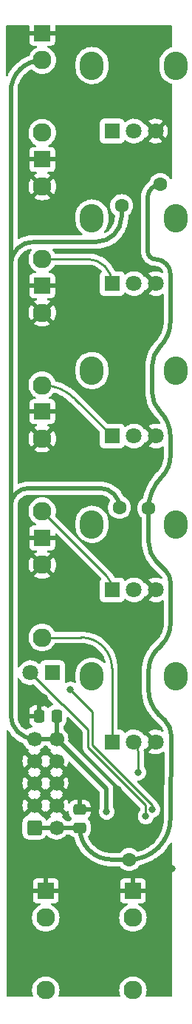
<source format=gbr>
%TF.GenerationSoftware,KiCad,Pcbnew,6.0.11+dfsg-1~bpo11+1*%
%TF.CreationDate,2023-12-01T17:46:12+08:00*%
%TF.ProjectId,MiniAttenuMix v0.3 - Main,4d696e69-4174-4746-956e-754d69782076,v0.3*%
%TF.SameCoordinates,Original*%
%TF.FileFunction,Copper,L1,Top*%
%TF.FilePolarity,Positive*%
%FSLAX46Y46*%
G04 Gerber Fmt 4.6, Leading zero omitted, Abs format (unit mm)*
G04 Created by KiCad (PCBNEW 6.0.11+dfsg-1~bpo11+1) date 2023-12-01 17:46:12*
%MOMM*%
%LPD*%
G01*
G04 APERTURE LIST*
G04 Aperture macros list*
%AMRoundRect*
0 Rectangle with rounded corners*
0 $1 Rounding radius*
0 $2 $3 $4 $5 $6 $7 $8 $9 X,Y pos of 4 corners*
0 Add a 4 corners polygon primitive as box body*
4,1,4,$2,$3,$4,$5,$6,$7,$8,$9,$2,$3,0*
0 Add four circle primitives for the rounded corners*
1,1,$1+$1,$2,$3*
1,1,$1+$1,$4,$5*
1,1,$1+$1,$6,$7*
1,1,$1+$1,$8,$9*
0 Add four rect primitives between the rounded corners*
20,1,$1+$1,$2,$3,$4,$5,0*
20,1,$1+$1,$4,$5,$6,$7,0*
20,1,$1+$1,$6,$7,$8,$9,0*
20,1,$1+$1,$8,$9,$2,$3,0*%
G04 Aperture macros list end*
%TA.AperFunction,ComponentPad*%
%ADD10O,2.720000X3.240000*%
%TD*%
%TA.AperFunction,ComponentPad*%
%ADD11R,1.800000X1.800000*%
%TD*%
%TA.AperFunction,ComponentPad*%
%ADD12C,1.800000*%
%TD*%
%TA.AperFunction,ComponentPad*%
%ADD13R,1.930000X1.830000*%
%TD*%
%TA.AperFunction,ComponentPad*%
%ADD14C,2.130000*%
%TD*%
%TA.AperFunction,SMDPad,CuDef*%
%ADD15RoundRect,0.250000X0.337500X0.475000X-0.337500X0.475000X-0.337500X-0.475000X0.337500X-0.475000X0*%
%TD*%
%TA.AperFunction,SMDPad,CuDef*%
%ADD16RoundRect,0.250000X-0.475000X0.337500X-0.475000X-0.337500X0.475000X-0.337500X0.475000X0.337500X0*%
%TD*%
%TA.AperFunction,ComponentPad*%
%ADD17RoundRect,0.250000X-0.600000X-0.600000X0.600000X-0.600000X0.600000X0.600000X-0.600000X0.600000X0*%
%TD*%
%TA.AperFunction,ComponentPad*%
%ADD18C,1.700000*%
%TD*%
%TA.AperFunction,ViaPad*%
%ADD19C,1.600000*%
%TD*%
%TA.AperFunction,ViaPad*%
%ADD20C,0.800000*%
%TD*%
%TA.AperFunction,Conductor*%
%ADD21C,0.500000*%
%TD*%
%TA.AperFunction,Conductor*%
%ADD22C,0.250000*%
%TD*%
G04 APERTURE END LIST*
D10*
%TO.P,RV4,*%
%TO.N,*%
X159900000Y-95625000D03*
X150300000Y-95625000D03*
D11*
%TO.P,RV4,1,1*%
%TO.N,Net-(IN4-PadT)*%
X152600000Y-103125000D03*
D12*
%TO.P,RV4,2,2*%
%TO.N,Net-(RV4-Pad2)*%
X155100000Y-103125000D03*
%TO.P,RV4,3,3*%
%TO.N,GND*%
X157600000Y-103125000D03*
%TD*%
D13*
%TO.P,OUT_INV1,S*%
%TO.N,GND*%
X155000000Y-137550000D03*
D14*
%TO.P,OUT_INV1,T*%
%TO.N,Net-(OUT_INV1-PadT)*%
X155000000Y-148950000D03*
%TO.P,OUT_INV1,TN*%
%TO.N,unconnected-(OUT_INV1-PadTN)*%
X155000000Y-140650000D03*
%TD*%
D11*
%TO.P,D1,1,KA*%
%TO.N,Net-(D1-Pad1)*%
X145775000Y-112600000D03*
D12*
%TO.P,D1,2,AK*%
%TO.N,Net-(D1-Pad2)*%
X143235000Y-112600000D03*
%TD*%
D13*
%TO.P,IN2,S*%
%TO.N,GND*%
X144600000Y-53870000D03*
D14*
%TO.P,IN2,T*%
%TO.N,Net-(IN2-PadT)*%
X144600000Y-65270000D03*
%TO.P,IN2,TN*%
%TO.N,GND*%
X144600000Y-56970000D03*
%TD*%
D15*
%TO.P,C1,1*%
%TO.N,POS_12V*%
X146287500Y-117550000D03*
%TO.P,C1,2*%
%TO.N,GND*%
X144212500Y-117550000D03*
%TD*%
D10*
%TO.P,RV1,*%
%TO.N,*%
X159900000Y-43125000D03*
X150300000Y-43125000D03*
D11*
%TO.P,RV1,1,1*%
%TO.N,Net-(IN1-PadT)*%
X152600000Y-50625000D03*
D12*
%TO.P,RV1,2,2*%
%TO.N,Net-(RV1-Pad2)*%
X155100000Y-50625000D03*
%TO.P,RV1,3,3*%
%TO.N,GND*%
X157600000Y-50625000D03*
%TD*%
D10*
%TO.P,RV3,*%
%TO.N,*%
X159900000Y-78025000D03*
X150300000Y-78025000D03*
D11*
%TO.P,RV3,1,1*%
%TO.N,Net-(IN3-PadT)*%
X152600000Y-85525000D03*
D12*
%TO.P,RV3,2,2*%
%TO.N,Net-(RV3-Pad2)*%
X155100000Y-85525000D03*
%TO.P,RV3,3,3*%
%TO.N,GND*%
X157600000Y-85525000D03*
%TD*%
D16*
%TO.P,C2,1*%
%TO.N,GND*%
X148900000Y-128262500D03*
%TO.P,C2,2*%
%TO.N,NEG_12V*%
X148900000Y-130337500D03*
%TD*%
D10*
%TO.P,RV2,*%
%TO.N,*%
X159900000Y-60572800D03*
X150300000Y-60572800D03*
D11*
%TO.P,RV2,1,1*%
%TO.N,Net-(IN2-PadT)*%
X152600000Y-68072800D03*
D12*
%TO.P,RV2,2,2*%
%TO.N,Net-(RV2-Pad2)*%
X155100000Y-68072800D03*
%TO.P,RV2,3,3*%
%TO.N,GND*%
X157600000Y-68072800D03*
%TD*%
D13*
%TO.P,OUT1,S*%
%TO.N,GND*%
X145000000Y-137550000D03*
D14*
%TO.P,OUT1,T*%
%TO.N,Net-(OUT1-PadT)*%
X145000000Y-148950000D03*
%TO.P,OUT1,TN*%
%TO.N,unconnected-(OUT1-PadTN)*%
X145000000Y-140650000D03*
%TD*%
D13*
%TO.P,IN3,S*%
%TO.N,GND*%
X144600000Y-68300000D03*
D14*
%TO.P,IN3,T*%
%TO.N,Net-(IN3-PadT)*%
X144600000Y-79700000D03*
%TO.P,IN3,TN*%
%TO.N,GND*%
X144600000Y-71400000D03*
%TD*%
D13*
%TO.P,IN4,S*%
%TO.N,GND*%
X144600000Y-82720000D03*
D14*
%TO.P,IN4,T*%
%TO.N,Net-(IN4-PadT)*%
X144600000Y-94120000D03*
%TO.P,IN4,TN*%
%TO.N,GND*%
X144600000Y-85820000D03*
%TD*%
D13*
%TO.P,IN1,S*%
%TO.N,GND*%
X144600000Y-39420000D03*
D14*
%TO.P,IN1,T*%
%TO.N,Net-(IN1-PadT)*%
X144600000Y-50820000D03*
%TO.P,IN1,TN*%
%TO.N,POS_12V*%
X144600000Y-42520000D03*
%TD*%
D10*
%TO.P,RV5,*%
%TO.N,*%
X159900000Y-113025000D03*
X150300000Y-113025000D03*
D11*
%TO.P,RV5,1,1*%
%TO.N,Net-(IN5-PadT)*%
X152600000Y-120525000D03*
D12*
%TO.P,RV5,2,2*%
%TO.N,Net-(RV5-Pad2)*%
X155100000Y-120525000D03*
%TO.P,RV5,3,3*%
%TO.N,GND*%
X157600000Y-120525000D03*
%TD*%
D13*
%TO.P,IN5,S*%
%TO.N,GND*%
X144600000Y-97170000D03*
D14*
%TO.P,IN5,T*%
%TO.N,Net-(IN5-PadT)*%
X144600000Y-108570000D03*
%TO.P,IN5,TN*%
%TO.N,GND*%
X144600000Y-100270000D03*
%TD*%
D17*
%TO.P,J1,1,Pin_1*%
%TO.N,NEG_12V*%
X143697500Y-130330000D03*
D18*
%TO.P,J1,2,Pin_2*%
X146237500Y-130330000D03*
%TO.P,J1,3,Pin_3*%
%TO.N,GND*%
X143697500Y-127790000D03*
%TO.P,J1,4,Pin_4*%
X146237500Y-127790000D03*
%TO.P,J1,5,Pin_5*%
X143697500Y-125250000D03*
%TO.P,J1,6,Pin_6*%
X146237500Y-125250000D03*
%TO.P,J1,7,Pin_7*%
X143697500Y-122710000D03*
%TO.P,J1,8,Pin_8*%
X146237500Y-122710000D03*
%TO.P,J1,9,Pin_9*%
%TO.N,POS_12V*%
X143697500Y-120170000D03*
%TO.P,J1,10,Pin_10*%
X146237500Y-120170000D03*
%TD*%
D19*
%TO.N,POS_12V*%
X153454900Y-93700000D03*
X153700000Y-59150000D03*
D20*
X151983069Y-128515500D03*
%TO.N,GND*%
X153325000Y-125950000D03*
X153300000Y-127375000D03*
D19*
X142625000Y-115725000D03*
D20*
X153290000Y-130800000D03*
D19*
X144525000Y-115700000D03*
D20*
X158496000Y-135000000D03*
X153290000Y-132400000D03*
X157480000Y-135000000D03*
X159512000Y-135000000D03*
X153325000Y-126625000D03*
X153290000Y-131600000D03*
D19*
%TO.N,NEG_12V*%
X154554000Y-133990000D03*
X158147792Y-56747792D03*
X156800000Y-93800000D03*
D20*
%TO.N,Net-(D1-Pad2)*%
X156464000Y-129032000D03*
%TO.N,Net-(RV5-Pad2)*%
X155600000Y-124026000D03*
%TO.N,Net-(R19-Pad1)*%
X157226000Y-128270000D03*
X147828000Y-114554000D03*
%TD*%
D21*
%TO.N,POS_12V*%
X143600000Y-63300000D02*
X150816791Y-63300000D01*
X141000000Y-117472500D02*
X141000000Y-95450000D01*
X153700000Y-60416791D02*
X153700000Y-59150000D01*
X141000000Y-93500000D02*
X141000000Y-94400000D01*
X151983069Y-125915569D02*
X151983069Y-128515500D01*
X141000000Y-95450000D02*
X141000000Y-46120000D01*
X151254900Y-91500000D02*
X143000000Y-91500000D01*
X141000000Y-95450000D02*
X141000000Y-94400000D01*
X146287500Y-117550000D02*
X146287500Y-120120000D01*
X143697500Y-120170000D02*
X146237500Y-120170000D01*
X141000000Y-65500000D02*
X141000000Y-46120000D01*
X141000000Y-94400000D02*
X141000000Y-66000000D01*
X146237500Y-120170000D02*
X151983069Y-125915569D01*
X141000000Y-66000000D02*
X141000000Y-65500000D01*
X141000000Y-66000000D02*
X141000000Y-65900000D01*
X146237500Y-120170000D02*
G75*
G03*
X146287500Y-120120000I0J50000D01*
G01*
X141000000Y-93500000D02*
G75*
G02*
X143000000Y-91500000I2000000J0D01*
G01*
X144600000Y-42520000D02*
G75*
G03*
X141000000Y-46120000I0J-3600000D01*
G01*
X151254900Y-91500000D02*
G75*
G02*
X153454900Y-93700000I0J-2200000D01*
G01*
X141000000Y-117472500D02*
G75*
G03*
X143697500Y-120170000I2697500J0D01*
G01*
X143600000Y-63300000D02*
G75*
G03*
X141000000Y-65900000I0J-2600000D01*
G01*
X153700000Y-60416791D02*
G75*
G02*
X150816791Y-63300000I-2883200J-9D01*
G01*
%TO.N,NEG_12V*%
X154554000Y-133990000D02*
X154590000Y-133990000D01*
X159300000Y-67000000D02*
X159300000Y-72402944D01*
X156700000Y-58195584D02*
X156700000Y-64400000D01*
X159300000Y-85597056D02*
X159300000Y-87785787D01*
X158310051Y-109389950D02*
X158200000Y-109500000D01*
X148900000Y-130337500D02*
X143705000Y-130337500D01*
X157900000Y-117300000D02*
X158692893Y-118092893D01*
X152552500Y-133990000D02*
X154554000Y-133990000D01*
X159400000Y-119800000D02*
X159300000Y-129280000D01*
X157200000Y-77472792D02*
X157200000Y-80527208D01*
X156800000Y-93821320D02*
X156800000Y-97700000D01*
X158200000Y-109500000D02*
X157860661Y-109839339D01*
X156800000Y-112400000D02*
X156800000Y-114644366D01*
X157719239Y-99919239D02*
X158805025Y-101005026D01*
X159300000Y-102200000D02*
X159300000Y-107000000D01*
X159300018Y-85597056D02*
G75*
G03*
X158100000Y-82700000I-4097118J-44D01*
G01*
X157199997Y-77472792D02*
G75*
G02*
X158100000Y-75300000I3072803J-8D01*
G01*
X158300004Y-90200004D02*
G75*
G03*
X159300000Y-87785787I-2414204J2414204D01*
G01*
X154590000Y-133990000D02*
G75*
G03*
X159300000Y-129280000I0J4710000D01*
G01*
X158310051Y-109389950D02*
G75*
G03*
X159300000Y-107000000I-2389951J2389950D01*
G01*
X158100002Y-82699998D02*
G75*
G02*
X157200000Y-80527208I2172798J2172798D01*
G01*
X157600000Y-65300000D02*
G75*
G02*
X156700000Y-64400000I0J900000D01*
G01*
X152552500Y-133990000D02*
G75*
G02*
X148900000Y-130337500I0J3652500D01*
G01*
X156699992Y-58195584D02*
G75*
G02*
X158147792Y-56747792I1447808J-16D01*
G01*
X156800009Y-93821320D02*
G75*
G02*
X158300000Y-90200000I5121291J20D01*
G01*
X159300000Y-67000000D02*
G75*
G03*
X157600000Y-65300000I-1700000J0D01*
G01*
X157899990Y-117300010D02*
G75*
G02*
X156800000Y-114644366I2655610J2655610D01*
G01*
X159299984Y-102200000D02*
G75*
G03*
X158805025Y-101005026I-1689984J0D01*
G01*
X143697500Y-130330000D02*
G75*
G03*
X143705000Y-130337500I7500J0D01*
G01*
X158099987Y-75299987D02*
G75*
G03*
X159300000Y-72402944I-2897087J2897087D01*
G01*
X156799995Y-112400000D02*
G75*
G02*
X157860662Y-109839340I3621305J0D01*
G01*
X159400003Y-119800000D02*
G75*
G03*
X158692892Y-118092894I-2414203J0D01*
G01*
X157719234Y-99919244D02*
G75*
G02*
X156800000Y-97700000I2219266J2219244D01*
G01*
D22*
%TO.N,Net-(D1-Pad2)*%
X146987437Y-116200000D02*
X146835000Y-116200000D01*
X146835000Y-116200000D02*
X143235000Y-112600000D01*
X156464000Y-129032000D02*
X156464000Y-127762000D01*
X149860000Y-121158000D02*
X149860000Y-119072563D01*
X149860000Y-119072563D02*
X146987437Y-116200000D01*
X156464000Y-127762000D02*
X149860000Y-121158000D01*
%TO.N,Net-(IN2-PadT)*%
X149797200Y-65270000D02*
X144600000Y-65270000D01*
X149797200Y-65270000D02*
G75*
G02*
X152600000Y-68072800I0J-2802800D01*
G01*
%TO.N,Net-(IN3-PadT)*%
X148312957Y-81237957D02*
X152600000Y-85525000D01*
X148312954Y-81237960D02*
G75*
G03*
X144600000Y-79700000I-3712954J-3712940D01*
G01*
%TO.N,Net-(IN4-PadT)*%
X151889358Y-101409357D02*
X144600000Y-94120000D01*
X151889361Y-101409354D02*
G75*
G02*
X152600000Y-103125000I-1715661J-1715646D01*
G01*
%TO.N,Net-(IN5-PadT)*%
X144600000Y-108570000D02*
X149063215Y-108570000D01*
X152600000Y-112106785D02*
X152600000Y-120525000D01*
X152600000Y-112106785D02*
G75*
G03*
X149063215Y-108570000I-3536800J-15D01*
G01*
%TO.N,Net-(RV5-Pad2)*%
X155597709Y-121597934D02*
X155597709Y-124023709D01*
X155597709Y-124023709D02*
X155600000Y-124026000D01*
X155597700Y-121597935D02*
G75*
G03*
X155100000Y-120525000I-1725200J-148365D01*
G01*
%TO.N,Net-(R19-Pad1)*%
X150368000Y-120904000D02*
X150368000Y-117094000D01*
X157226000Y-127762000D02*
X150368000Y-120904000D01*
X150368000Y-117094000D02*
X147828000Y-114554000D01*
X157226000Y-128270000D02*
X157226000Y-127762000D01*
%TD*%
%TA.AperFunction,Conductor*%
%TO.N,GND*%
G36*
X143069121Y-38528502D02*
G01*
X143115614Y-38582158D01*
X143127000Y-38634500D01*
X143127000Y-39147885D01*
X143131475Y-39163124D01*
X143132865Y-39164329D01*
X143140548Y-39166000D01*
X146054884Y-39166000D01*
X146070123Y-39161525D01*
X146071328Y-39160135D01*
X146072999Y-39152452D01*
X146072999Y-38634500D01*
X146093001Y-38566379D01*
X146146657Y-38519886D01*
X146198999Y-38508500D01*
X159365500Y-38508500D01*
X159433621Y-38528502D01*
X159480114Y-38582158D01*
X159491500Y-38634500D01*
X159491500Y-40942359D01*
X159471498Y-41010480D01*
X159417842Y-41056973D01*
X159395450Y-41064747D01*
X159324168Y-41082190D01*
X159319933Y-41083905D01*
X159319931Y-41083906D01*
X159077069Y-41182275D01*
X159072840Y-41183988D01*
X158838839Y-41321001D01*
X158627068Y-41490359D01*
X158623947Y-41493700D01*
X158499224Y-41627215D01*
X158441963Y-41688512D01*
X158287402Y-41911312D01*
X158285374Y-41915388D01*
X158285373Y-41915390D01*
X158203252Y-42080460D01*
X158166621Y-42154090D01*
X158082153Y-42411760D01*
X158081373Y-42416251D01*
X158081373Y-42416252D01*
X158042527Y-42639982D01*
X158035765Y-42678925D01*
X158035574Y-42682762D01*
X158031631Y-42761977D01*
X158031500Y-42764600D01*
X158031500Y-43453884D01*
X158031665Y-43456152D01*
X158031665Y-43456164D01*
X158038043Y-43544064D01*
X158046125Y-43655451D01*
X158047109Y-43659906D01*
X158047109Y-43659909D01*
X158099770Y-43898426D01*
X158104585Y-43920237D01*
X158200655Y-44173810D01*
X158332324Y-44410859D01*
X158335096Y-44414491D01*
X158487683Y-44614427D01*
X158496833Y-44626417D01*
X158690736Y-44815970D01*
X158694428Y-44818657D01*
X158694430Y-44818659D01*
X158795789Y-44892436D01*
X158909972Y-44975547D01*
X159149947Y-45101804D01*
X159154248Y-45103323D01*
X159154253Y-45103325D01*
X159405634Y-45192096D01*
X159405046Y-45193761D01*
X159459157Y-45227117D01*
X159489859Y-45291132D01*
X159491500Y-45311404D01*
X159491500Y-55985885D01*
X159471498Y-56054006D01*
X159417842Y-56100499D01*
X159347568Y-56110603D01*
X159282988Y-56081109D01*
X159262287Y-56058156D01*
X159157149Y-55908003D01*
X159157147Y-55908000D01*
X159153990Y-55903492D01*
X158992092Y-55741594D01*
X158987584Y-55738437D01*
X158987581Y-55738435D01*
X158904363Y-55680165D01*
X158804541Y-55610269D01*
X158799559Y-55607946D01*
X158799554Y-55607943D01*
X158602017Y-55515831D01*
X158602016Y-55515831D01*
X158597035Y-55513508D01*
X158591727Y-55512086D01*
X158591725Y-55512085D01*
X158381194Y-55455673D01*
X158381192Y-55455673D01*
X158375879Y-55454249D01*
X158147792Y-55434294D01*
X157919705Y-55454249D01*
X157914392Y-55455673D01*
X157914390Y-55455673D01*
X157703859Y-55512085D01*
X157703857Y-55512086D01*
X157698549Y-55513508D01*
X157693568Y-55515831D01*
X157693567Y-55515831D01*
X157496030Y-55607943D01*
X157496025Y-55607946D01*
X157491043Y-55610269D01*
X157391221Y-55680165D01*
X157308003Y-55738435D01*
X157308000Y-55738437D01*
X157303492Y-55741594D01*
X157141594Y-55903492D01*
X157010269Y-56091043D01*
X157007946Y-56096025D01*
X157007943Y-56096030D01*
X157001148Y-56110603D01*
X156913508Y-56298549D01*
X156912086Y-56303857D01*
X156912085Y-56303859D01*
X156903616Y-56335467D01*
X156866665Y-56396090D01*
X156859618Y-56402039D01*
X156682076Y-56541133D01*
X156493341Y-56729867D01*
X156490999Y-56732857D01*
X156490994Y-56732862D01*
X156331074Y-56936984D01*
X156328731Y-56939975D01*
X156190646Y-57168392D01*
X156189090Y-57171850D01*
X156189086Y-57171857D01*
X156171065Y-57211898D01*
X156081101Y-57411787D01*
X156079972Y-57415411D01*
X156079969Y-57415418D01*
X156028979Y-57579048D01*
X156001692Y-57666613D01*
X156001007Y-57670351D01*
X156001005Y-57670359D01*
X155972643Y-57825119D01*
X155953577Y-57929151D01*
X155953348Y-57932937D01*
X155953347Y-57932945D01*
X155950375Y-57982076D01*
X155945583Y-58061290D01*
X155943825Y-58090346D01*
X155943044Y-58097712D01*
X155942192Y-58101194D01*
X155941500Y-58112348D01*
X155941500Y-58124966D01*
X155941270Y-58132579D01*
X155940371Y-58147431D01*
X155939375Y-58157349D01*
X155938371Y-58164500D01*
X155936999Y-58174263D01*
X155936701Y-58195576D01*
X155937143Y-58199517D01*
X155940715Y-58231367D01*
X155941500Y-58245410D01*
X155941500Y-64344017D01*
X155940506Y-64359809D01*
X155936775Y-64389343D01*
X155937462Y-64396353D01*
X155937411Y-64400000D01*
X155937264Y-64400000D01*
X155937387Y-64401721D01*
X155937387Y-64401726D01*
X155952748Y-64616498D01*
X155954188Y-64636632D01*
X156004616Y-64868447D01*
X156006183Y-64872649D01*
X156006185Y-64872655D01*
X156048707Y-64986658D01*
X156087522Y-65090725D01*
X156089673Y-65094665D01*
X156089677Y-65094673D01*
X156160885Y-65225080D01*
X156201217Y-65298943D01*
X156203918Y-65302551D01*
X156340690Y-65485258D01*
X156340696Y-65485265D01*
X156343388Y-65488861D01*
X156511139Y-65656612D01*
X156514735Y-65659304D01*
X156514742Y-65659310D01*
X156680950Y-65783731D01*
X156701057Y-65798783D01*
X156705011Y-65800942D01*
X156905327Y-65910323D01*
X156905335Y-65910327D01*
X156909275Y-65912478D01*
X156913487Y-65914049D01*
X157127345Y-65993815D01*
X157127351Y-65993817D01*
X157131553Y-65995384D01*
X157135939Y-65996338D01*
X157135942Y-65996339D01*
X157200242Y-66010326D01*
X157363368Y-66045812D01*
X157367854Y-66046133D01*
X157367855Y-66046133D01*
X157548465Y-66059050D01*
X157557013Y-66059955D01*
X157574777Y-66062452D01*
X157574786Y-66062453D01*
X157578687Y-66063001D01*
X157588675Y-66063141D01*
X157589343Y-66063225D01*
X157590012Y-66063159D01*
X157600000Y-66063299D01*
X157603937Y-66062857D01*
X157603946Y-66062857D01*
X157611539Y-66062005D01*
X157636565Y-66061699D01*
X157730828Y-66069946D01*
X157752505Y-66071843D01*
X157774132Y-66075656D01*
X157911363Y-66112426D01*
X157932003Y-66119938D01*
X158060763Y-66179980D01*
X158079783Y-66190962D01*
X158196156Y-66272447D01*
X158212981Y-66286565D01*
X158313435Y-66387019D01*
X158327553Y-66403844D01*
X158409038Y-66520217D01*
X158420020Y-66539237D01*
X158480062Y-66667997D01*
X158487574Y-66688638D01*
X158494503Y-66714499D01*
X158492812Y-66785475D01*
X158453017Y-66844270D01*
X158387753Y-66872217D01*
X158311902Y-66857416D01*
X158183683Y-66786635D01*
X158174272Y-66782406D01*
X157965772Y-66708572D01*
X157955809Y-66705940D01*
X157738047Y-66667150D01*
X157727796Y-66666181D01*
X157506616Y-66663479D01*
X157496332Y-66664199D01*
X157277693Y-66697655D01*
X157267666Y-66700044D01*
X157057426Y-66768761D01*
X157047916Y-66772758D01*
X156851725Y-66874889D01*
X156843007Y-66880378D01*
X156813961Y-66902186D01*
X156805508Y-66913511D01*
X156812252Y-66925841D01*
X157870115Y-67983705D01*
X157904141Y-68046017D01*
X157899076Y-68116833D01*
X157870115Y-68161895D01*
X157600000Y-68432010D01*
X156810184Y-69221827D01*
X156803424Y-69234207D01*
X156808705Y-69241261D01*
X156985080Y-69344327D01*
X156994363Y-69348774D01*
X157201003Y-69427683D01*
X157210901Y-69430559D01*
X157427653Y-69474657D01*
X157437883Y-69475876D01*
X157658914Y-69483982D01*
X157669223Y-69483514D01*
X157888623Y-69455408D01*
X157898688Y-69453268D01*
X158110557Y-69389705D01*
X158120152Y-69385944D01*
X158318778Y-69288638D01*
X158327642Y-69283355D01*
X158342332Y-69272877D01*
X158409405Y-69249603D01*
X158478414Y-69266287D01*
X158527448Y-69317631D01*
X158541500Y-69375456D01*
X158541500Y-72346954D01*
X158540506Y-72362748D01*
X158536775Y-72392279D01*
X158537463Y-72399294D01*
X158539367Y-72418722D01*
X158539816Y-72437197D01*
X158528498Y-72667558D01*
X158525725Y-72723987D01*
X158524513Y-72736289D01*
X158499962Y-72901793D01*
X158478253Y-73048129D01*
X158475841Y-73060257D01*
X158399237Y-73366066D01*
X158395647Y-73377898D01*
X158289441Y-73674719D01*
X158284709Y-73686142D01*
X158149922Y-73971122D01*
X158144100Y-73982016D01*
X157982011Y-74252442D01*
X157975160Y-74262695D01*
X157878134Y-74393519D01*
X157787357Y-74515917D01*
X157779513Y-74525475D01*
X157598172Y-74725555D01*
X157580639Y-74741568D01*
X157578715Y-74743018D01*
X157578707Y-74743025D01*
X157575547Y-74745406D01*
X157568383Y-74752373D01*
X157567854Y-74752783D01*
X157567429Y-74753300D01*
X157560266Y-74760266D01*
X157557808Y-74763345D01*
X157557801Y-74763353D01*
X157552413Y-74770104D01*
X157546842Y-74776617D01*
X157335056Y-75007739D01*
X157333390Y-75009911D01*
X157333386Y-75009915D01*
X157233745Y-75139771D01*
X157131392Y-75273160D01*
X156951635Y-75555321D01*
X156950366Y-75557759D01*
X156799754Y-75847081D01*
X156797154Y-75852075D01*
X156669125Y-76161164D01*
X156668299Y-76163784D01*
X156668296Y-76163792D01*
X156569349Y-76477611D01*
X156568522Y-76480235D01*
X156496110Y-76806860D01*
X156452441Y-77138553D01*
X156448264Y-77234223D01*
X156439843Y-77427071D01*
X156438737Y-77439109D01*
X156436999Y-77451477D01*
X156436701Y-77472790D01*
X156437143Y-77476728D01*
X156440715Y-77508576D01*
X156441500Y-77522621D01*
X156441500Y-80465059D01*
X156440274Y-80482592D01*
X156439279Y-80489675D01*
X156437894Y-80499531D01*
X156436999Y-80505897D01*
X156436701Y-80527210D01*
X156437143Y-80531151D01*
X156437143Y-80531152D01*
X156438104Y-80539721D01*
X156438769Y-80548266D01*
X156452444Y-80861447D01*
X156496113Y-81193140D01*
X156568524Y-81519765D01*
X156569353Y-81522394D01*
X156643793Y-81758483D01*
X156669128Y-81838835D01*
X156797157Y-82147924D01*
X156798426Y-82150362D01*
X156798428Y-82150366D01*
X156815510Y-82183180D01*
X156951638Y-82444678D01*
X157131394Y-82726839D01*
X157133058Y-82729007D01*
X157133066Y-82729019D01*
X157323255Y-82976876D01*
X157335059Y-82992259D01*
X157336917Y-82994287D01*
X157336924Y-82994295D01*
X157395369Y-83058076D01*
X157530122Y-83205134D01*
X157537841Y-83214415D01*
X157545406Y-83224453D01*
X157552373Y-83231617D01*
X157552783Y-83232146D01*
X157553300Y-83232571D01*
X157560266Y-83239734D01*
X157563362Y-83242206D01*
X157563367Y-83242210D01*
X157575725Y-83252075D01*
X157590478Y-83265931D01*
X157779532Y-83474519D01*
X157787375Y-83484077D01*
X157975172Y-83737291D01*
X157982028Y-83747552D01*
X158093177Y-83932990D01*
X158120708Y-83978923D01*
X158138573Y-84047635D01*
X158116453Y-84115098D01*
X158061371Y-84159892D01*
X157990816Y-84167797D01*
X157970575Y-84162473D01*
X157965773Y-84160772D01*
X157955809Y-84158140D01*
X157738047Y-84119350D01*
X157727796Y-84118381D01*
X157506616Y-84115679D01*
X157496332Y-84116399D01*
X157277693Y-84149855D01*
X157267666Y-84152244D01*
X157057426Y-84220961D01*
X157047916Y-84224958D01*
X156851725Y-84327089D01*
X156843007Y-84332578D01*
X156813961Y-84354386D01*
X156805508Y-84365711D01*
X156812252Y-84378041D01*
X157870115Y-85435905D01*
X157904141Y-85498217D01*
X157899076Y-85569033D01*
X157870115Y-85614095D01*
X157600000Y-85884210D01*
X156810184Y-86674027D01*
X156803424Y-86686407D01*
X156808705Y-86693461D01*
X156985080Y-86796527D01*
X156994363Y-86800974D01*
X157201003Y-86879883D01*
X157210901Y-86882759D01*
X157427653Y-86926857D01*
X157437883Y-86928076D01*
X157658914Y-86936182D01*
X157669223Y-86935714D01*
X157888623Y-86907608D01*
X157898688Y-86905468D01*
X158110557Y-86841905D01*
X158120152Y-86838144D01*
X158318778Y-86740838D01*
X158327642Y-86735555D01*
X158342332Y-86725077D01*
X158409405Y-86701803D01*
X158478414Y-86718487D01*
X158527448Y-86769831D01*
X158541500Y-86827656D01*
X158541500Y-87729799D01*
X158540507Y-87745590D01*
X158536775Y-87775133D01*
X158537462Y-87782140D01*
X158537462Y-87782145D01*
X158539212Y-87799990D01*
X158539615Y-87819349D01*
X158525199Y-88076071D01*
X158523617Y-88090112D01*
X158476104Y-88369764D01*
X158472960Y-88383540D01*
X158394431Y-88656119D01*
X158389764Y-88669456D01*
X158281211Y-88931528D01*
X158275083Y-88944252D01*
X158137871Y-89192520D01*
X158130354Y-89204483D01*
X157966208Y-89435827D01*
X157957399Y-89446874D01*
X157797356Y-89625961D01*
X157781667Y-89640389D01*
X157781716Y-89640446D01*
X157780091Y-89641839D01*
X157779228Y-89642632D01*
X157775547Y-89645406D01*
X157768383Y-89652373D01*
X157767854Y-89652783D01*
X157767429Y-89653300D01*
X157760266Y-89660266D01*
X157754623Y-89667334D01*
X157748382Y-89674571D01*
X157474816Y-89968402D01*
X157473417Y-89970138D01*
X157473411Y-89970145D01*
X157268580Y-90224325D01*
X157211281Y-90295429D01*
X157210009Y-90297260D01*
X157210006Y-90297265D01*
X157088314Y-90472536D01*
X156971748Y-90640423D01*
X156757437Y-91001627D01*
X156741039Y-91034387D01*
X156605424Y-91305311D01*
X156569439Y-91377199D01*
X156408714Y-91765225D01*
X156408003Y-91767362D01*
X156407999Y-91767372D01*
X156339682Y-91972636D01*
X156276081Y-92163729D01*
X156275527Y-92165901D01*
X156275524Y-92165910D01*
X156261295Y-92221659D01*
X156172214Y-92570680D01*
X156171813Y-92572902D01*
X156171812Y-92572907D01*
X156166660Y-92601464D01*
X156134881Y-92664951D01*
X156114936Y-92682304D01*
X156093212Y-92697515D01*
X155960211Y-92790643D01*
X155960208Y-92790645D01*
X155955700Y-92793802D01*
X155793802Y-92955700D01*
X155662477Y-93143251D01*
X155660154Y-93148233D01*
X155660151Y-93148238D01*
X155612346Y-93250757D01*
X155565716Y-93350757D01*
X155564294Y-93356065D01*
X155564293Y-93356067D01*
X155509073Y-93562151D01*
X155506457Y-93571913D01*
X155486502Y-93800000D01*
X155506457Y-94028087D01*
X155565716Y-94249243D01*
X155568039Y-94254224D01*
X155568039Y-94254225D01*
X155660151Y-94451762D01*
X155660154Y-94451767D01*
X155662477Y-94456749D01*
X155665634Y-94461257D01*
X155771909Y-94613033D01*
X155793802Y-94644300D01*
X155955700Y-94806198D01*
X155987771Y-94828655D01*
X156032099Y-94884110D01*
X156041500Y-94931867D01*
X156041500Y-97644017D01*
X156040506Y-97659809D01*
X156036775Y-97689343D01*
X156037463Y-97696355D01*
X156037461Y-97696468D01*
X156037909Y-97702796D01*
X156052630Y-98039967D01*
X156097047Y-98377347D01*
X156170699Y-98709573D01*
X156171527Y-98712198D01*
X156171528Y-98712203D01*
X156259313Y-98990621D01*
X156273026Y-99034114D01*
X156403249Y-99348503D01*
X156560377Y-99650345D01*
X156743214Y-99937345D01*
X156950369Y-100207317D01*
X156952220Y-100209337D01*
X157149814Y-100424975D01*
X157157542Y-100434267D01*
X157162253Y-100440519D01*
X157162263Y-100440530D01*
X157164643Y-100443689D01*
X157179502Y-100458970D01*
X157182604Y-100461447D01*
X157182607Y-100461449D01*
X157207647Y-100481438D01*
X157218134Y-100490814D01*
X158229091Y-101501773D01*
X158239556Y-101513644D01*
X158257796Y-101537160D01*
X158273635Y-101550171D01*
X158289467Y-101565703D01*
X158357157Y-101644962D01*
X158368776Y-101660954D01*
X158378956Y-101677566D01*
X158397495Y-101746100D01*
X158376039Y-101813777D01*
X158321400Y-101859110D01*
X158250926Y-101867707D01*
X158210632Y-101853711D01*
X158183684Y-101838835D01*
X158174272Y-101834606D01*
X157965772Y-101760772D01*
X157955809Y-101758140D01*
X157738047Y-101719350D01*
X157727796Y-101718381D01*
X157506616Y-101715679D01*
X157496332Y-101716399D01*
X157277693Y-101749855D01*
X157267666Y-101752244D01*
X157057426Y-101820961D01*
X157047916Y-101824958D01*
X156851725Y-101927089D01*
X156843007Y-101932578D01*
X156813961Y-101954386D01*
X156805508Y-101965711D01*
X156812252Y-101978041D01*
X157870115Y-103035905D01*
X157904141Y-103098217D01*
X157899076Y-103169033D01*
X157870115Y-103214095D01*
X157600000Y-103484210D01*
X156810184Y-104274027D01*
X156803424Y-104286407D01*
X156808705Y-104293461D01*
X156985080Y-104396527D01*
X156994363Y-104400974D01*
X157201003Y-104479883D01*
X157210901Y-104482759D01*
X157427653Y-104526857D01*
X157437883Y-104528076D01*
X157658914Y-104536182D01*
X157669223Y-104535714D01*
X157888623Y-104507608D01*
X157898688Y-104505468D01*
X158110557Y-104441905D01*
X158120152Y-104438144D01*
X158318778Y-104340838D01*
X158327642Y-104335555D01*
X158342332Y-104325077D01*
X158409405Y-104301803D01*
X158478414Y-104318487D01*
X158527448Y-104369831D01*
X158541500Y-104427656D01*
X158541500Y-106944017D01*
X158540506Y-106959809D01*
X158536775Y-106989343D01*
X158537463Y-106996357D01*
X158539212Y-107014200D01*
X158539615Y-107033560D01*
X158525414Y-107286439D01*
X158523832Y-107300480D01*
X158476961Y-107576340D01*
X158473817Y-107590115D01*
X158396354Y-107858995D01*
X158391687Y-107872332D01*
X158366830Y-107932343D01*
X158301217Y-108090749D01*
X158284608Y-108130846D01*
X158278477Y-108143576D01*
X158143128Y-108388472D01*
X158135616Y-108400429D01*
X157973681Y-108628655D01*
X157964883Y-108639687D01*
X157876286Y-108738827D01*
X157803561Y-108820205D01*
X157786841Y-108835801D01*
X157783469Y-108838417D01*
X157777905Y-108842733D01*
X157773439Y-108848170D01*
X157773434Y-108848175D01*
X157751082Y-108875388D01*
X157742811Y-108884510D01*
X157722524Y-108904796D01*
X157722523Y-108904797D01*
X157722523Y-108904796D01*
X157368273Y-109259046D01*
X157355007Y-109270579D01*
X157336211Y-109284743D01*
X157333378Y-109287498D01*
X157324099Y-109296521D01*
X157320929Y-109299603D01*
X157317845Y-109303466D01*
X157312295Y-109309952D01*
X157124484Y-109514910D01*
X157062989Y-109582020D01*
X156953924Y-109724156D01*
X156831836Y-109883262D01*
X156831828Y-109883274D01*
X156830164Y-109885442D01*
X156828691Y-109887754D01*
X156828689Y-109887757D01*
X156753984Y-110005020D01*
X156624670Y-110208000D01*
X156448071Y-110547241D01*
X156301711Y-110900583D01*
X156300885Y-110903203D01*
X156300882Y-110903211D01*
X156190035Y-111254771D01*
X156186704Y-111265337D01*
X156186109Y-111268021D01*
X156112872Y-111598371D01*
X156103925Y-111638726D01*
X156103566Y-111641456D01*
X156103564Y-111641465D01*
X156090705Y-111739141D01*
X156054005Y-112017909D01*
X156053885Y-112020658D01*
X156053884Y-112020669D01*
X156038547Y-112371934D01*
X156037806Y-112380669D01*
X156037849Y-112380843D01*
X156036775Y-112389343D01*
X156037448Y-112396211D01*
X156037448Y-112396212D01*
X156037475Y-112396486D01*
X156037461Y-112396487D01*
X156037454Y-112396961D01*
X156037322Y-112400000D01*
X156037412Y-112400000D01*
X156037411Y-112400041D01*
X156037820Y-112400001D01*
X156040899Y-112431403D01*
X156041500Y-112443698D01*
X156041500Y-114582208D01*
X156040274Y-114599744D01*
X156036999Y-114623046D01*
X156036701Y-114644359D01*
X156037142Y-114648292D01*
X156037195Y-114649378D01*
X156037703Y-114655918D01*
X156052803Y-115001804D01*
X156054390Y-115038168D01*
X156061984Y-115095852D01*
X156105024Y-115422794D01*
X156105838Y-115428981D01*
X156191153Y-115813822D01*
X156309684Y-116189763D01*
X156460530Y-116553942D01*
X156642543Y-116903589D01*
X156854337Y-117236041D01*
X156856006Y-117238216D01*
X157077058Y-117526297D01*
X157094301Y-117548769D01*
X157096152Y-117550789D01*
X157334307Y-117810690D01*
X157342031Y-117819976D01*
X157343011Y-117821276D01*
X157343020Y-117821286D01*
X157345406Y-117824453D01*
X157360266Y-117839734D01*
X157363363Y-117842206D01*
X157388411Y-117862202D01*
X157398897Y-117871578D01*
X158116962Y-118589643D01*
X158127426Y-118601511D01*
X158145678Y-118625041D01*
X158151122Y-118629512D01*
X158151126Y-118629517D01*
X158163455Y-118639644D01*
X158178208Y-118653928D01*
X158229346Y-118712239D01*
X158293907Y-118785856D01*
X158303941Y-118798932D01*
X158415089Y-118965276D01*
X158423330Y-118979549D01*
X158511111Y-119157550D01*
X158523301Y-119227493D01*
X158495742Y-119292922D01*
X158437184Y-119333066D01*
X158366219Y-119335178D01*
X158337211Y-119323588D01*
X158183673Y-119238830D01*
X158174272Y-119234606D01*
X157965772Y-119160772D01*
X157955809Y-119158140D01*
X157738047Y-119119350D01*
X157727796Y-119118381D01*
X157506616Y-119115679D01*
X157496332Y-119116399D01*
X157277693Y-119149855D01*
X157267666Y-119152244D01*
X157057426Y-119220961D01*
X157047916Y-119224958D01*
X156851725Y-119327089D01*
X156843007Y-119332578D01*
X156813961Y-119354386D01*
X156805508Y-119365711D01*
X156812252Y-119378041D01*
X157870115Y-120435905D01*
X157904141Y-120498217D01*
X157899076Y-120569033D01*
X157870115Y-120614095D01*
X157600000Y-120884210D01*
X156810184Y-121674027D01*
X156803424Y-121686407D01*
X156808705Y-121693461D01*
X156985080Y-121796527D01*
X156994363Y-121800974D01*
X157201003Y-121879883D01*
X157210901Y-121882759D01*
X157427653Y-121926857D01*
X157437883Y-121928076D01*
X157658914Y-121936182D01*
X157669223Y-121935714D01*
X157888623Y-121907608D01*
X157898688Y-121905468D01*
X158110557Y-121841905D01*
X158120152Y-121838144D01*
X158318778Y-121740838D01*
X158327636Y-121735559D01*
X158421489Y-121668614D01*
X158488563Y-121645341D01*
X158557571Y-121662024D01*
X158606605Y-121713368D01*
X158620650Y-121772519D01*
X158542292Y-129200938D01*
X158542084Y-129220671D01*
X158541098Y-129235125D01*
X158536775Y-129269343D01*
X158537463Y-129276358D01*
X158539434Y-129296466D01*
X158539901Y-129314579D01*
X158524913Y-129638780D01*
X158523839Y-129650368D01*
X158519761Y-129679600D01*
X158475022Y-130000322D01*
X158472883Y-130011762D01*
X158391988Y-130355709D01*
X158388803Y-130366903D01*
X158276515Y-130701922D01*
X158272311Y-130712774D01*
X158129589Y-131036010D01*
X158124401Y-131046428D01*
X157952471Y-131355102D01*
X157946346Y-131364996D01*
X157942114Y-131371173D01*
X157746657Y-131656505D01*
X157739643Y-131665793D01*
X157513910Y-131937633D01*
X157506069Y-131946233D01*
X157256233Y-132196069D01*
X157247633Y-132203910D01*
X156975793Y-132429643D01*
X156966505Y-132436657D01*
X156674997Y-132636345D01*
X156665104Y-132642470D01*
X156603145Y-132676981D01*
X156356428Y-132814401D01*
X156346010Y-132819589D01*
X156022774Y-132962311D01*
X156011922Y-132966515D01*
X155844413Y-133022659D01*
X155676894Y-133078806D01*
X155665712Y-133081987D01*
X155630649Y-133090234D01*
X155597024Y-133098142D01*
X155526133Y-133094268D01*
X155479082Y-133064584D01*
X155398300Y-132983802D01*
X155393792Y-132980645D01*
X155393789Y-132980643D01*
X155315611Y-132925902D01*
X155210749Y-132852477D01*
X155205767Y-132850154D01*
X155205762Y-132850151D01*
X155008225Y-132758039D01*
X155008224Y-132758039D01*
X155003243Y-132755716D01*
X154997935Y-132754294D01*
X154997933Y-132754293D01*
X154787402Y-132697881D01*
X154787400Y-132697881D01*
X154782087Y-132696457D01*
X154554000Y-132676502D01*
X154325913Y-132696457D01*
X154320600Y-132697881D01*
X154320598Y-132697881D01*
X154110067Y-132754293D01*
X154110065Y-132754294D01*
X154104757Y-132755716D01*
X154099776Y-132758039D01*
X154099775Y-132758039D01*
X153902238Y-132850151D01*
X153902233Y-132850154D01*
X153897251Y-132852477D01*
X153792389Y-132925902D01*
X153714211Y-132980643D01*
X153714208Y-132980645D01*
X153709700Y-132983802D01*
X153547802Y-133145700D01*
X153525345Y-133177771D01*
X153469890Y-133222099D01*
X153422133Y-133231500D01*
X152608483Y-133231500D01*
X152592691Y-133230506D01*
X152589952Y-133230160D01*
X152563157Y-133226775D01*
X152550444Y-133228022D01*
X152538300Y-133229212D01*
X152518940Y-133229615D01*
X152336410Y-133219365D01*
X152235536Y-133213700D01*
X152221504Y-133212119D01*
X152068499Y-133186122D01*
X151915500Y-133160126D01*
X151901725Y-133156982D01*
X151603470Y-133071056D01*
X151590133Y-133066389D01*
X151398182Y-132986881D01*
X151303373Y-132947610D01*
X151290650Y-132941483D01*
X151018989Y-132791341D01*
X151007025Y-132783823D01*
X150753896Y-132604217D01*
X150742850Y-132595408D01*
X150511410Y-132388582D01*
X150501418Y-132378590D01*
X150294592Y-132147150D01*
X150285783Y-132136104D01*
X150106177Y-131882975D01*
X150098659Y-131871011D01*
X149999224Y-131691097D01*
X149948517Y-131599350D01*
X149942388Y-131586623D01*
X149931087Y-131559338D01*
X149855621Y-131377147D01*
X149848032Y-131306557D01*
X149882857Y-131239911D01*
X149969134Y-131153484D01*
X149969138Y-131153479D01*
X149974305Y-131148303D01*
X150037102Y-131046428D01*
X150063275Y-131003968D01*
X150063276Y-131003966D01*
X150067115Y-130997738D01*
X150122797Y-130829861D01*
X150133500Y-130725400D01*
X150133500Y-129949600D01*
X150132556Y-129940500D01*
X150123238Y-129850692D01*
X150123237Y-129850688D01*
X150122526Y-129843834D01*
X150116511Y-129825803D01*
X150068868Y-129683002D01*
X150066550Y-129676054D01*
X149973478Y-129525652D01*
X149848303Y-129400695D01*
X149843765Y-129397898D01*
X149803176Y-129340647D01*
X149799946Y-129269724D01*
X149835572Y-129208313D01*
X149844068Y-129200938D01*
X149854207Y-129192902D01*
X149968739Y-129078171D01*
X149977751Y-129066760D01*
X150062816Y-128928757D01*
X150068963Y-128915576D01*
X150120138Y-128761290D01*
X150123005Y-128747914D01*
X150132672Y-128653562D01*
X150133000Y-128647146D01*
X150133000Y-128534615D01*
X150128525Y-128519376D01*
X150127135Y-128518171D01*
X150119452Y-128516500D01*
X148772000Y-128516500D01*
X148703879Y-128496498D01*
X148657386Y-128442842D01*
X148646000Y-128390500D01*
X148646000Y-127990385D01*
X149154000Y-127990385D01*
X149158475Y-128005624D01*
X149159865Y-128006829D01*
X149167548Y-128008500D01*
X150114884Y-128008500D01*
X150130123Y-128004025D01*
X150131328Y-128002635D01*
X150132999Y-127994952D01*
X150132999Y-127877905D01*
X150132662Y-127871386D01*
X150122743Y-127775794D01*
X150119851Y-127762400D01*
X150068412Y-127608216D01*
X150062239Y-127595038D01*
X149976937Y-127457193D01*
X149967901Y-127445792D01*
X149853171Y-127331261D01*
X149841760Y-127322249D01*
X149703757Y-127237184D01*
X149690576Y-127231037D01*
X149536290Y-127179862D01*
X149522914Y-127176995D01*
X149428562Y-127167328D01*
X149422145Y-127167000D01*
X149172115Y-127167000D01*
X149156876Y-127171475D01*
X149155671Y-127172865D01*
X149154000Y-127180548D01*
X149154000Y-127990385D01*
X148646000Y-127990385D01*
X148646000Y-127185116D01*
X148641525Y-127169877D01*
X148640135Y-127168672D01*
X148632452Y-127167001D01*
X148377905Y-127167001D01*
X148371386Y-127167338D01*
X148275794Y-127177257D01*
X148262400Y-127180149D01*
X148108216Y-127231588D01*
X148095038Y-127237761D01*
X147957193Y-127323063D01*
X147945792Y-127332099D01*
X147831261Y-127446829D01*
X147822249Y-127458240D01*
X147788675Y-127512707D01*
X147735902Y-127560200D01*
X147665831Y-127571624D01*
X147600707Y-127543350D01*
X147561208Y-127484356D01*
X147559211Y-127477287D01*
X147528714Y-127355875D01*
X147525394Y-127346124D01*
X147440472Y-127150814D01*
X147435605Y-127141739D01*
X147370563Y-127041197D01*
X147359877Y-127031995D01*
X147350312Y-127036398D01*
X146609522Y-127777188D01*
X146601908Y-127791132D01*
X146602039Y-127792965D01*
X146606290Y-127799580D01*
X147347974Y-128541264D01*
X147359984Y-128547823D01*
X147371723Y-128538855D01*
X147402504Y-128496019D01*
X147407812Y-128487184D01*
X147428044Y-128446249D01*
X147476158Y-128394043D01*
X147544860Y-128376136D01*
X147612336Y-128398215D01*
X147657164Y-128453269D01*
X147667001Y-128502077D01*
X147667001Y-128647095D01*
X147667338Y-128653614D01*
X147677257Y-128749206D01*
X147680149Y-128762600D01*
X147731588Y-128916784D01*
X147737761Y-128929962D01*
X147823063Y-129067807D01*
X147832099Y-129079208D01*
X147946828Y-129193738D01*
X147955762Y-129200794D01*
X147996823Y-129258712D01*
X148000053Y-129329635D01*
X147964426Y-129391046D01*
X147956593Y-129397846D01*
X147950652Y-129401522D01*
X147945479Y-129406704D01*
X147937987Y-129414209D01*
X147825695Y-129526697D01*
X147822739Y-129531493D01*
X147765386Y-129572155D01*
X147724422Y-129579000D01*
X147438291Y-129579000D01*
X147370170Y-129558998D01*
X147332499Y-129521441D01*
X147320318Y-129502612D01*
X147317514Y-129498277D01*
X147167170Y-129333051D01*
X147163119Y-129329852D01*
X147163115Y-129329848D01*
X146995914Y-129197800D01*
X146995910Y-129197798D01*
X146991859Y-129194598D01*
X146982543Y-129189455D01*
X146950069Y-129171529D01*
X146900098Y-129121097D01*
X146885326Y-129051654D01*
X146910442Y-128985248D01*
X146937793Y-128958642D01*
X146986747Y-128923723D01*
X146995148Y-128913023D01*
X146988160Y-128899870D01*
X146250312Y-128162022D01*
X146236368Y-128154408D01*
X146234535Y-128154539D01*
X146227920Y-128158790D01*
X145484237Y-128902473D01*
X145477477Y-128914853D01*
X145482758Y-128921907D01*
X145529469Y-128949203D01*
X145578193Y-129000841D01*
X145591264Y-129070624D01*
X145564533Y-129136396D01*
X145524084Y-129169752D01*
X145511107Y-129176507D01*
X145506974Y-129179610D01*
X145506971Y-129179612D01*
X145337815Y-129306618D01*
X145332465Y-129310635D01*
X145241281Y-129406054D01*
X145198527Y-129450793D01*
X145137003Y-129486223D01*
X145066090Y-129482766D01*
X145008304Y-129441520D01*
X144993333Y-129417194D01*
X144991365Y-129412994D01*
X144989050Y-129406054D01*
X144895978Y-129255652D01*
X144770803Y-129130695D01*
X144677784Y-129073357D01*
X144626468Y-129041725D01*
X144626466Y-129041724D01*
X144620238Y-129037885D01*
X144566474Y-129020052D01*
X144545140Y-129012976D01*
X144486780Y-128972545D01*
X144476229Y-128947146D01*
X144473924Y-128948370D01*
X144448160Y-128899870D01*
X143710312Y-128162022D01*
X143696368Y-128154408D01*
X143694535Y-128154539D01*
X143687920Y-128158790D01*
X142944237Y-128902473D01*
X142921485Y-128944139D01*
X142919277Y-128954287D01*
X142869074Y-129004488D01*
X142848567Y-129013424D01*
X142773554Y-129038450D01*
X142623152Y-129131522D01*
X142617979Y-129136704D01*
X142561879Y-129192902D01*
X142498195Y-129256697D01*
X142494355Y-129262927D01*
X142494354Y-129262928D01*
X142409966Y-129399831D01*
X142405385Y-129407262D01*
X142383867Y-129472138D01*
X142355057Y-129558998D01*
X142349703Y-129575139D01*
X142339000Y-129679600D01*
X142339000Y-130980400D01*
X142349974Y-131086166D01*
X142352155Y-131092702D01*
X142352155Y-131092704D01*
X142396228Y-131224806D01*
X142405950Y-131253946D01*
X142499022Y-131404348D01*
X142624197Y-131529305D01*
X142630427Y-131533145D01*
X142630428Y-131533146D01*
X142767590Y-131617694D01*
X142774762Y-131622115D01*
X142828871Y-131640062D01*
X142936111Y-131675632D01*
X142936113Y-131675632D01*
X142942639Y-131677797D01*
X142949475Y-131678497D01*
X142949478Y-131678498D01*
X142988872Y-131682534D01*
X143047100Y-131688500D01*
X144347900Y-131688500D01*
X144351146Y-131688163D01*
X144351150Y-131688163D01*
X144446808Y-131678238D01*
X144446812Y-131678237D01*
X144453666Y-131677526D01*
X144460202Y-131675345D01*
X144460204Y-131675345D01*
X144592306Y-131631272D01*
X144621446Y-131621550D01*
X144771848Y-131528478D01*
X144896805Y-131403303D01*
X144989615Y-131252738D01*
X144991918Y-131245795D01*
X144994263Y-131240766D01*
X145041180Y-131187481D01*
X145109458Y-131168021D01*
X145177418Y-131188564D01*
X145203694Y-131211520D01*
X145261408Y-131278146D01*
X145283750Y-131303938D01*
X145455626Y-131446632D01*
X145648500Y-131559338D01*
X145857192Y-131639030D01*
X145862260Y-131640061D01*
X145862263Y-131640062D01*
X145966706Y-131661311D01*
X146076097Y-131683567D01*
X146081272Y-131683757D01*
X146081274Y-131683757D01*
X146294173Y-131691564D01*
X146294177Y-131691564D01*
X146299337Y-131691753D01*
X146304457Y-131691097D01*
X146304459Y-131691097D01*
X146515788Y-131664025D01*
X146515789Y-131664025D01*
X146520916Y-131663368D01*
X146525866Y-131661883D01*
X146729929Y-131600661D01*
X146729934Y-131600659D01*
X146734884Y-131599174D01*
X146935494Y-131500896D01*
X147117360Y-131371173D01*
X147128375Y-131360197D01*
X147219756Y-131269134D01*
X147275596Y-131213489D01*
X147278612Y-131209292D01*
X147322314Y-131148474D01*
X147378309Y-131104826D01*
X147424637Y-131096000D01*
X147724410Y-131096000D01*
X147792531Y-131116002D01*
X147822914Y-131143518D01*
X147826522Y-131149348D01*
X147951697Y-131274305D01*
X148102262Y-131367115D01*
X148181201Y-131393298D01*
X148210069Y-131402873D01*
X148268428Y-131443304D01*
X148293054Y-131493617D01*
X148305355Y-131545917D01*
X148434971Y-131932639D01*
X148599717Y-132305752D01*
X148601139Y-132308305D01*
X148601141Y-132308309D01*
X148645853Y-132388582D01*
X148798186Y-132662073D01*
X149028686Y-132998561D01*
X149087259Y-133069098D01*
X149222116Y-133231500D01*
X149289249Y-133312346D01*
X149577654Y-133600751D01*
X149891439Y-133861314D01*
X150227927Y-134091814D01*
X150584248Y-134290283D01*
X150957361Y-134455029D01*
X151344083Y-134584645D01*
X151346916Y-134585311D01*
X151346922Y-134585313D01*
X151513336Y-134624453D01*
X151741115Y-134678026D01*
X151744000Y-134678428D01*
X151744003Y-134678429D01*
X152008727Y-134715356D01*
X152145069Y-134734375D01*
X152147953Y-134734508D01*
X152147960Y-134734509D01*
X152364582Y-134744524D01*
X152517102Y-134751575D01*
X152523322Y-134752156D01*
X152523323Y-134752147D01*
X152527273Y-134752451D01*
X152531187Y-134753001D01*
X152539752Y-134753121D01*
X152548539Y-134753244D01*
X152548545Y-134753244D01*
X152552500Y-134753299D01*
X152588287Y-134749285D01*
X152602331Y-134748500D01*
X153422133Y-134748500D01*
X153490254Y-134768502D01*
X153525345Y-134802228D01*
X153547802Y-134834300D01*
X153709700Y-134996198D01*
X153714208Y-134999355D01*
X153714211Y-134999357D01*
X153792389Y-135054098D01*
X153897251Y-135127523D01*
X153902233Y-135129846D01*
X153902238Y-135129849D01*
X154099775Y-135221961D01*
X154104757Y-135224284D01*
X154110065Y-135225706D01*
X154110067Y-135225707D01*
X154320598Y-135282119D01*
X154320600Y-135282119D01*
X154325913Y-135283543D01*
X154554000Y-135303498D01*
X154782087Y-135283543D01*
X154787400Y-135282119D01*
X154787402Y-135282119D01*
X154997933Y-135225707D01*
X154997935Y-135225706D01*
X155003243Y-135224284D01*
X155008225Y-135221961D01*
X155205762Y-135129849D01*
X155205767Y-135129846D01*
X155210749Y-135127523D01*
X155315611Y-135054098D01*
X155393789Y-134999357D01*
X155393792Y-134999355D01*
X155398300Y-134996198D01*
X155560198Y-134834300D01*
X155671392Y-134675499D01*
X155726848Y-134631172D01*
X155748744Y-134624454D01*
X155933585Y-134585697D01*
X156367137Y-134456623D01*
X156788549Y-134292188D01*
X157194943Y-134093514D01*
X157197178Y-134092182D01*
X157197184Y-134092179D01*
X157581309Y-133863290D01*
X157583543Y-133861959D01*
X157951694Y-133599104D01*
X158296881Y-133306746D01*
X158616746Y-132986881D01*
X158909104Y-132641694D01*
X159171959Y-132273543D01*
X159257259Y-132130391D01*
X159309312Y-132082110D01*
X159379204Y-132069635D01*
X159444745Y-132096928D01*
X159485127Y-132155322D01*
X159491500Y-132194888D01*
X159491500Y-149565500D01*
X159471498Y-149633621D01*
X159417842Y-149680114D01*
X159365500Y-149691500D01*
X156584577Y-149691500D01*
X156516456Y-149671498D01*
X156469963Y-149617842D01*
X156459859Y-149547568D01*
X156468166Y-149517287D01*
X156501115Y-149437742D01*
X156521501Y-149352830D01*
X156557779Y-149201724D01*
X156557780Y-149201718D01*
X156558934Y-149196911D01*
X156578366Y-148950000D01*
X156558934Y-148703089D01*
X156557780Y-148698282D01*
X156557779Y-148698276D01*
X156502270Y-148467070D01*
X156501115Y-148462258D01*
X156406334Y-148233437D01*
X156276925Y-148022260D01*
X156116073Y-147833927D01*
X155927740Y-147673075D01*
X155716563Y-147543666D01*
X155711993Y-147541773D01*
X155711989Y-147541771D01*
X155492315Y-147450779D01*
X155492313Y-147450778D01*
X155487742Y-147448885D01*
X155402830Y-147428499D01*
X155251724Y-147392221D01*
X155251718Y-147392220D01*
X155246911Y-147391066D01*
X155000000Y-147371634D01*
X154753089Y-147391066D01*
X154748282Y-147392220D01*
X154748276Y-147392221D01*
X154597170Y-147428499D01*
X154512258Y-147448885D01*
X154507687Y-147450778D01*
X154507685Y-147450779D01*
X154288011Y-147541771D01*
X154288007Y-147541773D01*
X154283437Y-147543666D01*
X154072260Y-147673075D01*
X153883927Y-147833927D01*
X153723075Y-148022260D01*
X153593666Y-148233437D01*
X153498885Y-148462258D01*
X153497730Y-148467070D01*
X153442221Y-148698276D01*
X153442220Y-148698282D01*
X153441066Y-148703089D01*
X153421634Y-148950000D01*
X153441066Y-149196911D01*
X153442220Y-149201718D01*
X153442221Y-149201724D01*
X153478499Y-149352830D01*
X153498885Y-149437742D01*
X153531832Y-149517284D01*
X153539421Y-149587871D01*
X153507642Y-149651358D01*
X153446584Y-149687586D01*
X153415423Y-149691500D01*
X146584577Y-149691500D01*
X146516456Y-149671498D01*
X146469963Y-149617842D01*
X146459859Y-149547568D01*
X146468166Y-149517287D01*
X146501115Y-149437742D01*
X146521501Y-149352830D01*
X146557779Y-149201724D01*
X146557780Y-149201718D01*
X146558934Y-149196911D01*
X146578366Y-148950000D01*
X146558934Y-148703089D01*
X146557780Y-148698282D01*
X146557779Y-148698276D01*
X146502270Y-148467070D01*
X146501115Y-148462258D01*
X146406334Y-148233437D01*
X146276925Y-148022260D01*
X146116073Y-147833927D01*
X145927740Y-147673075D01*
X145716563Y-147543666D01*
X145711993Y-147541773D01*
X145711989Y-147541771D01*
X145492315Y-147450779D01*
X145492313Y-147450778D01*
X145487742Y-147448885D01*
X145402830Y-147428499D01*
X145251724Y-147392221D01*
X145251718Y-147392220D01*
X145246911Y-147391066D01*
X145000000Y-147371634D01*
X144753089Y-147391066D01*
X144748282Y-147392220D01*
X144748276Y-147392221D01*
X144597170Y-147428499D01*
X144512258Y-147448885D01*
X144507687Y-147450778D01*
X144507685Y-147450779D01*
X144288011Y-147541771D01*
X144288007Y-147541773D01*
X144283437Y-147543666D01*
X144072260Y-147673075D01*
X143883927Y-147833927D01*
X143723075Y-148022260D01*
X143593666Y-148233437D01*
X143498885Y-148462258D01*
X143497730Y-148467070D01*
X143442221Y-148698276D01*
X143442220Y-148698282D01*
X143441066Y-148703089D01*
X143421634Y-148950000D01*
X143441066Y-149196911D01*
X143442220Y-149201718D01*
X143442221Y-149201724D01*
X143478499Y-149352830D01*
X143498885Y-149437742D01*
X143531832Y-149517284D01*
X143539421Y-149587871D01*
X143507642Y-149651358D01*
X143446584Y-149687586D01*
X143415423Y-149691500D01*
X140633935Y-149691500D01*
X140565814Y-149671498D01*
X140519321Y-149617842D01*
X140507935Y-149565612D01*
X140499989Y-140650000D01*
X143421634Y-140650000D01*
X143441066Y-140896911D01*
X143442220Y-140901718D01*
X143442221Y-140901724D01*
X143478499Y-141052830D01*
X143498885Y-141137742D01*
X143593666Y-141366563D01*
X143723075Y-141577740D01*
X143883927Y-141766073D01*
X144072260Y-141926925D01*
X144283437Y-142056334D01*
X144288007Y-142058227D01*
X144288011Y-142058229D01*
X144507685Y-142149221D01*
X144512258Y-142151115D01*
X144597170Y-142171501D01*
X144748276Y-142207779D01*
X144748282Y-142207780D01*
X144753089Y-142208934D01*
X145000000Y-142228366D01*
X145246911Y-142208934D01*
X145251718Y-142207780D01*
X145251724Y-142207779D01*
X145402830Y-142171501D01*
X145487742Y-142151115D01*
X145492315Y-142149221D01*
X145711989Y-142058229D01*
X145711993Y-142058227D01*
X145716563Y-142056334D01*
X145927740Y-141926925D01*
X146116073Y-141766073D01*
X146276925Y-141577740D01*
X146406334Y-141366563D01*
X146501115Y-141137742D01*
X146521501Y-141052830D01*
X146557779Y-140901724D01*
X146557780Y-140901718D01*
X146558934Y-140896911D01*
X146578366Y-140650000D01*
X153421634Y-140650000D01*
X153441066Y-140896911D01*
X153442220Y-140901718D01*
X153442221Y-140901724D01*
X153478499Y-141052830D01*
X153498885Y-141137742D01*
X153593666Y-141366563D01*
X153723075Y-141577740D01*
X153883927Y-141766073D01*
X154072260Y-141926925D01*
X154283437Y-142056334D01*
X154288007Y-142058227D01*
X154288011Y-142058229D01*
X154507685Y-142149221D01*
X154512258Y-142151115D01*
X154597170Y-142171501D01*
X154748276Y-142207779D01*
X154748282Y-142207780D01*
X154753089Y-142208934D01*
X155000000Y-142228366D01*
X155246911Y-142208934D01*
X155251718Y-142207780D01*
X155251724Y-142207779D01*
X155402830Y-142171501D01*
X155487742Y-142151115D01*
X155492315Y-142149221D01*
X155711989Y-142058229D01*
X155711993Y-142058227D01*
X155716563Y-142056334D01*
X155927740Y-141926925D01*
X156116073Y-141766073D01*
X156276925Y-141577740D01*
X156406334Y-141366563D01*
X156501115Y-141137742D01*
X156521501Y-141052830D01*
X156557779Y-140901724D01*
X156557780Y-140901718D01*
X156558934Y-140896911D01*
X156578366Y-140650000D01*
X156558934Y-140403089D01*
X156557780Y-140398282D01*
X156557779Y-140398276D01*
X156502270Y-140167070D01*
X156501115Y-140162258D01*
X156406334Y-139933437D01*
X156276925Y-139722260D01*
X156116073Y-139533927D01*
X155927740Y-139373075D01*
X155716563Y-139243666D01*
X155648342Y-139215408D01*
X155593062Y-139170859D01*
X155570641Y-139103496D01*
X155588199Y-139034705D01*
X155640162Y-138986326D01*
X155696561Y-138972999D01*
X156009669Y-138972999D01*
X156016490Y-138972629D01*
X156067352Y-138967105D01*
X156082604Y-138963479D01*
X156203054Y-138918324D01*
X156218649Y-138909786D01*
X156320724Y-138833285D01*
X156333285Y-138820724D01*
X156409786Y-138718649D01*
X156418324Y-138703054D01*
X156463478Y-138582606D01*
X156467105Y-138567351D01*
X156472631Y-138516486D01*
X156473000Y-138509672D01*
X156473000Y-137822115D01*
X156468525Y-137806876D01*
X156467135Y-137805671D01*
X156459452Y-137804000D01*
X153545116Y-137804000D01*
X153529877Y-137808475D01*
X153528672Y-137809865D01*
X153527001Y-137817548D01*
X153527001Y-138509669D01*
X153527371Y-138516490D01*
X153532895Y-138567352D01*
X153536521Y-138582604D01*
X153581676Y-138703054D01*
X153590214Y-138718649D01*
X153666715Y-138820724D01*
X153679276Y-138833285D01*
X153781351Y-138909786D01*
X153796946Y-138918324D01*
X153917394Y-138963478D01*
X153932649Y-138967105D01*
X153983514Y-138972631D01*
X153990328Y-138973000D01*
X154303438Y-138973000D01*
X154371559Y-138993002D01*
X154418052Y-139046658D01*
X154428156Y-139116932D01*
X154398662Y-139181512D01*
X154351657Y-139215408D01*
X154323360Y-139227129D01*
X154288011Y-139241771D01*
X154288007Y-139241773D01*
X154283437Y-139243666D01*
X154072260Y-139373075D01*
X153883927Y-139533927D01*
X153723075Y-139722260D01*
X153593666Y-139933437D01*
X153498885Y-140162258D01*
X153497730Y-140167070D01*
X153442221Y-140398276D01*
X153442220Y-140398282D01*
X153441066Y-140403089D01*
X153421634Y-140650000D01*
X146578366Y-140650000D01*
X146558934Y-140403089D01*
X146557780Y-140398282D01*
X146557779Y-140398276D01*
X146502270Y-140167070D01*
X146501115Y-140162258D01*
X146406334Y-139933437D01*
X146276925Y-139722260D01*
X146116073Y-139533927D01*
X145927740Y-139373075D01*
X145716563Y-139243666D01*
X145648342Y-139215408D01*
X145593062Y-139170859D01*
X145570641Y-139103496D01*
X145588199Y-139034705D01*
X145640162Y-138986326D01*
X145696561Y-138972999D01*
X146009669Y-138972999D01*
X146016490Y-138972629D01*
X146067352Y-138967105D01*
X146082604Y-138963479D01*
X146203054Y-138918324D01*
X146218649Y-138909786D01*
X146320724Y-138833285D01*
X146333285Y-138820724D01*
X146409786Y-138718649D01*
X146418324Y-138703054D01*
X146463478Y-138582606D01*
X146467105Y-138567351D01*
X146472631Y-138516486D01*
X146473000Y-138509672D01*
X146473000Y-137822115D01*
X146468525Y-137806876D01*
X146467135Y-137805671D01*
X146459452Y-137804000D01*
X143545116Y-137804000D01*
X143529877Y-137808475D01*
X143528672Y-137809865D01*
X143527001Y-137817548D01*
X143527001Y-138509669D01*
X143527371Y-138516490D01*
X143532895Y-138567352D01*
X143536521Y-138582604D01*
X143581676Y-138703054D01*
X143590214Y-138718649D01*
X143666715Y-138820724D01*
X143679276Y-138833285D01*
X143781351Y-138909786D01*
X143796946Y-138918324D01*
X143917394Y-138963478D01*
X143932649Y-138967105D01*
X143983514Y-138972631D01*
X143990328Y-138973000D01*
X144303438Y-138973000D01*
X144371559Y-138993002D01*
X144418052Y-139046658D01*
X144428156Y-139116932D01*
X144398662Y-139181512D01*
X144351657Y-139215408D01*
X144323360Y-139227129D01*
X144288011Y-139241771D01*
X144288007Y-139241773D01*
X144283437Y-139243666D01*
X144072260Y-139373075D01*
X143883927Y-139533927D01*
X143723075Y-139722260D01*
X143593666Y-139933437D01*
X143498885Y-140162258D01*
X143497730Y-140167070D01*
X143442221Y-140398276D01*
X143442220Y-140398282D01*
X143441066Y-140403089D01*
X143421634Y-140650000D01*
X140499989Y-140650000D01*
X140496984Y-137277885D01*
X143527000Y-137277885D01*
X143531475Y-137293124D01*
X143532865Y-137294329D01*
X143540548Y-137296000D01*
X144727885Y-137296000D01*
X144743124Y-137291525D01*
X144744329Y-137290135D01*
X144746000Y-137282452D01*
X144746000Y-137277885D01*
X145254000Y-137277885D01*
X145258475Y-137293124D01*
X145259865Y-137294329D01*
X145267548Y-137296000D01*
X146454884Y-137296000D01*
X146470123Y-137291525D01*
X146471328Y-137290135D01*
X146472999Y-137282452D01*
X146472999Y-137277885D01*
X153527000Y-137277885D01*
X153531475Y-137293124D01*
X153532865Y-137294329D01*
X153540548Y-137296000D01*
X154727885Y-137296000D01*
X154743124Y-137291525D01*
X154744329Y-137290135D01*
X154746000Y-137282452D01*
X154746000Y-137277885D01*
X155254000Y-137277885D01*
X155258475Y-137293124D01*
X155259865Y-137294329D01*
X155267548Y-137296000D01*
X156454884Y-137296000D01*
X156470123Y-137291525D01*
X156471328Y-137290135D01*
X156472999Y-137282452D01*
X156472999Y-136590331D01*
X156472629Y-136583510D01*
X156467105Y-136532648D01*
X156463479Y-136517396D01*
X156418324Y-136396946D01*
X156409786Y-136381351D01*
X156333285Y-136279276D01*
X156320724Y-136266715D01*
X156218649Y-136190214D01*
X156203054Y-136181676D01*
X156082606Y-136136522D01*
X156067351Y-136132895D01*
X156016486Y-136127369D01*
X156009672Y-136127000D01*
X155272115Y-136127000D01*
X155256876Y-136131475D01*
X155255671Y-136132865D01*
X155254000Y-136140548D01*
X155254000Y-137277885D01*
X154746000Y-137277885D01*
X154746000Y-136145116D01*
X154741525Y-136129877D01*
X154740135Y-136128672D01*
X154732452Y-136127001D01*
X153990331Y-136127001D01*
X153983510Y-136127371D01*
X153932648Y-136132895D01*
X153917396Y-136136521D01*
X153796946Y-136181676D01*
X153781351Y-136190214D01*
X153679276Y-136266715D01*
X153666715Y-136279276D01*
X153590214Y-136381351D01*
X153581676Y-136396946D01*
X153536522Y-136517394D01*
X153532895Y-136532649D01*
X153527369Y-136583514D01*
X153527000Y-136590328D01*
X153527000Y-137277885D01*
X146472999Y-137277885D01*
X146472999Y-136590331D01*
X146472629Y-136583510D01*
X146467105Y-136532648D01*
X146463479Y-136517396D01*
X146418324Y-136396946D01*
X146409786Y-136381351D01*
X146333285Y-136279276D01*
X146320724Y-136266715D01*
X146218649Y-136190214D01*
X146203054Y-136181676D01*
X146082606Y-136136522D01*
X146067351Y-136132895D01*
X146016486Y-136127369D01*
X146009672Y-136127000D01*
X145272115Y-136127000D01*
X145256876Y-136131475D01*
X145255671Y-136132865D01*
X145254000Y-136140548D01*
X145254000Y-137277885D01*
X144746000Y-137277885D01*
X144746000Y-136145116D01*
X144741525Y-136129877D01*
X144740135Y-136128672D01*
X144732452Y-136127001D01*
X143990331Y-136127001D01*
X143983510Y-136127371D01*
X143932648Y-136132895D01*
X143917396Y-136136521D01*
X143796946Y-136181676D01*
X143781351Y-136190214D01*
X143679276Y-136266715D01*
X143666715Y-136279276D01*
X143590214Y-136381351D01*
X143581676Y-136396946D01*
X143536522Y-136517394D01*
X143532895Y-136532649D01*
X143527369Y-136583514D01*
X143527000Y-136590328D01*
X143527000Y-137277885D01*
X140496984Y-137277885D01*
X140488503Y-127761863D01*
X142335550Y-127761863D01*
X142347809Y-127974477D01*
X142349245Y-127984697D01*
X142396065Y-128192446D01*
X142399145Y-128202275D01*
X142479270Y-128399603D01*
X142483913Y-128408794D01*
X142563960Y-128539420D01*
X142574416Y-128548880D01*
X142583194Y-128545096D01*
X143325478Y-127802812D01*
X143331856Y-127791132D01*
X144061908Y-127791132D01*
X144062039Y-127792965D01*
X144066290Y-127799580D01*
X144807974Y-128541264D01*
X144819984Y-128547823D01*
X144831723Y-128538855D01*
X144865522Y-128491819D01*
X144866649Y-128492629D01*
X144914159Y-128448881D01*
X144984096Y-128436661D01*
X145049538Y-128464191D01*
X145077370Y-128496029D01*
X145103959Y-128539419D01*
X145114416Y-128548880D01*
X145123194Y-128545096D01*
X145865478Y-127802812D01*
X145873092Y-127788868D01*
X145872961Y-127787035D01*
X145868710Y-127780420D01*
X145127349Y-127039059D01*
X145115813Y-127032759D01*
X145103528Y-127042384D01*
X145070692Y-127090520D01*
X145015781Y-127135523D01*
X144945256Y-127143694D01*
X144881509Y-127112440D01*
X144860811Y-127087955D01*
X144830562Y-127041197D01*
X144819877Y-127031995D01*
X144810312Y-127036398D01*
X144069522Y-127777188D01*
X144061908Y-127791132D01*
X143331856Y-127791132D01*
X143333092Y-127788868D01*
X143332961Y-127787035D01*
X143328710Y-127780420D01*
X142587349Y-127039059D01*
X142575813Y-127032759D01*
X142563531Y-127042382D01*
X142515589Y-127112662D01*
X142510504Y-127121613D01*
X142420838Y-127314783D01*
X142417275Y-127324470D01*
X142360364Y-127529681D01*
X142358433Y-127539800D01*
X142335802Y-127751574D01*
X142335550Y-127761863D01*
X140488503Y-127761863D01*
X140487267Y-126374853D01*
X142937477Y-126374853D01*
X142942758Y-126381907D01*
X142989979Y-126409501D01*
X143038703Y-126461139D01*
X143051774Y-126530922D01*
X143025043Y-126596694D01*
X142984587Y-126630053D01*
X142975966Y-126634541D01*
X142967234Y-126640039D01*
X142947177Y-126655099D01*
X142938723Y-126666427D01*
X142945468Y-126678758D01*
X143684688Y-127417978D01*
X143698632Y-127425592D01*
X143700465Y-127425461D01*
X143707080Y-127421210D01*
X144450889Y-126677401D01*
X144457910Y-126664544D01*
X144451111Y-126655213D01*
X144447059Y-126652521D01*
X144409616Y-126631852D01*
X144359645Y-126581420D01*
X144344873Y-126511977D01*
X144369989Y-126445572D01*
X144397340Y-126418965D01*
X144446747Y-126383723D01*
X144453711Y-126374853D01*
X145477477Y-126374853D01*
X145482758Y-126381907D01*
X145529979Y-126409501D01*
X145578703Y-126461139D01*
X145591774Y-126530922D01*
X145565043Y-126596694D01*
X145524587Y-126630053D01*
X145515966Y-126634541D01*
X145507234Y-126640039D01*
X145487177Y-126655099D01*
X145478723Y-126666427D01*
X145485468Y-126678758D01*
X146224688Y-127417978D01*
X146238632Y-127425592D01*
X146240465Y-127425461D01*
X146247080Y-127421210D01*
X146990889Y-126677401D01*
X146997910Y-126664544D01*
X146991111Y-126655213D01*
X146987059Y-126652521D01*
X146949616Y-126631852D01*
X146899645Y-126581420D01*
X146884873Y-126511977D01*
X146909989Y-126445572D01*
X146937340Y-126418965D01*
X146986747Y-126383723D01*
X146995148Y-126373023D01*
X146988160Y-126359870D01*
X146250312Y-125622022D01*
X146236368Y-125614408D01*
X146234535Y-125614539D01*
X146227920Y-125618790D01*
X145484237Y-126362473D01*
X145477477Y-126374853D01*
X144453711Y-126374853D01*
X144455148Y-126373023D01*
X144448160Y-126359870D01*
X143710312Y-125622022D01*
X143696368Y-125614408D01*
X143694535Y-125614539D01*
X143687920Y-125618790D01*
X142944237Y-126362473D01*
X142937477Y-126374853D01*
X140487267Y-126374853D01*
X140486239Y-125221863D01*
X142335550Y-125221863D01*
X142347809Y-125434477D01*
X142349245Y-125444697D01*
X142396065Y-125652446D01*
X142399145Y-125662275D01*
X142479270Y-125859603D01*
X142483913Y-125868794D01*
X142563960Y-125999420D01*
X142574416Y-126008880D01*
X142583194Y-126005096D01*
X143325478Y-125262812D01*
X143331856Y-125251132D01*
X144061908Y-125251132D01*
X144062039Y-125252965D01*
X144066290Y-125259580D01*
X144807974Y-126001264D01*
X144819984Y-126007823D01*
X144831723Y-125998855D01*
X144865522Y-125951819D01*
X144866649Y-125952629D01*
X144914159Y-125908881D01*
X144984096Y-125896661D01*
X145049538Y-125924191D01*
X145077370Y-125956029D01*
X145103959Y-125999419D01*
X145114416Y-126008880D01*
X145123194Y-126005096D01*
X145865478Y-125262812D01*
X145871856Y-125251132D01*
X146601908Y-125251132D01*
X146602039Y-125252965D01*
X146606290Y-125259580D01*
X147347974Y-126001264D01*
X147359984Y-126007823D01*
X147371723Y-125998855D01*
X147402504Y-125956019D01*
X147407815Y-125947180D01*
X147502170Y-125756267D01*
X147505969Y-125746672D01*
X147567876Y-125542915D01*
X147570055Y-125532834D01*
X147598090Y-125319887D01*
X147598609Y-125313212D01*
X147600072Y-125253364D01*
X147599878Y-125246646D01*
X147582281Y-125032604D01*
X147580596Y-125022424D01*
X147528714Y-124815875D01*
X147525394Y-124806124D01*
X147440472Y-124610814D01*
X147435605Y-124601739D01*
X147370563Y-124501197D01*
X147359877Y-124491995D01*
X147350312Y-124496398D01*
X146609522Y-125237188D01*
X146601908Y-125251132D01*
X145871856Y-125251132D01*
X145873092Y-125248868D01*
X145872961Y-125247035D01*
X145868710Y-125240420D01*
X145127349Y-124499059D01*
X145115813Y-124492759D01*
X145103528Y-124502384D01*
X145070692Y-124550520D01*
X145015781Y-124595523D01*
X144945256Y-124603694D01*
X144881509Y-124572440D01*
X144860811Y-124547955D01*
X144830562Y-124501197D01*
X144819877Y-124491995D01*
X144810312Y-124496398D01*
X144069522Y-125237188D01*
X144061908Y-125251132D01*
X143331856Y-125251132D01*
X143333092Y-125248868D01*
X143332961Y-125247035D01*
X143328710Y-125240420D01*
X142587349Y-124499059D01*
X142575813Y-124492759D01*
X142563531Y-124502382D01*
X142515589Y-124572662D01*
X142510504Y-124581613D01*
X142420838Y-124774783D01*
X142417275Y-124784470D01*
X142360364Y-124989681D01*
X142358433Y-124999800D01*
X142335802Y-125211574D01*
X142335550Y-125221863D01*
X140486239Y-125221863D01*
X140485003Y-123834853D01*
X142937477Y-123834853D01*
X142942758Y-123841907D01*
X142989979Y-123869501D01*
X143038703Y-123921139D01*
X143051774Y-123990922D01*
X143025043Y-124056694D01*
X142984587Y-124090053D01*
X142975966Y-124094541D01*
X142967234Y-124100039D01*
X142947177Y-124115099D01*
X142938723Y-124126427D01*
X142945468Y-124138758D01*
X143684688Y-124877978D01*
X143698632Y-124885592D01*
X143700465Y-124885461D01*
X143707080Y-124881210D01*
X144450889Y-124137401D01*
X144457910Y-124124544D01*
X144451111Y-124115213D01*
X144447059Y-124112521D01*
X144409616Y-124091852D01*
X144359645Y-124041420D01*
X144344873Y-123971977D01*
X144369989Y-123905572D01*
X144397340Y-123878965D01*
X144446747Y-123843723D01*
X144453711Y-123834853D01*
X145477477Y-123834853D01*
X145482758Y-123841907D01*
X145529979Y-123869501D01*
X145578703Y-123921139D01*
X145591774Y-123990922D01*
X145565043Y-124056694D01*
X145524587Y-124090053D01*
X145515966Y-124094541D01*
X145507234Y-124100039D01*
X145487177Y-124115099D01*
X145478723Y-124126427D01*
X145485468Y-124138758D01*
X146224688Y-124877978D01*
X146238632Y-124885592D01*
X146240465Y-124885461D01*
X146247080Y-124881210D01*
X146990889Y-124137401D01*
X146997910Y-124124544D01*
X146991111Y-124115213D01*
X146987059Y-124112521D01*
X146949616Y-124091852D01*
X146899645Y-124041420D01*
X146884873Y-123971977D01*
X146909989Y-123905572D01*
X146937340Y-123878965D01*
X146986747Y-123843723D01*
X146995148Y-123833023D01*
X146988160Y-123819870D01*
X146250312Y-123082022D01*
X146236368Y-123074408D01*
X146234535Y-123074539D01*
X146227920Y-123078790D01*
X145484237Y-123822473D01*
X145477477Y-123834853D01*
X144453711Y-123834853D01*
X144455148Y-123833023D01*
X144448160Y-123819870D01*
X143710312Y-123082022D01*
X143696368Y-123074408D01*
X143694535Y-123074539D01*
X143687920Y-123078790D01*
X142944237Y-123822473D01*
X142937477Y-123834853D01*
X140485003Y-123834853D01*
X140483975Y-122681863D01*
X142335550Y-122681863D01*
X142347809Y-122894477D01*
X142349245Y-122904697D01*
X142396065Y-123112446D01*
X142399145Y-123122275D01*
X142479270Y-123319603D01*
X142483913Y-123328794D01*
X142563960Y-123459420D01*
X142574416Y-123468880D01*
X142583194Y-123465096D01*
X143325478Y-122722812D01*
X143331856Y-122711132D01*
X144061908Y-122711132D01*
X144062039Y-122712965D01*
X144066290Y-122719580D01*
X144807974Y-123461264D01*
X144819984Y-123467823D01*
X144831723Y-123458855D01*
X144865522Y-123411819D01*
X144866649Y-123412629D01*
X144914159Y-123368881D01*
X144984096Y-123356661D01*
X145049538Y-123384191D01*
X145077370Y-123416029D01*
X145103959Y-123459419D01*
X145114416Y-123468880D01*
X145123194Y-123465096D01*
X145865478Y-122722812D01*
X145873092Y-122708868D01*
X145872961Y-122707035D01*
X145868710Y-122700420D01*
X145127349Y-121959059D01*
X145115813Y-121952759D01*
X145103528Y-121962384D01*
X145070692Y-122010520D01*
X145015781Y-122055523D01*
X144945256Y-122063694D01*
X144881509Y-122032440D01*
X144860811Y-122007955D01*
X144830562Y-121961197D01*
X144819877Y-121951995D01*
X144810312Y-121956398D01*
X144069522Y-122697188D01*
X144061908Y-122711132D01*
X143331856Y-122711132D01*
X143333092Y-122708868D01*
X143332961Y-122707035D01*
X143328710Y-122700420D01*
X142587349Y-121959059D01*
X142575813Y-121952759D01*
X142563531Y-121962382D01*
X142515589Y-122032662D01*
X142510504Y-122041613D01*
X142420838Y-122234783D01*
X142417275Y-122244470D01*
X142360364Y-122449681D01*
X142358433Y-122459800D01*
X142335802Y-122671574D01*
X142335550Y-122681863D01*
X140483975Y-122681863D01*
X140480946Y-119283813D01*
X140500887Y-119215675D01*
X140554502Y-119169134D01*
X140624767Y-119158968D01*
X140689374Y-119188403D01*
X140715018Y-119218921D01*
X140759372Y-119292922D01*
X140818886Y-119392216D01*
X140818892Y-119392225D01*
X140820475Y-119394866D01*
X140822318Y-119397351D01*
X141019089Y-119662665D01*
X141022754Y-119667607D01*
X141250792Y-119919208D01*
X141502393Y-120147246D01*
X141504879Y-120149090D01*
X141504883Y-120149093D01*
X141772649Y-120347682D01*
X141775134Y-120349525D01*
X141777775Y-120351108D01*
X141777784Y-120351114D01*
X142045291Y-120511451D01*
X142066388Y-120524096D01*
X142373351Y-120669278D01*
X142376259Y-120670318D01*
X142376265Y-120670321D01*
X142391145Y-120675645D01*
X142448546Y-120717427D01*
X142465440Y-120746875D01*
X142478819Y-120779823D01*
X142478823Y-120779831D01*
X142480766Y-120784616D01*
X142597487Y-120975088D01*
X142743750Y-121143938D01*
X142813513Y-121201856D01*
X142904433Y-121277339D01*
X142915626Y-121286632D01*
X142968524Y-121317543D01*
X142989455Y-121329774D01*
X143038179Y-121381412D01*
X143051250Y-121451195D01*
X143024519Y-121516967D01*
X142984062Y-121550327D01*
X142975960Y-121554544D01*
X142967234Y-121560039D01*
X142947177Y-121575099D01*
X142938723Y-121586427D01*
X142945468Y-121598758D01*
X143684688Y-122337978D01*
X143698632Y-122345592D01*
X143700465Y-122345461D01*
X143707080Y-122341210D01*
X144450889Y-121597401D01*
X144457910Y-121584544D01*
X144451111Y-121575213D01*
X144447059Y-121572521D01*
X144410102Y-121552120D01*
X144360131Y-121501687D01*
X144345359Y-121432245D01*
X144370475Y-121365839D01*
X144397827Y-121339232D01*
X144457455Y-121296700D01*
X144577360Y-121211173D01*
X144594702Y-121193892D01*
X144683066Y-121105836D01*
X144735596Y-121053489D01*
X144787703Y-120980974D01*
X144843698Y-120937326D01*
X144890026Y-120928500D01*
X145039991Y-120928500D01*
X145108112Y-120948502D01*
X145136902Y-120975595D01*
X145137487Y-120975088D01*
X145283750Y-121143938D01*
X145353513Y-121201856D01*
X145444433Y-121277339D01*
X145455626Y-121286632D01*
X145508524Y-121317543D01*
X145529455Y-121329774D01*
X145578179Y-121381412D01*
X145591250Y-121451195D01*
X145564519Y-121516967D01*
X145524062Y-121550327D01*
X145515960Y-121554544D01*
X145507234Y-121560039D01*
X145487177Y-121575099D01*
X145478723Y-121586427D01*
X145485468Y-121598758D01*
X147347974Y-123461264D01*
X147359984Y-123467823D01*
X147371723Y-123458855D01*
X147402504Y-123416019D01*
X147407815Y-123407180D01*
X147502170Y-123216267D01*
X147505969Y-123206672D01*
X147567876Y-123002915D01*
X147570055Y-122992834D01*
X147585287Y-122877134D01*
X147614009Y-122812207D01*
X147673274Y-122773115D01*
X147744266Y-122772270D01*
X147799304Y-122804485D01*
X151187664Y-126192845D01*
X151221690Y-126255157D01*
X151224569Y-126281940D01*
X151224569Y-127978501D01*
X151207688Y-128041500D01*
X151148542Y-128143944D01*
X151089527Y-128325572D01*
X151088837Y-128332133D01*
X151088837Y-128332135D01*
X151071611Y-128496029D01*
X151069565Y-128515500D01*
X151070255Y-128522065D01*
X151085460Y-128666729D01*
X151089527Y-128705428D01*
X151148542Y-128887056D01*
X151151845Y-128892778D01*
X151151846Y-128892779D01*
X151168663Y-128921907D01*
X151244029Y-129052444D01*
X151248447Y-129057351D01*
X151248448Y-129057352D01*
X151319897Y-129136704D01*
X151371816Y-129194366D01*
X151526317Y-129306618D01*
X151532345Y-129309302D01*
X151532347Y-129309303D01*
X151694750Y-129381609D01*
X151700781Y-129384294D01*
X151779527Y-129401032D01*
X151881125Y-129422628D01*
X151881130Y-129422628D01*
X151887582Y-129424000D01*
X152078556Y-129424000D01*
X152085008Y-129422628D01*
X152085013Y-129422628D01*
X152186611Y-129401032D01*
X152265357Y-129384294D01*
X152271388Y-129381609D01*
X152433791Y-129309303D01*
X152433793Y-129309302D01*
X152439821Y-129306618D01*
X152594322Y-129194366D01*
X152646241Y-129136704D01*
X152717690Y-129057352D01*
X152717691Y-129057351D01*
X152722109Y-129052444D01*
X152797475Y-128921907D01*
X152814292Y-128892779D01*
X152814293Y-128892778D01*
X152817596Y-128887056D01*
X152876611Y-128705428D01*
X152880679Y-128666729D01*
X152895883Y-128522065D01*
X152896573Y-128515500D01*
X152894527Y-128496029D01*
X152877301Y-128332135D01*
X152877301Y-128332133D01*
X152876611Y-128325572D01*
X152817596Y-128143944D01*
X152758450Y-128041500D01*
X152741569Y-127978501D01*
X152741569Y-125982639D01*
X152743002Y-125963689D01*
X152745168Y-125949454D01*
X152745168Y-125949450D01*
X152746268Y-125942220D01*
X152741984Y-125889551D01*
X152741569Y-125879336D01*
X152741569Y-125871276D01*
X152738278Y-125843049D01*
X152737847Y-125838690D01*
X152732523Y-125773231D01*
X152732522Y-125773228D01*
X152731929Y-125765933D01*
X152729673Y-125758969D01*
X152728486Y-125753030D01*
X152727099Y-125747159D01*
X152726251Y-125739888D01*
X152723755Y-125733012D01*
X152723753Y-125733003D01*
X152701344Y-125671271D01*
X152699934Y-125667167D01*
X152677421Y-125597670D01*
X152673625Y-125591415D01*
X152671126Y-125585956D01*
X152668398Y-125580508D01*
X152665902Y-125573632D01*
X152625874Y-125512579D01*
X152623550Y-125508896D01*
X152588569Y-125451249D01*
X152588568Y-125451248D01*
X152585664Y-125446462D01*
X152578267Y-125438086D01*
X152578294Y-125438062D01*
X152575639Y-125435068D01*
X152572937Y-125431837D01*
X152568925Y-125425717D01*
X152512686Y-125372441D01*
X152510244Y-125370063D01*
X147617109Y-120476928D01*
X147583083Y-120414616D01*
X147581282Y-120371389D01*
X147599029Y-120236590D01*
X147600656Y-120170000D01*
X147582352Y-119947361D01*
X147527931Y-119730702D01*
X147438854Y-119525840D01*
X147364884Y-119411500D01*
X147320322Y-119342617D01*
X147320318Y-119342612D01*
X147317514Y-119338277D01*
X147167170Y-119173051D01*
X147163125Y-119169857D01*
X147163116Y-119169848D01*
X147093908Y-119115191D01*
X147052845Y-119057274D01*
X147046000Y-119016309D01*
X147046000Y-118725590D01*
X147066002Y-118657469D01*
X147093518Y-118627086D01*
X147099348Y-118623478D01*
X147224305Y-118498303D01*
X147317115Y-118347738D01*
X147372797Y-118179861D01*
X147383500Y-118075400D01*
X147383500Y-117796157D01*
X147403502Y-117728036D01*
X147457158Y-117681543D01*
X147527432Y-117671439D01*
X147592012Y-117700933D01*
X147598595Y-117707062D01*
X149189595Y-119298062D01*
X149223621Y-119360374D01*
X149226500Y-119387157D01*
X149226500Y-121079233D01*
X149225973Y-121090416D01*
X149224298Y-121097909D01*
X149224547Y-121105835D01*
X149224547Y-121105836D01*
X149226438Y-121165986D01*
X149226500Y-121169945D01*
X149226500Y-121197856D01*
X149226997Y-121201790D01*
X149226997Y-121201791D01*
X149227005Y-121201856D01*
X149227938Y-121213693D01*
X149229327Y-121257889D01*
X149234978Y-121277339D01*
X149238987Y-121296700D01*
X149241526Y-121316797D01*
X149244445Y-121324168D01*
X149244445Y-121324170D01*
X149257804Y-121357912D01*
X149261649Y-121369142D01*
X149273982Y-121411593D01*
X149278015Y-121418412D01*
X149278017Y-121418417D01*
X149284293Y-121429028D01*
X149292988Y-121446776D01*
X149300448Y-121465617D01*
X149305110Y-121472033D01*
X149305110Y-121472034D01*
X149326436Y-121501387D01*
X149332952Y-121511307D01*
X149349461Y-121539221D01*
X149355458Y-121549362D01*
X149369779Y-121563683D01*
X149382619Y-121578716D01*
X149394528Y-121595107D01*
X149428605Y-121623298D01*
X149437384Y-121631288D01*
X155793595Y-127987499D01*
X155827621Y-128049811D01*
X155830500Y-128076594D01*
X155830500Y-128329476D01*
X155810498Y-128397597D01*
X155798142Y-128413779D01*
X155724960Y-128495056D01*
X155698282Y-128541264D01*
X155637151Y-128647146D01*
X155629473Y-128660444D01*
X155570458Y-128842072D01*
X155569768Y-128848633D01*
X155569768Y-128848635D01*
X155558664Y-128954287D01*
X155550496Y-129032000D01*
X155551186Y-129038565D01*
X155567586Y-129194598D01*
X155570458Y-129221928D01*
X155629473Y-129403556D01*
X155632776Y-129409278D01*
X155632777Y-129409279D01*
X155656745Y-129450793D01*
X155724960Y-129568944D01*
X155729378Y-129573851D01*
X155729379Y-129573852D01*
X155827658Y-129683002D01*
X155852747Y-129710866D01*
X156007248Y-129823118D01*
X156013276Y-129825802D01*
X156013278Y-129825803D01*
X156175681Y-129898109D01*
X156181712Y-129900794D01*
X156275112Y-129920647D01*
X156362056Y-129939128D01*
X156362061Y-129939128D01*
X156368513Y-129940500D01*
X156559487Y-129940500D01*
X156565939Y-129939128D01*
X156565944Y-129939128D01*
X156652888Y-129920647D01*
X156746288Y-129900794D01*
X156752319Y-129898109D01*
X156914722Y-129825803D01*
X156914724Y-129825802D01*
X156920752Y-129823118D01*
X157075253Y-129710866D01*
X157100342Y-129683002D01*
X157198621Y-129573852D01*
X157198622Y-129573851D01*
X157203040Y-129568944D01*
X157271255Y-129450793D01*
X157295223Y-129409279D01*
X157295224Y-129409278D01*
X157298527Y-129403556D01*
X157352895Y-129236231D01*
X157392968Y-129177626D01*
X157446529Y-129151922D01*
X157508288Y-129138794D01*
X157514319Y-129136109D01*
X157676722Y-129063803D01*
X157676724Y-129063802D01*
X157682752Y-129061118D01*
X157708645Y-129042306D01*
X157748397Y-129013424D01*
X157837253Y-128948866D01*
X157866140Y-128916784D01*
X157960621Y-128811852D01*
X157960622Y-128811851D01*
X157965040Y-128806944D01*
X158060527Y-128641556D01*
X158119542Y-128459928D01*
X158121988Y-128436661D01*
X158138814Y-128276565D01*
X158139504Y-128270000D01*
X158128155Y-128162022D01*
X158120232Y-128086635D01*
X158120232Y-128086633D01*
X158119542Y-128080072D01*
X158060527Y-127898444D01*
X157965040Y-127733056D01*
X157856782Y-127612823D01*
X157833267Y-127574898D01*
X157828200Y-127562099D01*
X157824356Y-127550872D01*
X157821139Y-127539800D01*
X157812019Y-127508407D01*
X157801705Y-127490966D01*
X157793008Y-127473213D01*
X157788472Y-127461758D01*
X157785552Y-127454383D01*
X157764539Y-127425461D01*
X157759563Y-127418612D01*
X157753047Y-127408692D01*
X157734578Y-127377463D01*
X157730542Y-127370638D01*
X157716221Y-127356317D01*
X157703380Y-127341283D01*
X157696131Y-127331306D01*
X157691472Y-127324893D01*
X157657395Y-127296702D01*
X157648616Y-127288712D01*
X155509500Y-125149595D01*
X155475474Y-125087283D01*
X155480539Y-125016467D01*
X155523086Y-124959632D01*
X155589606Y-124934821D01*
X155598595Y-124934500D01*
X155695487Y-124934500D01*
X155701939Y-124933128D01*
X155701944Y-124933128D01*
X155788888Y-124914647D01*
X155882288Y-124894794D01*
X155888319Y-124892109D01*
X156050722Y-124819803D01*
X156050724Y-124819802D01*
X156056752Y-124817118D01*
X156211253Y-124704866D01*
X156309706Y-124595523D01*
X156334621Y-124567852D01*
X156334622Y-124567851D01*
X156339040Y-124562944D01*
X156434527Y-124397556D01*
X156493542Y-124215928D01*
X156500702Y-124147810D01*
X156512814Y-124032565D01*
X156513504Y-124026000D01*
X156498050Y-123878965D01*
X156494232Y-123842635D01*
X156494232Y-123842633D01*
X156493542Y-123836072D01*
X156434527Y-123654444D01*
X156339040Y-123489056D01*
X156317467Y-123465096D01*
X156263573Y-123405241D01*
X156232855Y-123341234D01*
X156231209Y-123320931D01*
X156231209Y-121619598D01*
X156231404Y-121612598D01*
X156234292Y-121560705D01*
X156234292Y-121560699D01*
X156234521Y-121556582D01*
X156234185Y-121552120D01*
X156233825Y-121547363D01*
X156233515Y-121543255D01*
X156232175Y-121536850D01*
X156230807Y-121529113D01*
X156218328Y-121442975D01*
X156228356Y-121372691D01*
X156240700Y-121351388D01*
X156250711Y-121337455D01*
X156306704Y-121293805D01*
X156377407Y-121287356D01*
X156437572Y-121317543D01*
X156440555Y-121320242D01*
X156449330Y-121316459D01*
X157227979Y-120537811D01*
X157235592Y-120523868D01*
X157235461Y-120522034D01*
X157231210Y-120515420D01*
X156453862Y-119738073D01*
X156442331Y-119731776D01*
X156432877Y-119739183D01*
X156366918Y-119765450D01*
X156297229Y-119751887D01*
X156249377Y-119708440D01*
X156222571Y-119667004D01*
X156219764Y-119662665D01*
X156063887Y-119491358D01*
X156059836Y-119488159D01*
X156059832Y-119488155D01*
X155886177Y-119351011D01*
X155886172Y-119351008D01*
X155882123Y-119347810D01*
X155877607Y-119345317D01*
X155877604Y-119345315D01*
X155683879Y-119238373D01*
X155683875Y-119238371D01*
X155679355Y-119235876D01*
X155674486Y-119234152D01*
X155674482Y-119234150D01*
X155465903Y-119160288D01*
X155465899Y-119160287D01*
X155461028Y-119158562D01*
X155455935Y-119157655D01*
X155455932Y-119157654D01*
X155238095Y-119118851D01*
X155238089Y-119118850D01*
X155233006Y-119117945D01*
X155160096Y-119117054D01*
X155006581Y-119115179D01*
X155006579Y-119115179D01*
X155001411Y-119115116D01*
X154772464Y-119150150D01*
X154552314Y-119222106D01*
X154547726Y-119224494D01*
X154547722Y-119224496D01*
X154357368Y-119323588D01*
X154346872Y-119329052D01*
X154342739Y-119332155D01*
X154342736Y-119332157D01*
X154161655Y-119468117D01*
X154160976Y-119467213D01*
X154101730Y-119495131D01*
X154031341Y-119485869D01*
X153977132Y-119440022D01*
X153964325Y-119414866D01*
X153953768Y-119386705D01*
X153953767Y-119386703D01*
X153950615Y-119378295D01*
X153863261Y-119261739D01*
X153746705Y-119174385D01*
X153610316Y-119123255D01*
X153548134Y-119116500D01*
X153359500Y-119116500D01*
X153291379Y-119096498D01*
X153244886Y-119042842D01*
X153233500Y-118990500D01*
X153233500Y-112160778D01*
X153234757Y-112143025D01*
X153237432Y-112124230D01*
X153237432Y-112124227D01*
X153238013Y-112120146D01*
X153238153Y-112106782D01*
X153237908Y-112104754D01*
X153238056Y-112104124D01*
X153237833Y-112104134D01*
X153220279Y-111724479D01*
X153220278Y-111724473D01*
X153220145Y-111721587D01*
X153219204Y-111714837D01*
X153167272Y-111342565D01*
X153167271Y-111342562D01*
X153166869Y-111339677D01*
X153106328Y-111082275D01*
X153079251Y-110967152D01*
X153079249Y-110967147D01*
X153078583Y-110964313D01*
X152956040Y-110598696D01*
X152800284Y-110245945D01*
X152777857Y-110205680D01*
X152614067Y-109911623D01*
X152612645Y-109909070D01*
X152394725Y-109590946D01*
X152392877Y-109588720D01*
X152392869Y-109588710D01*
X152150237Y-109296521D01*
X152150234Y-109296518D01*
X152148380Y-109294285D01*
X151875715Y-109021620D01*
X151873479Y-109019763D01*
X151581290Y-108777131D01*
X151581280Y-108777123D01*
X151579054Y-108775275D01*
X151260930Y-108557355D01*
X150968854Y-108394669D01*
X150926612Y-108371140D01*
X150926608Y-108371138D01*
X150924055Y-108369716D01*
X150571304Y-108213960D01*
X150205687Y-108091417D01*
X150202853Y-108090751D01*
X150202848Y-108090749D01*
X150036624Y-108051653D01*
X149830323Y-108003131D01*
X149827438Y-108002729D01*
X149827435Y-108002728D01*
X149451282Y-107950255D01*
X149451277Y-107950255D01*
X149448413Y-107949855D01*
X149445529Y-107949722D01*
X149445522Y-107949721D01*
X149250963Y-107940726D01*
X149089595Y-107933264D01*
X149084782Y-107932811D01*
X149084777Y-107932881D01*
X149080668Y-107932569D01*
X149076582Y-107931987D01*
X149069900Y-107931917D01*
X149067343Y-107931890D01*
X149067340Y-107931890D01*
X149063218Y-107931847D01*
X149059125Y-107932342D01*
X149059112Y-107932343D01*
X149032303Y-107935587D01*
X149017166Y-107936500D01*
X146124930Y-107936500D01*
X146056809Y-107916498D01*
X146011277Y-107862011D01*
X146010475Y-107862420D01*
X146008688Y-107858912D01*
X146008518Y-107858709D01*
X146008231Y-107858015D01*
X146008227Y-107858007D01*
X146006334Y-107853437D01*
X145876925Y-107642260D01*
X145716073Y-107453927D01*
X145527740Y-107293075D01*
X145316563Y-107163666D01*
X145311993Y-107161773D01*
X145311989Y-107161771D01*
X145092315Y-107070779D01*
X145092313Y-107070778D01*
X145087742Y-107068885D01*
X145002830Y-107048499D01*
X144851724Y-107012221D01*
X144851718Y-107012220D01*
X144846911Y-107011066D01*
X144600000Y-106991634D01*
X144353089Y-107011066D01*
X144348282Y-107012220D01*
X144348276Y-107012221D01*
X144197170Y-107048499D01*
X144112258Y-107068885D01*
X144107687Y-107070778D01*
X144107685Y-107070779D01*
X143888011Y-107161771D01*
X143888007Y-107161773D01*
X143883437Y-107163666D01*
X143672260Y-107293075D01*
X143483927Y-107453927D01*
X143323075Y-107642260D01*
X143193666Y-107853437D01*
X143191773Y-107858007D01*
X143191771Y-107858011D01*
X143131383Y-108003800D01*
X143098885Y-108082258D01*
X143096686Y-108091417D01*
X143042221Y-108318276D01*
X143042220Y-108318282D01*
X143041066Y-108323089D01*
X143021634Y-108570000D01*
X143041066Y-108816911D01*
X143042220Y-108821718D01*
X143042221Y-108821724D01*
X143062166Y-108904797D01*
X143098885Y-109057742D01*
X143100778Y-109062313D01*
X143100779Y-109062315D01*
X143191770Y-109281985D01*
X143193666Y-109286563D01*
X143323075Y-109497740D01*
X143483927Y-109686073D01*
X143672260Y-109846925D01*
X143883437Y-109976334D01*
X143888007Y-109978227D01*
X143888011Y-109978229D01*
X144107685Y-110069221D01*
X144112258Y-110071115D01*
X144197170Y-110091501D01*
X144348276Y-110127779D01*
X144348282Y-110127780D01*
X144353089Y-110128934D01*
X144600000Y-110148366D01*
X144846911Y-110128934D01*
X144851718Y-110127780D01*
X144851724Y-110127779D01*
X145002830Y-110091501D01*
X145087742Y-110071115D01*
X145092315Y-110069221D01*
X145311989Y-109978229D01*
X145311993Y-109978227D01*
X145316563Y-109976334D01*
X145527740Y-109846925D01*
X145716073Y-109686073D01*
X145876925Y-109497740D01*
X146006334Y-109286563D01*
X146008229Y-109281989D01*
X146008231Y-109281985D01*
X146008518Y-109281291D01*
X146008698Y-109281067D01*
X146010475Y-109277580D01*
X146011207Y-109277953D01*
X146053062Y-109226006D01*
X146124930Y-109203500D01*
X149013195Y-109203500D01*
X149029642Y-109204578D01*
X149048999Y-109207127D01*
X149049002Y-109207127D01*
X149056529Y-109208118D01*
X149076083Y-109205959D01*
X149096977Y-109205396D01*
X149381217Y-109221360D01*
X149395248Y-109222941D01*
X149516954Y-109243620D01*
X149702283Y-109275110D01*
X149716054Y-109278253D01*
X150015315Y-109364469D01*
X150028638Y-109369132D01*
X150316366Y-109488313D01*
X150329088Y-109494440D01*
X150601664Y-109645088D01*
X150613620Y-109652601D01*
X150867610Y-109832818D01*
X150878657Y-109841627D01*
X151110867Y-110049142D01*
X151120858Y-110059133D01*
X151328373Y-110291343D01*
X151337182Y-110302390D01*
X151517399Y-110556380D01*
X151524912Y-110568336D01*
X151661134Y-110814809D01*
X151675558Y-110840907D01*
X151681687Y-110853634D01*
X151724492Y-110956973D01*
X151800868Y-111141361D01*
X151805534Y-111154696D01*
X151860049Y-111343919D01*
X151861485Y-111348905D01*
X151861124Y-111419901D01*
X151822436Y-111479431D01*
X151757706Y-111508594D01*
X151687484Y-111498132D01*
X151652333Y-111473889D01*
X151509264Y-111334030D01*
X151480885Y-111313373D01*
X151293721Y-111177141D01*
X151290028Y-111174453D01*
X151050053Y-111048196D01*
X151045752Y-111046677D01*
X151045747Y-111046675D01*
X150867998Y-110983906D01*
X150794366Y-110957904D01*
X150696347Y-110938585D01*
X150532794Y-110906348D01*
X150532788Y-110906347D01*
X150528322Y-110905467D01*
X150523768Y-110905240D01*
X150523766Y-110905240D01*
X150262064Y-110892211D01*
X150262058Y-110892211D01*
X150257495Y-110891984D01*
X149987559Y-110917738D01*
X149983130Y-110918822D01*
X149983123Y-110918823D01*
X149853069Y-110950648D01*
X149724168Y-110982190D01*
X149719933Y-110983905D01*
X149719931Y-110983906D01*
X149555577Y-111050476D01*
X149472840Y-111083988D01*
X149238839Y-111221001D01*
X149027068Y-111390359D01*
X149023947Y-111393700D01*
X148855827Y-111573671D01*
X148841963Y-111588512D01*
X148687402Y-111811312D01*
X148685374Y-111815388D01*
X148685373Y-111815390D01*
X148585984Y-112015170D01*
X148566621Y-112054090D01*
X148482153Y-112311760D01*
X148481373Y-112316251D01*
X148481373Y-112316252D01*
X148456041Y-112462151D01*
X148435765Y-112578925D01*
X148431500Y-112664600D01*
X148431500Y-113353884D01*
X148431665Y-113356152D01*
X148431665Y-113356164D01*
X148437046Y-113430318D01*
X148446125Y-113555451D01*
X148447109Y-113559906D01*
X148447109Y-113559909D01*
X148460726Y-113621586D01*
X148455880Y-113692417D01*
X148413509Y-113749384D01*
X148347066Y-113774401D01*
X148285851Y-113760413D01*
X148284752Y-113762882D01*
X148116319Y-113687891D01*
X148116318Y-113687891D01*
X148110288Y-113685206D01*
X148016888Y-113665353D01*
X147929944Y-113646872D01*
X147929939Y-113646872D01*
X147923487Y-113645500D01*
X147732513Y-113645500D01*
X147726061Y-113646872D01*
X147726056Y-113646872D01*
X147639112Y-113665353D01*
X147545712Y-113685206D01*
X147539682Y-113687891D01*
X147539681Y-113687891D01*
X147377278Y-113760197D01*
X147377276Y-113760198D01*
X147371248Y-113762882D01*
X147365905Y-113766764D01*
X147364571Y-113767733D01*
X147363669Y-113768055D01*
X147360189Y-113770064D01*
X147359822Y-113769428D01*
X147297704Y-113791592D01*
X147228552Y-113775513D01*
X147179071Y-113724600D01*
X147164971Y-113655017D01*
X147172526Y-113621570D01*
X147173972Y-113617714D01*
X147173973Y-113617711D01*
X147176745Y-113610316D01*
X147183500Y-113548134D01*
X147183500Y-111651866D01*
X147176745Y-111589684D01*
X147125615Y-111453295D01*
X147038261Y-111336739D01*
X146921705Y-111249385D01*
X146785316Y-111198255D01*
X146723134Y-111191500D01*
X144826866Y-111191500D01*
X144764684Y-111198255D01*
X144628295Y-111249385D01*
X144511739Y-111336739D01*
X144424385Y-111453295D01*
X144421233Y-111461703D01*
X144421232Y-111461705D01*
X144400538Y-111516906D01*
X144357897Y-111573671D01*
X144291335Y-111598371D01*
X144221986Y-111583164D01*
X144199167Y-111566666D01*
X144198887Y-111566358D01*
X144165527Y-111540012D01*
X144021177Y-111426011D01*
X144021172Y-111426008D01*
X144017123Y-111422810D01*
X144012607Y-111420317D01*
X144012604Y-111420315D01*
X143818879Y-111313373D01*
X143818875Y-111313371D01*
X143814355Y-111310876D01*
X143809486Y-111309152D01*
X143809482Y-111309150D01*
X143600903Y-111235288D01*
X143600899Y-111235287D01*
X143596028Y-111233562D01*
X143590935Y-111232655D01*
X143590932Y-111232654D01*
X143373095Y-111193851D01*
X143373089Y-111193850D01*
X143368006Y-111192945D01*
X143295096Y-111192054D01*
X143141581Y-111190179D01*
X143141579Y-111190179D01*
X143136411Y-111190116D01*
X142907464Y-111225150D01*
X142687314Y-111297106D01*
X142682726Y-111299494D01*
X142682722Y-111299496D01*
X142508176Y-111390359D01*
X142481872Y-111404052D01*
X142477739Y-111407155D01*
X142477736Y-111407157D01*
X142300790Y-111540012D01*
X142296655Y-111543117D01*
X142293083Y-111546855D01*
X142202672Y-111641465D01*
X142136639Y-111710564D01*
X142133725Y-111714836D01*
X142133724Y-111714837D01*
X142127147Y-111724479D01*
X142006119Y-111901899D01*
X142003944Y-111906585D01*
X142003937Y-111906597D01*
X141998787Y-111917692D01*
X141951963Y-111971059D01*
X141883719Y-111990639D01*
X141815724Y-111970215D01*
X141769564Y-111916272D01*
X141758500Y-111864641D01*
X141758500Y-101549938D01*
X143684892Y-101549938D01*
X143690619Y-101557588D01*
X143879445Y-101673301D01*
X143888239Y-101677782D01*
X144107840Y-101768744D01*
X144117225Y-101771793D01*
X144348355Y-101827283D01*
X144358102Y-101828826D01*
X144595070Y-101847476D01*
X144604930Y-101847476D01*
X144841898Y-101828826D01*
X144851645Y-101827283D01*
X145082775Y-101771793D01*
X145092160Y-101768744D01*
X145311761Y-101677782D01*
X145320555Y-101673301D01*
X145505715Y-101559835D01*
X145515175Y-101549379D01*
X145511391Y-101540601D01*
X144612812Y-100642022D01*
X144598868Y-100634408D01*
X144597035Y-100634539D01*
X144590420Y-100638790D01*
X143691652Y-101537558D01*
X143684892Y-101549938D01*
X141758500Y-101549938D01*
X141758500Y-100274930D01*
X143022524Y-100274930D01*
X143041174Y-100511898D01*
X143042717Y-100521645D01*
X143098207Y-100752775D01*
X143101256Y-100762160D01*
X143192218Y-100981761D01*
X143196699Y-100990555D01*
X143310165Y-101175715D01*
X143320621Y-101185175D01*
X143329399Y-101181391D01*
X144227978Y-100282812D01*
X144234356Y-100271132D01*
X144964408Y-100271132D01*
X144964539Y-100272965D01*
X144968790Y-100279580D01*
X145867558Y-101178348D01*
X145879938Y-101185108D01*
X145887588Y-101179381D01*
X146003301Y-100990555D01*
X146007782Y-100981761D01*
X146098744Y-100762160D01*
X146101793Y-100752775D01*
X146157283Y-100521645D01*
X146158826Y-100511898D01*
X146177476Y-100274930D01*
X146177476Y-100265070D01*
X146158826Y-100028102D01*
X146157283Y-100018355D01*
X146101793Y-99787225D01*
X146098744Y-99777840D01*
X146007782Y-99558239D01*
X146003301Y-99549445D01*
X145889835Y-99364285D01*
X145879379Y-99354825D01*
X145870601Y-99358609D01*
X144972022Y-100257188D01*
X144964408Y-100271132D01*
X144234356Y-100271132D01*
X144235592Y-100268868D01*
X144235461Y-100267035D01*
X144231210Y-100260420D01*
X143332442Y-99361652D01*
X143320062Y-99354892D01*
X143312412Y-99360619D01*
X143196699Y-99549445D01*
X143192218Y-99558239D01*
X143101256Y-99777840D01*
X143098207Y-99787225D01*
X143042717Y-100018355D01*
X143041174Y-100028102D01*
X143022524Y-100265070D01*
X143022524Y-100274930D01*
X141758500Y-100274930D01*
X141758500Y-98129669D01*
X143127001Y-98129669D01*
X143127371Y-98136490D01*
X143132895Y-98187352D01*
X143136521Y-98202604D01*
X143181676Y-98323054D01*
X143190214Y-98338649D01*
X143266715Y-98440724D01*
X143279276Y-98453285D01*
X143381351Y-98529786D01*
X143396946Y-98538324D01*
X143517394Y-98583478D01*
X143532649Y-98587105D01*
X143583514Y-98592631D01*
X143590328Y-98593000D01*
X143904745Y-98593000D01*
X143972866Y-98613002D01*
X144019359Y-98666658D01*
X144029463Y-98736932D01*
X143999969Y-98801512D01*
X143952963Y-98835409D01*
X143888239Y-98862218D01*
X143879445Y-98866699D01*
X143694285Y-98980165D01*
X143684825Y-98990621D01*
X143688609Y-98999399D01*
X144587188Y-99897978D01*
X144601132Y-99905592D01*
X144602965Y-99905461D01*
X144609580Y-99901210D01*
X145508348Y-99002442D01*
X145515108Y-98990062D01*
X145509381Y-98982412D01*
X145320555Y-98866699D01*
X145311765Y-98862220D01*
X145247035Y-98835408D01*
X145191755Y-98790859D01*
X145169334Y-98723496D01*
X145186893Y-98654704D01*
X145238855Y-98606326D01*
X145295254Y-98592999D01*
X145609669Y-98592999D01*
X145616490Y-98592629D01*
X145667352Y-98587105D01*
X145682604Y-98583479D01*
X145803054Y-98538324D01*
X145818649Y-98529786D01*
X145920724Y-98453285D01*
X145933285Y-98440724D01*
X146009786Y-98338649D01*
X146018324Y-98323054D01*
X146063478Y-98202606D01*
X146067105Y-98187351D01*
X146072631Y-98136486D01*
X146073000Y-98129672D01*
X146073000Y-97442115D01*
X146068525Y-97426876D01*
X146067135Y-97425671D01*
X146059452Y-97424000D01*
X143145116Y-97424000D01*
X143129877Y-97428475D01*
X143128672Y-97429865D01*
X143127001Y-97437548D01*
X143127001Y-98129669D01*
X141758500Y-98129669D01*
X141758500Y-94120000D01*
X143021634Y-94120000D01*
X143041066Y-94366911D01*
X143042220Y-94371718D01*
X143042221Y-94371724D01*
X143078499Y-94522830D01*
X143098885Y-94607742D01*
X143100778Y-94612313D01*
X143100779Y-94612315D01*
X143190390Y-94828653D01*
X143193666Y-94836563D01*
X143323075Y-95047740D01*
X143483927Y-95236073D01*
X143672260Y-95396925D01*
X143862605Y-95513568D01*
X143910236Y-95566216D01*
X143921843Y-95636257D01*
X143893740Y-95701455D01*
X143834850Y-95741109D01*
X143796770Y-95747001D01*
X143590331Y-95747001D01*
X143583510Y-95747371D01*
X143532648Y-95752895D01*
X143517396Y-95756521D01*
X143396946Y-95801676D01*
X143381351Y-95810214D01*
X143279276Y-95886715D01*
X143266715Y-95899276D01*
X143190214Y-96001351D01*
X143181676Y-96016946D01*
X143136522Y-96137394D01*
X143132895Y-96152649D01*
X143127369Y-96203514D01*
X143127000Y-96210328D01*
X143127000Y-96897885D01*
X143131475Y-96913124D01*
X143132865Y-96914329D01*
X143140548Y-96916000D01*
X146054884Y-96916000D01*
X146070123Y-96911525D01*
X146071328Y-96910135D01*
X146072999Y-96902452D01*
X146072999Y-96793093D01*
X146093001Y-96724972D01*
X146146657Y-96678479D01*
X146216931Y-96668375D01*
X146281511Y-96697869D01*
X146288094Y-96703998D01*
X151306231Y-101722134D01*
X151340257Y-101784446D01*
X151335192Y-101855261D01*
X151317966Y-101886788D01*
X151249385Y-101978295D01*
X151198255Y-102114684D01*
X151191500Y-102176866D01*
X151191500Y-104073134D01*
X151198255Y-104135316D01*
X151249385Y-104271705D01*
X151336739Y-104388261D01*
X151453295Y-104475615D01*
X151589684Y-104526745D01*
X151651866Y-104533500D01*
X153548134Y-104533500D01*
X153610316Y-104526745D01*
X153746705Y-104475615D01*
X153863261Y-104388261D01*
X153950615Y-104271705D01*
X153965686Y-104231504D01*
X154008328Y-104174739D01*
X154074890Y-104150040D01*
X154144239Y-104165248D01*
X154164150Y-104178788D01*
X154289349Y-104282730D01*
X154489322Y-104399584D01*
X154705694Y-104482209D01*
X154710760Y-104483240D01*
X154710761Y-104483240D01*
X154763846Y-104494040D01*
X154932656Y-104528385D01*
X155062089Y-104533131D01*
X155158949Y-104536683D01*
X155158953Y-104536683D01*
X155164113Y-104536872D01*
X155169233Y-104536216D01*
X155169235Y-104536216D01*
X155243166Y-104526745D01*
X155393847Y-104507442D01*
X155398795Y-104505957D01*
X155398802Y-104505956D01*
X155610747Y-104442369D01*
X155615690Y-104440886D01*
X155697161Y-104400974D01*
X155819049Y-104341262D01*
X155819052Y-104341260D01*
X155823684Y-104338991D01*
X156012243Y-104204494D01*
X156176303Y-104041005D01*
X156250714Y-103937451D01*
X156306709Y-103893803D01*
X156377412Y-103887357D01*
X156437572Y-103917543D01*
X156440555Y-103920242D01*
X156449330Y-103916459D01*
X157227979Y-103137811D01*
X157235592Y-103123868D01*
X157235461Y-103122034D01*
X157231210Y-103115420D01*
X156453862Y-102338073D01*
X156442331Y-102331776D01*
X156432877Y-102339183D01*
X156366918Y-102365450D01*
X156297229Y-102351887D01*
X156249377Y-102308440D01*
X156222571Y-102267004D01*
X156219764Y-102262665D01*
X156063887Y-102091358D01*
X156059836Y-102088159D01*
X156059832Y-102088155D01*
X155886177Y-101951011D01*
X155886172Y-101951008D01*
X155882123Y-101947810D01*
X155877607Y-101945317D01*
X155877604Y-101945315D01*
X155683879Y-101838373D01*
X155683875Y-101838371D01*
X155679355Y-101835876D01*
X155674486Y-101834152D01*
X155674482Y-101834150D01*
X155465903Y-101760288D01*
X155465899Y-101760287D01*
X155461028Y-101758562D01*
X155455935Y-101757655D01*
X155455932Y-101757654D01*
X155238095Y-101718851D01*
X155238089Y-101718850D01*
X155233006Y-101717945D01*
X155160096Y-101717054D01*
X155006581Y-101715179D01*
X155006579Y-101715179D01*
X155001411Y-101715116D01*
X154772464Y-101750150D01*
X154552314Y-101822106D01*
X154547726Y-101824494D01*
X154547722Y-101824496D01*
X154351461Y-101926663D01*
X154346872Y-101929052D01*
X154342739Y-101932155D01*
X154342736Y-101932157D01*
X154161655Y-102068117D01*
X154160976Y-102067213D01*
X154101730Y-102095131D01*
X154031341Y-102085869D01*
X153977132Y-102040022D01*
X153964325Y-102014866D01*
X153953768Y-101986705D01*
X153953767Y-101986703D01*
X153950615Y-101978295D01*
X153863261Y-101861739D01*
X153746705Y-101774385D01*
X153610316Y-101723255D01*
X153548134Y-101716500D01*
X152968184Y-101716500D01*
X152900063Y-101696498D01*
X152860110Y-101655277D01*
X152853928Y-101644962D01*
X152720904Y-101423024D01*
X152544504Y-101185175D01*
X152543664Y-101184042D01*
X152543661Y-101184038D01*
X152541817Y-101181552D01*
X152394504Y-101019015D01*
X152395690Y-101017940D01*
X152394711Y-101017183D01*
X152393900Y-101017994D01*
X152392660Y-101016754D01*
X152390681Y-101014676D01*
X152390629Y-101014723D01*
X152390469Y-101014563D01*
X152389683Y-101013628D01*
X152388476Y-101012360D01*
X152388463Y-101012350D01*
X152387093Y-101010838D01*
X152387088Y-101010832D01*
X152363466Y-100984770D01*
X152356065Y-100975805D01*
X152352436Y-100970972D01*
X152349953Y-100967665D01*
X152340602Y-100958117D01*
X152316103Y-100938907D01*
X152304755Y-100928849D01*
X147329789Y-95953884D01*
X148431500Y-95953884D01*
X148431665Y-95956152D01*
X148431665Y-95956164D01*
X148439725Y-96067238D01*
X148446125Y-96155451D01*
X148447109Y-96159906D01*
X148447109Y-96159909D01*
X148486482Y-96338240D01*
X148504585Y-96420237D01*
X148600655Y-96673810D01*
X148732324Y-96910859D01*
X148896833Y-97126417D01*
X149090736Y-97315970D01*
X149094428Y-97318657D01*
X149094430Y-97318659D01*
X149242102Y-97426146D01*
X149309972Y-97475547D01*
X149549947Y-97601804D01*
X149554248Y-97603323D01*
X149554253Y-97603325D01*
X149669485Y-97644017D01*
X149805634Y-97692096D01*
X149903653Y-97711415D01*
X150067206Y-97743652D01*
X150067212Y-97743653D01*
X150071678Y-97744533D01*
X150076232Y-97744760D01*
X150076234Y-97744760D01*
X150337936Y-97757789D01*
X150337942Y-97757789D01*
X150342505Y-97758016D01*
X150612441Y-97732262D01*
X150616870Y-97731178D01*
X150616877Y-97731177D01*
X150746931Y-97699352D01*
X150875832Y-97667810D01*
X150884711Y-97664214D01*
X151122931Y-97567725D01*
X151122932Y-97567725D01*
X151127160Y-97566012D01*
X151338761Y-97442115D01*
X151357216Y-97431309D01*
X151357217Y-97431308D01*
X151361161Y-97428999D01*
X151572932Y-97259641D01*
X151694399Y-97129612D01*
X151754921Y-97064824D01*
X151754923Y-97064821D01*
X151758037Y-97061488D01*
X151912598Y-96838688D01*
X151914627Y-96834610D01*
X152031346Y-96599997D01*
X152031347Y-96599994D01*
X152033379Y-96595910D01*
X152117847Y-96338240D01*
X152118627Y-96333748D01*
X152163579Y-96074856D01*
X152163580Y-96074848D01*
X152164235Y-96071075D01*
X152168500Y-95985400D01*
X152168500Y-95296116D01*
X152166328Y-95266170D01*
X152154205Y-95099100D01*
X152153875Y-95094549D01*
X152152891Y-95090091D01*
X152096400Y-94834223D01*
X152096399Y-94834219D01*
X152095415Y-94829763D01*
X152025150Y-94644300D01*
X152000963Y-94580460D01*
X152000962Y-94580457D01*
X151999345Y-94576190D01*
X151867676Y-94339141D01*
X151703167Y-94123583D01*
X151509264Y-93934030D01*
X151493571Y-93922607D01*
X151293721Y-93777141D01*
X151290028Y-93774453D01*
X151050053Y-93648196D01*
X151045752Y-93646677D01*
X151045747Y-93646675D01*
X150867998Y-93583906D01*
X150794366Y-93557904D01*
X150696347Y-93538585D01*
X150532794Y-93506348D01*
X150532788Y-93506347D01*
X150528322Y-93505467D01*
X150523768Y-93505240D01*
X150523766Y-93505240D01*
X150262064Y-93492211D01*
X150262058Y-93492211D01*
X150257495Y-93491984D01*
X149987559Y-93517738D01*
X149983130Y-93518822D01*
X149983123Y-93518823D01*
X149853069Y-93550648D01*
X149724168Y-93582190D01*
X149719933Y-93583905D01*
X149719931Y-93583906D01*
X149477069Y-93682275D01*
X149472840Y-93683988D01*
X149238839Y-93821001D01*
X149027068Y-93990359D01*
X149023947Y-93993700D01*
X148883607Y-94143933D01*
X148841963Y-94188512D01*
X148687402Y-94411312D01*
X148685374Y-94415388D01*
X148685373Y-94415390D01*
X148569553Y-94648197D01*
X148566621Y-94654090D01*
X148482153Y-94911760D01*
X148481373Y-94916251D01*
X148481373Y-94916252D01*
X148458543Y-95047740D01*
X148435765Y-95178925D01*
X148431500Y-95264600D01*
X148431500Y-95953884D01*
X147329789Y-95953884D01*
X146126242Y-94750337D01*
X146092216Y-94688025D01*
X146098543Y-94617303D01*
X146097691Y-94617026D01*
X146098901Y-94613302D01*
X146098925Y-94613033D01*
X146099219Y-94612323D01*
X146099225Y-94612306D01*
X146101115Y-94607742D01*
X146147295Y-94415390D01*
X146157779Y-94371724D01*
X146157780Y-94371718D01*
X146158934Y-94366911D01*
X146178366Y-94120000D01*
X146158934Y-93873089D01*
X146157780Y-93868282D01*
X146157779Y-93868276D01*
X146102270Y-93637070D01*
X146101115Y-93632258D01*
X146099221Y-93627685D01*
X146008229Y-93408011D01*
X146008227Y-93408007D01*
X146006334Y-93403437D01*
X145876925Y-93192260D01*
X145716073Y-93003927D01*
X145527740Y-92843075D01*
X145316563Y-92713666D01*
X145311993Y-92711773D01*
X145311989Y-92711771D01*
X145092315Y-92620779D01*
X145092313Y-92620778D01*
X145087742Y-92618885D01*
X145002830Y-92598499D01*
X144851724Y-92562221D01*
X144851718Y-92562220D01*
X144846911Y-92561066D01*
X144600000Y-92541634D01*
X144353089Y-92561066D01*
X144348282Y-92562220D01*
X144348276Y-92562221D01*
X144197170Y-92598499D01*
X144112258Y-92618885D01*
X144107687Y-92620778D01*
X144107685Y-92620779D01*
X143888011Y-92711771D01*
X143888007Y-92711773D01*
X143883437Y-92713666D01*
X143672260Y-92843075D01*
X143483927Y-93003927D01*
X143323075Y-93192260D01*
X143193666Y-93403437D01*
X143191773Y-93408007D01*
X143191771Y-93408011D01*
X143100779Y-93627685D01*
X143098885Y-93632258D01*
X143097730Y-93637070D01*
X143042221Y-93868276D01*
X143042220Y-93868282D01*
X143041066Y-93873089D01*
X143021634Y-94120000D01*
X141758500Y-94120000D01*
X141758500Y-93562151D01*
X141759726Y-93544615D01*
X141762452Y-93525221D01*
X141762452Y-93525218D01*
X141763001Y-93521313D01*
X141763116Y-93513070D01*
X141763244Y-93503962D01*
X141763244Y-93503956D01*
X141763299Y-93500000D01*
X141761819Y-93486804D01*
X141761422Y-93462875D01*
X141773007Y-93315672D01*
X141776100Y-93296145D01*
X141801040Y-93192260D01*
X141816949Y-93125995D01*
X141823058Y-93107192D01*
X141847478Y-93048238D01*
X141890022Y-92945528D01*
X141898992Y-92927923D01*
X141990426Y-92778716D01*
X142002046Y-92762723D01*
X142041737Y-92716252D01*
X142115689Y-92629665D01*
X142129667Y-92615687D01*
X142179756Y-92572907D01*
X142262727Y-92502043D01*
X142278716Y-92490426D01*
X142427923Y-92398992D01*
X142445528Y-92390022D01*
X142607197Y-92323056D01*
X142625995Y-92316949D01*
X142711071Y-92296524D01*
X142796145Y-92276100D01*
X142815672Y-92273007D01*
X142957519Y-92261843D01*
X142975310Y-92262263D01*
X142975310Y-92262243D01*
X142982350Y-92262341D01*
X142989343Y-92263225D01*
X143031401Y-92259101D01*
X143043698Y-92258500D01*
X151198917Y-92258500D01*
X151214710Y-92259494D01*
X151244243Y-92263225D01*
X151264644Y-92261225D01*
X151286814Y-92261012D01*
X151465635Y-92275085D01*
X151470514Y-92275469D01*
X151490042Y-92278562D01*
X151546380Y-92292087D01*
X151690712Y-92326739D01*
X151709506Y-92332845D01*
X151900170Y-92411821D01*
X151917775Y-92420791D01*
X152093741Y-92528623D01*
X152109730Y-92540240D01*
X152266654Y-92674266D01*
X152280633Y-92688245D01*
X152374057Y-92797630D01*
X152403088Y-92862420D01*
X152392483Y-92932620D01*
X152381459Y-92951731D01*
X152320537Y-93038737D01*
X152320533Y-93038743D01*
X152317377Y-93043251D01*
X152315054Y-93048233D01*
X152315051Y-93048238D01*
X152268421Y-93148238D01*
X152220616Y-93250757D01*
X152219194Y-93256065D01*
X152219193Y-93256067D01*
X152169276Y-93442359D01*
X152161357Y-93471913D01*
X152141402Y-93700000D01*
X152161357Y-93928087D01*
X152162781Y-93933400D01*
X152162781Y-93933402D01*
X152214714Y-94127215D01*
X152220616Y-94149243D01*
X152222939Y-94154224D01*
X152222939Y-94154225D01*
X152315051Y-94351762D01*
X152315054Y-94351767D01*
X152317377Y-94356749D01*
X152448702Y-94544300D01*
X152610600Y-94706198D01*
X152615108Y-94709355D01*
X152615111Y-94709357D01*
X152673637Y-94750337D01*
X152798151Y-94837523D01*
X152803133Y-94839846D01*
X152803138Y-94839849D01*
X153000675Y-94931961D01*
X153005657Y-94934284D01*
X153010965Y-94935706D01*
X153010967Y-94935707D01*
X153221498Y-94992119D01*
X153221500Y-94992119D01*
X153226813Y-94993543D01*
X153454900Y-95013498D01*
X153682987Y-94993543D01*
X153688300Y-94992119D01*
X153688302Y-94992119D01*
X153898833Y-94935707D01*
X153898835Y-94935706D01*
X153904143Y-94934284D01*
X153909125Y-94931961D01*
X154106662Y-94839849D01*
X154106667Y-94839846D01*
X154111649Y-94837523D01*
X154236163Y-94750337D01*
X154294689Y-94709357D01*
X154294692Y-94709355D01*
X154299200Y-94706198D01*
X154461098Y-94544300D01*
X154592423Y-94356749D01*
X154594746Y-94351767D01*
X154594749Y-94351762D01*
X154686861Y-94154225D01*
X154686861Y-94154224D01*
X154689184Y-94149243D01*
X154695087Y-94127215D01*
X154747019Y-93933402D01*
X154747019Y-93933400D01*
X154748443Y-93928087D01*
X154768398Y-93700000D01*
X154748443Y-93471913D01*
X154740524Y-93442359D01*
X154690607Y-93256067D01*
X154690606Y-93256065D01*
X154689184Y-93250757D01*
X154641379Y-93148238D01*
X154594749Y-93048238D01*
X154594746Y-93048233D01*
X154592423Y-93043251D01*
X154474841Y-92875327D01*
X154464257Y-92860211D01*
X154464255Y-92860208D01*
X154461098Y-92855700D01*
X154299200Y-92693802D01*
X154294692Y-92690645D01*
X154294689Y-92690643D01*
X154190558Y-92617730D01*
X154111649Y-92562477D01*
X154106667Y-92560154D01*
X154106662Y-92560151D01*
X153998893Y-92509898D01*
X153945608Y-92462981D01*
X153939876Y-92452906D01*
X153822050Y-92221659D01*
X153822046Y-92221652D01*
X153820552Y-92218720D01*
X153667212Y-91982598D01*
X153653456Y-91961415D01*
X153651661Y-91958651D01*
X153456511Y-91717660D01*
X153237240Y-91498389D01*
X152996249Y-91303239D01*
X152736180Y-91134348D01*
X152459882Y-90993567D01*
X152199321Y-90893547D01*
X152173471Y-90883624D01*
X152173469Y-90883623D01*
X152170381Y-90882438D01*
X151870851Y-90802179D01*
X151564572Y-90753669D01*
X151449289Y-90747627D01*
X151352389Y-90742548D01*
X151349577Y-90742262D01*
X151349290Y-90742192D01*
X151343536Y-90741835D01*
X151340075Y-90741620D01*
X151340065Y-90741620D01*
X151338136Y-90741500D01*
X151335670Y-90741500D01*
X151329076Y-90741327D01*
X151299381Y-90739771D01*
X151288450Y-90738719D01*
X151276213Y-90736999D01*
X151267245Y-90736874D01*
X151258861Y-90736756D01*
X151258855Y-90736756D01*
X151254900Y-90736701D01*
X151219114Y-90740715D01*
X151205069Y-90741500D01*
X143062151Y-90741500D01*
X143044618Y-90740274D01*
X143033545Y-90738718D01*
X143025221Y-90737548D01*
X143025218Y-90737548D01*
X143021313Y-90736999D01*
X143013267Y-90736886D01*
X143003964Y-90736756D01*
X143003957Y-90736756D01*
X143000000Y-90736701D01*
X142996063Y-90737143D01*
X142996053Y-90737143D01*
X142995396Y-90737217D01*
X142988421Y-90737804D01*
X142954055Y-90739734D01*
X142690659Y-90754526D01*
X142661955Y-90759403D01*
X142388679Y-90805834D01*
X142388672Y-90805836D01*
X142385209Y-90806424D01*
X142087490Y-90892196D01*
X141932717Y-90956305D01*
X141862129Y-90963894D01*
X141798642Y-90932115D01*
X141762414Y-90871057D01*
X141758500Y-90839896D01*
X141758500Y-87099938D01*
X143684892Y-87099938D01*
X143690619Y-87107588D01*
X143879445Y-87223301D01*
X143888239Y-87227782D01*
X144107840Y-87318744D01*
X144117225Y-87321793D01*
X144348355Y-87377283D01*
X144358102Y-87378826D01*
X144595070Y-87397476D01*
X144604930Y-87397476D01*
X144841898Y-87378826D01*
X144851645Y-87377283D01*
X145082775Y-87321793D01*
X145092160Y-87318744D01*
X145311761Y-87227782D01*
X145320555Y-87223301D01*
X145505715Y-87109835D01*
X145515175Y-87099379D01*
X145511391Y-87090601D01*
X144612812Y-86192022D01*
X144598868Y-86184408D01*
X144597035Y-86184539D01*
X144590420Y-86188790D01*
X143691652Y-87087558D01*
X143684892Y-87099938D01*
X141758500Y-87099938D01*
X141758500Y-85824930D01*
X143022524Y-85824930D01*
X143041174Y-86061898D01*
X143042717Y-86071645D01*
X143098207Y-86302775D01*
X143101256Y-86312160D01*
X143192218Y-86531761D01*
X143196699Y-86540555D01*
X143310165Y-86725715D01*
X143320621Y-86735175D01*
X143329399Y-86731391D01*
X144227978Y-85832812D01*
X144234356Y-85821132D01*
X144964408Y-85821132D01*
X144964539Y-85822965D01*
X144968790Y-85829580D01*
X145867558Y-86728348D01*
X145879938Y-86735108D01*
X145887588Y-86729381D01*
X146003301Y-86540555D01*
X146007782Y-86531761D01*
X146098744Y-86312160D01*
X146101793Y-86302775D01*
X146157283Y-86071645D01*
X146158826Y-86061898D01*
X146177476Y-85824930D01*
X146177476Y-85815070D01*
X146158826Y-85578102D01*
X146157283Y-85568355D01*
X146101793Y-85337225D01*
X146098744Y-85327840D01*
X146007782Y-85108239D01*
X146003301Y-85099445D01*
X145889835Y-84914285D01*
X145879379Y-84904825D01*
X145870601Y-84908609D01*
X144972022Y-85807188D01*
X144964408Y-85821132D01*
X144234356Y-85821132D01*
X144235592Y-85818868D01*
X144235461Y-85817035D01*
X144231210Y-85810420D01*
X143332442Y-84911652D01*
X143320062Y-84904892D01*
X143312412Y-84910619D01*
X143196699Y-85099445D01*
X143192218Y-85108239D01*
X143101256Y-85327840D01*
X143098207Y-85337225D01*
X143042717Y-85568355D01*
X143041174Y-85578102D01*
X143022524Y-85815070D01*
X143022524Y-85824930D01*
X141758500Y-85824930D01*
X141758500Y-83679669D01*
X143127001Y-83679669D01*
X143127371Y-83686490D01*
X143132895Y-83737352D01*
X143136521Y-83752604D01*
X143181676Y-83873054D01*
X143190214Y-83888649D01*
X143266715Y-83990724D01*
X143279276Y-84003285D01*
X143381351Y-84079786D01*
X143396946Y-84088324D01*
X143517394Y-84133478D01*
X143532649Y-84137105D01*
X143583514Y-84142631D01*
X143590328Y-84143000D01*
X143904745Y-84143000D01*
X143972866Y-84163002D01*
X144019359Y-84216658D01*
X144029463Y-84286932D01*
X143999969Y-84351512D01*
X143952963Y-84385409D01*
X143888239Y-84412218D01*
X143879445Y-84416699D01*
X143694285Y-84530165D01*
X143684825Y-84540621D01*
X143688609Y-84549399D01*
X144587188Y-85447978D01*
X144601132Y-85455592D01*
X144602965Y-85455461D01*
X144609580Y-85451210D01*
X145508348Y-84552442D01*
X145515108Y-84540062D01*
X145509381Y-84532412D01*
X145320555Y-84416699D01*
X145311765Y-84412220D01*
X145247035Y-84385408D01*
X145191755Y-84340859D01*
X145169334Y-84273496D01*
X145186893Y-84204704D01*
X145238855Y-84156326D01*
X145295254Y-84142999D01*
X145609669Y-84142999D01*
X145616490Y-84142629D01*
X145667352Y-84137105D01*
X145682604Y-84133479D01*
X145803054Y-84088324D01*
X145818649Y-84079786D01*
X145920724Y-84003285D01*
X145933285Y-83990724D01*
X146009786Y-83888649D01*
X146018324Y-83873054D01*
X146063478Y-83752606D01*
X146067105Y-83737351D01*
X146072631Y-83686486D01*
X146073000Y-83679672D01*
X146073000Y-82992115D01*
X146068525Y-82976876D01*
X146067135Y-82975671D01*
X146059452Y-82974000D01*
X143145116Y-82974000D01*
X143129877Y-82978475D01*
X143128672Y-82979865D01*
X143127001Y-82987548D01*
X143127001Y-83679669D01*
X141758500Y-83679669D01*
X141758500Y-79700000D01*
X143021634Y-79700000D01*
X143041066Y-79946911D01*
X143042220Y-79951718D01*
X143042221Y-79951724D01*
X143070352Y-80068896D01*
X143098885Y-80187742D01*
X143193666Y-80416563D01*
X143323075Y-80627740D01*
X143483927Y-80816073D01*
X143672260Y-80976925D01*
X143789857Y-81048988D01*
X143813649Y-81063568D01*
X143861280Y-81116216D01*
X143872887Y-81186257D01*
X143844784Y-81251455D01*
X143785894Y-81291109D01*
X143747814Y-81297001D01*
X143590331Y-81297001D01*
X143583510Y-81297371D01*
X143532648Y-81302895D01*
X143517396Y-81306521D01*
X143396946Y-81351676D01*
X143381351Y-81360214D01*
X143279276Y-81436715D01*
X143266715Y-81449276D01*
X143190214Y-81551351D01*
X143181676Y-81566946D01*
X143136522Y-81687394D01*
X143132895Y-81702649D01*
X143127369Y-81753514D01*
X143127000Y-81760328D01*
X143127000Y-82447885D01*
X143131475Y-82463124D01*
X143132865Y-82464329D01*
X143140548Y-82466000D01*
X146054884Y-82466000D01*
X146070123Y-82461525D01*
X146071328Y-82460135D01*
X146072999Y-82452452D01*
X146072999Y-81760331D01*
X146072629Y-81753510D01*
X146067105Y-81702648D01*
X146063479Y-81687396D01*
X146018324Y-81566946D01*
X146009786Y-81551351D01*
X145933285Y-81449276D01*
X145920724Y-81436715D01*
X145818649Y-81360214D01*
X145803054Y-81351676D01*
X145682606Y-81306522D01*
X145667351Y-81302895D01*
X145616486Y-81297369D01*
X145609672Y-81297000D01*
X145452188Y-81297000D01*
X145384067Y-81276998D01*
X145337574Y-81223342D01*
X145327470Y-81153068D01*
X145356964Y-81088488D01*
X145386353Y-81063567D01*
X145441462Y-81029796D01*
X145527740Y-80976925D01*
X145716073Y-80816073D01*
X145876925Y-80627740D01*
X145882543Y-80618572D01*
X145935187Y-80570939D01*
X146005228Y-80559329D01*
X146027866Y-80564235D01*
X146174004Y-80610312D01*
X146184318Y-80614065D01*
X146546328Y-80764014D01*
X146556276Y-80768653D01*
X146653531Y-80819281D01*
X146903827Y-80949578D01*
X146913346Y-80955074D01*
X147243800Y-81165597D01*
X147252804Y-81171902D01*
X147498217Y-81360214D01*
X147563641Y-81410416D01*
X147572062Y-81417481D01*
X147833749Y-81657274D01*
X147848587Y-81673467D01*
X147857013Y-81684448D01*
X147862937Y-81689194D01*
X147862939Y-81689196D01*
X147884451Y-81706430D01*
X147894765Y-81715669D01*
X151154595Y-84975499D01*
X151188621Y-85037811D01*
X151191500Y-85064594D01*
X151191500Y-86473134D01*
X151198255Y-86535316D01*
X151249385Y-86671705D01*
X151336739Y-86788261D01*
X151453295Y-86875615D01*
X151589684Y-86926745D01*
X151651866Y-86933500D01*
X153548134Y-86933500D01*
X153610316Y-86926745D01*
X153746705Y-86875615D01*
X153863261Y-86788261D01*
X153950615Y-86671705D01*
X153965686Y-86631504D01*
X154008328Y-86574739D01*
X154074890Y-86550040D01*
X154144239Y-86565248D01*
X154164150Y-86578788D01*
X154289349Y-86682730D01*
X154489322Y-86799584D01*
X154705694Y-86882209D01*
X154710760Y-86883240D01*
X154710761Y-86883240D01*
X154763846Y-86894040D01*
X154932656Y-86928385D01*
X155062089Y-86933131D01*
X155158949Y-86936683D01*
X155158953Y-86936683D01*
X155164113Y-86936872D01*
X155169233Y-86936216D01*
X155169235Y-86936216D01*
X155243166Y-86926745D01*
X155393847Y-86907442D01*
X155398795Y-86905957D01*
X155398802Y-86905956D01*
X155610747Y-86842369D01*
X155615690Y-86840886D01*
X155697161Y-86800974D01*
X155819049Y-86741262D01*
X155819052Y-86741260D01*
X155823684Y-86738991D01*
X156012243Y-86604494D01*
X156176303Y-86441005D01*
X156250714Y-86337451D01*
X156306709Y-86293803D01*
X156377412Y-86287357D01*
X156437572Y-86317543D01*
X156440555Y-86320242D01*
X156449330Y-86316459D01*
X157227979Y-85537811D01*
X157235592Y-85523868D01*
X157235461Y-85522034D01*
X157231210Y-85515420D01*
X156453862Y-84738073D01*
X156442331Y-84731776D01*
X156432877Y-84739183D01*
X156366918Y-84765450D01*
X156297229Y-84751887D01*
X156249377Y-84708440D01*
X156222571Y-84667004D01*
X156219764Y-84662665D01*
X156063887Y-84491358D01*
X156059836Y-84488159D01*
X156059832Y-84488155D01*
X155886177Y-84351011D01*
X155886172Y-84351008D01*
X155882123Y-84347810D01*
X155877607Y-84345317D01*
X155877604Y-84345315D01*
X155683879Y-84238373D01*
X155683875Y-84238371D01*
X155679355Y-84235876D01*
X155674486Y-84234152D01*
X155674482Y-84234150D01*
X155465903Y-84160288D01*
X155465899Y-84160287D01*
X155461028Y-84158562D01*
X155455935Y-84157655D01*
X155455932Y-84157654D01*
X155238095Y-84118851D01*
X155238089Y-84118850D01*
X155233006Y-84117945D01*
X155160096Y-84117054D01*
X155006581Y-84115179D01*
X155006579Y-84115179D01*
X155001411Y-84115116D01*
X154772464Y-84150150D01*
X154552314Y-84222106D01*
X154547726Y-84224494D01*
X154547722Y-84224496D01*
X154453594Y-84273496D01*
X154346872Y-84329052D01*
X154342739Y-84332155D01*
X154342736Y-84332157D01*
X154161655Y-84468117D01*
X154160976Y-84467213D01*
X154101730Y-84495131D01*
X154031341Y-84485869D01*
X153977132Y-84440022D01*
X153964325Y-84414866D01*
X153953768Y-84386705D01*
X153953767Y-84386704D01*
X153950615Y-84378295D01*
X153863261Y-84261739D01*
X153746705Y-84174385D01*
X153610316Y-84123255D01*
X153548134Y-84116500D01*
X152139595Y-84116500D01*
X152071474Y-84096498D01*
X152050500Y-84079595D01*
X148799092Y-80828187D01*
X148787426Y-80814744D01*
X148776029Y-80799564D01*
X148776026Y-80799561D01*
X148773551Y-80796264D01*
X148764200Y-80786716D01*
X148759993Y-80783418D01*
X148751878Y-80776480D01*
X148740747Y-80766116D01*
X148531113Y-80570939D01*
X148457572Y-80502469D01*
X148457563Y-80502462D01*
X148455927Y-80500938D01*
X148128645Y-80237197D01*
X148057417Y-80187742D01*
X147785230Y-79998759D01*
X147785228Y-79998758D01*
X147783382Y-79997476D01*
X147724872Y-79962760D01*
X147423831Y-79784143D01*
X147423820Y-79784137D01*
X147421897Y-79782996D01*
X147046032Y-79594851D01*
X147043971Y-79593997D01*
X147043966Y-79593995D01*
X146659773Y-79434856D01*
X146659763Y-79434852D01*
X146657703Y-79433999D01*
X146258888Y-79301261D01*
X146256723Y-79300708D01*
X146256708Y-79300704D01*
X146184800Y-79282351D01*
X146123741Y-79246124D01*
X146099551Y-79208483D01*
X146099221Y-79207685D01*
X146016276Y-79007439D01*
X146008229Y-78988011D01*
X146008227Y-78988007D01*
X146006334Y-78983437D01*
X145876925Y-78772260D01*
X145716073Y-78583927D01*
X145527740Y-78423075D01*
X145414830Y-78353884D01*
X148431500Y-78353884D01*
X148431665Y-78356152D01*
X148431665Y-78356164D01*
X148436333Y-78420493D01*
X148446125Y-78555451D01*
X148447109Y-78559906D01*
X148447109Y-78559909D01*
X148493993Y-78772260D01*
X148504585Y-78820237D01*
X148506203Y-78824507D01*
X148582856Y-79026829D01*
X148600655Y-79073810D01*
X148732324Y-79310859D01*
X148896833Y-79526417D01*
X149090736Y-79715970D01*
X149309972Y-79875547D01*
X149549947Y-80001804D01*
X149554248Y-80003323D01*
X149554253Y-80003325D01*
X149687087Y-80050233D01*
X149805634Y-80092096D01*
X149903653Y-80111415D01*
X150067206Y-80143652D01*
X150067212Y-80143653D01*
X150071678Y-80144533D01*
X150076232Y-80144760D01*
X150076234Y-80144760D01*
X150337936Y-80157789D01*
X150337942Y-80157789D01*
X150342505Y-80158016D01*
X150612441Y-80132262D01*
X150616870Y-80131178D01*
X150616877Y-80131177D01*
X150776584Y-80092096D01*
X150875832Y-80067810D01*
X150908501Y-80054578D01*
X151122931Y-79967725D01*
X151122932Y-79967725D01*
X151127160Y-79966012D01*
X151361161Y-79828999D01*
X151572932Y-79659641D01*
X151694399Y-79529612D01*
X151754921Y-79464824D01*
X151754923Y-79464821D01*
X151758037Y-79461488D01*
X151912598Y-79238688D01*
X151928022Y-79207685D01*
X152031346Y-78999997D01*
X152031347Y-78999994D01*
X152033379Y-78995910D01*
X152117847Y-78738240D01*
X152118627Y-78733748D01*
X152163579Y-78474856D01*
X152163580Y-78474848D01*
X152164235Y-78471075D01*
X152166465Y-78426286D01*
X152168422Y-78386971D01*
X152168422Y-78386963D01*
X152168500Y-78385400D01*
X152168500Y-77696116D01*
X152166328Y-77666170D01*
X152155912Y-77522621D01*
X152153875Y-77494549D01*
X152151425Y-77483451D01*
X152096400Y-77234223D01*
X152096399Y-77234219D01*
X152095415Y-77229763D01*
X151999345Y-76976190D01*
X151867676Y-76739141D01*
X151755580Y-76592260D01*
X151705939Y-76527215D01*
X151705938Y-76527214D01*
X151703167Y-76523583D01*
X151640647Y-76462465D01*
X151512531Y-76337224D01*
X151509264Y-76334030D01*
X151290028Y-76174453D01*
X151050053Y-76048196D01*
X151045752Y-76046677D01*
X151045747Y-76046675D01*
X150867998Y-75983906D01*
X150794366Y-75957904D01*
X150696347Y-75938585D01*
X150532794Y-75906348D01*
X150532788Y-75906347D01*
X150528322Y-75905467D01*
X150523768Y-75905240D01*
X150523766Y-75905240D01*
X150262064Y-75892211D01*
X150262058Y-75892211D01*
X150257495Y-75891984D01*
X149987559Y-75917738D01*
X149983130Y-75918822D01*
X149983123Y-75918823D01*
X149853069Y-75950648D01*
X149724168Y-75982190D01*
X149719933Y-75983905D01*
X149719931Y-75983906D01*
X149477069Y-76082275D01*
X149472840Y-76083988D01*
X149238839Y-76221001D01*
X149027068Y-76390359D01*
X149023947Y-76393700D01*
X148899224Y-76527215D01*
X148841963Y-76588512D01*
X148687402Y-76811312D01*
X148685374Y-76815388D01*
X148685373Y-76815390D01*
X148603252Y-76980460D01*
X148566621Y-77054090D01*
X148482153Y-77311760D01*
X148481373Y-77316251D01*
X148481373Y-77316252D01*
X148447980Y-77508576D01*
X148435765Y-77578925D01*
X148431500Y-77664600D01*
X148431500Y-78353884D01*
X145414830Y-78353884D01*
X145316563Y-78293666D01*
X145311993Y-78291773D01*
X145311989Y-78291771D01*
X145092315Y-78200779D01*
X145092313Y-78200778D01*
X145087742Y-78198885D01*
X145002830Y-78178499D01*
X144851724Y-78142221D01*
X144851718Y-78142220D01*
X144846911Y-78141066D01*
X144600000Y-78121634D01*
X144353089Y-78141066D01*
X144348282Y-78142220D01*
X144348276Y-78142221D01*
X144197170Y-78178499D01*
X144112258Y-78198885D01*
X144107687Y-78200778D01*
X144107685Y-78200779D01*
X143888011Y-78291771D01*
X143888007Y-78291773D01*
X143883437Y-78293666D01*
X143672260Y-78423075D01*
X143483927Y-78583927D01*
X143323075Y-78772260D01*
X143193666Y-78983437D01*
X143191773Y-78988007D01*
X143191771Y-78988011D01*
X143183724Y-79007439D01*
X143098885Y-79212258D01*
X143086421Y-79264173D01*
X143042221Y-79448276D01*
X143042220Y-79448282D01*
X143041066Y-79453089D01*
X143021634Y-79700000D01*
X141758500Y-79700000D01*
X141758500Y-72679938D01*
X143684892Y-72679938D01*
X143690619Y-72687588D01*
X143879445Y-72803301D01*
X143888239Y-72807782D01*
X144107840Y-72898744D01*
X144117225Y-72901793D01*
X144348355Y-72957283D01*
X144358102Y-72958826D01*
X144595070Y-72977476D01*
X144604930Y-72977476D01*
X144841898Y-72958826D01*
X144851645Y-72957283D01*
X145082775Y-72901793D01*
X145092160Y-72898744D01*
X145311761Y-72807782D01*
X145320555Y-72803301D01*
X145505715Y-72689835D01*
X145515175Y-72679379D01*
X145511391Y-72670601D01*
X144612812Y-71772022D01*
X144598868Y-71764408D01*
X144597035Y-71764539D01*
X144590420Y-71768790D01*
X143691652Y-72667558D01*
X143684892Y-72679938D01*
X141758500Y-72679938D01*
X141758500Y-71404930D01*
X143022524Y-71404930D01*
X143041174Y-71641898D01*
X143042717Y-71651645D01*
X143098207Y-71882775D01*
X143101256Y-71892160D01*
X143192218Y-72111761D01*
X143196699Y-72120555D01*
X143310165Y-72305715D01*
X143320621Y-72315175D01*
X143329399Y-72311391D01*
X144227978Y-71412812D01*
X144234356Y-71401132D01*
X144964408Y-71401132D01*
X144964539Y-71402965D01*
X144968790Y-71409580D01*
X145867558Y-72308348D01*
X145879938Y-72315108D01*
X145887588Y-72309381D01*
X146003301Y-72120555D01*
X146007782Y-72111761D01*
X146098744Y-71892160D01*
X146101793Y-71882775D01*
X146157283Y-71651645D01*
X146158826Y-71641898D01*
X146177476Y-71404930D01*
X146177476Y-71395070D01*
X146158826Y-71158102D01*
X146157283Y-71148355D01*
X146101793Y-70917225D01*
X146098744Y-70907840D01*
X146007782Y-70688239D01*
X146003301Y-70679445D01*
X145889835Y-70494285D01*
X145879379Y-70484825D01*
X145870601Y-70488609D01*
X144972022Y-71387188D01*
X144964408Y-71401132D01*
X144234356Y-71401132D01*
X144235592Y-71398868D01*
X144235461Y-71397035D01*
X144231210Y-71390420D01*
X143332442Y-70491652D01*
X143320062Y-70484892D01*
X143312412Y-70490619D01*
X143196699Y-70679445D01*
X143192218Y-70688239D01*
X143101256Y-70907840D01*
X143098207Y-70917225D01*
X143042717Y-71148355D01*
X143041174Y-71158102D01*
X143022524Y-71395070D01*
X143022524Y-71404930D01*
X141758500Y-71404930D01*
X141758500Y-69259669D01*
X143127001Y-69259669D01*
X143127371Y-69266490D01*
X143132895Y-69317352D01*
X143136521Y-69332604D01*
X143181676Y-69453054D01*
X143190214Y-69468649D01*
X143266715Y-69570724D01*
X143279276Y-69583285D01*
X143381351Y-69659786D01*
X143396946Y-69668324D01*
X143517394Y-69713478D01*
X143532649Y-69717105D01*
X143583514Y-69722631D01*
X143590328Y-69723000D01*
X143904745Y-69723000D01*
X143972866Y-69743002D01*
X144019359Y-69796658D01*
X144029463Y-69866932D01*
X143999969Y-69931512D01*
X143952963Y-69965409D01*
X143888239Y-69992218D01*
X143879445Y-69996699D01*
X143694285Y-70110165D01*
X143684825Y-70120621D01*
X143688609Y-70129399D01*
X144587188Y-71027978D01*
X144601132Y-71035592D01*
X144602965Y-71035461D01*
X144609580Y-71031210D01*
X145508348Y-70132442D01*
X145515108Y-70120062D01*
X145509381Y-70112412D01*
X145320555Y-69996699D01*
X145311765Y-69992220D01*
X145247035Y-69965408D01*
X145191755Y-69920859D01*
X145169334Y-69853496D01*
X145186893Y-69784704D01*
X145238855Y-69736326D01*
X145295254Y-69722999D01*
X145609669Y-69722999D01*
X145616490Y-69722629D01*
X145667352Y-69717105D01*
X145682604Y-69713479D01*
X145803054Y-69668324D01*
X145818649Y-69659786D01*
X145920724Y-69583285D01*
X145933285Y-69570724D01*
X146009786Y-69468649D01*
X146018324Y-69453054D01*
X146063478Y-69332606D01*
X146067105Y-69317351D01*
X146072631Y-69266486D01*
X146073000Y-69259672D01*
X146073000Y-68572115D01*
X146068525Y-68556876D01*
X146067135Y-68555671D01*
X146059452Y-68554000D01*
X143145116Y-68554000D01*
X143129877Y-68558475D01*
X143128672Y-68559865D01*
X143127001Y-68567548D01*
X143127001Y-69259669D01*
X141758500Y-69259669D01*
X141758500Y-65962151D01*
X141759726Y-65944615D01*
X141762452Y-65925221D01*
X141762452Y-65925218D01*
X141763001Y-65921313D01*
X141763155Y-65910323D01*
X141763244Y-65903961D01*
X141763244Y-65903955D01*
X141763299Y-65900000D01*
X141761517Y-65884113D01*
X141761002Y-65861827D01*
X141773714Y-65667880D01*
X141775865Y-65651539D01*
X141819638Y-65431481D01*
X141823904Y-65415562D01*
X141896021Y-65203110D01*
X141902328Y-65187883D01*
X142001561Y-64986658D01*
X142009802Y-64972384D01*
X142134450Y-64785836D01*
X142144483Y-64772761D01*
X142292418Y-64604073D01*
X142304073Y-64592418D01*
X142472761Y-64444483D01*
X142485836Y-64434450D01*
X142672384Y-64309802D01*
X142686658Y-64301561D01*
X142887883Y-64202328D01*
X142903110Y-64196021D01*
X143115562Y-64123904D01*
X143131481Y-64119638D01*
X143201522Y-64105705D01*
X143234965Y-64099053D01*
X143305678Y-64105381D01*
X143361745Y-64148935D01*
X143385365Y-64215887D01*
X143369039Y-64284981D01*
X143355358Y-64304462D01*
X143323075Y-64342260D01*
X143193666Y-64553437D01*
X143191773Y-64558007D01*
X143191771Y-64558011D01*
X143133283Y-64699213D01*
X143098885Y-64782258D01*
X143089560Y-64821098D01*
X143042221Y-65018276D01*
X143042220Y-65018282D01*
X143041066Y-65023089D01*
X143021634Y-65270000D01*
X143041066Y-65516911D01*
X143042220Y-65521718D01*
X143042221Y-65521724D01*
X143070132Y-65637978D01*
X143098885Y-65757742D01*
X143100778Y-65762313D01*
X143100779Y-65762315D01*
X143191770Y-65981985D01*
X143193666Y-65986563D01*
X143323075Y-66197740D01*
X143483927Y-66386073D01*
X143487683Y-66389281D01*
X143504734Y-66403844D01*
X143672260Y-66546925D01*
X143746097Y-66592172D01*
X143829967Y-66643568D01*
X143877598Y-66696216D01*
X143889205Y-66766257D01*
X143861102Y-66831455D01*
X143802212Y-66871109D01*
X143764132Y-66877001D01*
X143590331Y-66877001D01*
X143583510Y-66877371D01*
X143532648Y-66882895D01*
X143517396Y-66886521D01*
X143396946Y-66931676D01*
X143381351Y-66940214D01*
X143279276Y-67016715D01*
X143266715Y-67029276D01*
X143190214Y-67131351D01*
X143181676Y-67146946D01*
X143136522Y-67267394D01*
X143132895Y-67282649D01*
X143127369Y-67333514D01*
X143127000Y-67340328D01*
X143127000Y-68027885D01*
X143131475Y-68043124D01*
X143132865Y-68044329D01*
X143140548Y-68046000D01*
X146054884Y-68046000D01*
X146070123Y-68041525D01*
X146071328Y-68040135D01*
X146072999Y-68032452D01*
X146072999Y-67340331D01*
X146072629Y-67333510D01*
X146067105Y-67282648D01*
X146063479Y-67267396D01*
X146018324Y-67146946D01*
X146009786Y-67131351D01*
X145933285Y-67029276D01*
X145920724Y-67016715D01*
X145818649Y-66940214D01*
X145803054Y-66931676D01*
X145682606Y-66886522D01*
X145667351Y-66882895D01*
X145616486Y-66877369D01*
X145609672Y-66877000D01*
X145435869Y-66877000D01*
X145367748Y-66856998D01*
X145321255Y-66803342D01*
X145311151Y-66733068D01*
X145340645Y-66668488D01*
X145370034Y-66643567D01*
X145453903Y-66592172D01*
X145527740Y-66546925D01*
X145695266Y-66403844D01*
X145712317Y-66389281D01*
X145716073Y-66386073D01*
X145876925Y-66197740D01*
X146006334Y-65986563D01*
X146008229Y-65981989D01*
X146008231Y-65981985D01*
X146008518Y-65981291D01*
X146008698Y-65981067D01*
X146010475Y-65977580D01*
X146011207Y-65977953D01*
X146053062Y-65926006D01*
X146124930Y-65903500D01*
X149747182Y-65903500D01*
X149763628Y-65904578D01*
X149782986Y-65907127D01*
X149782990Y-65907127D01*
X149790517Y-65908118D01*
X149802956Y-65906744D01*
X149809212Y-65906054D01*
X149830648Y-65905523D01*
X150051073Y-65918857D01*
X150066177Y-65920691D01*
X150308849Y-65965162D01*
X150323622Y-65968803D01*
X150559175Y-66042204D01*
X150573393Y-66047596D01*
X150798381Y-66148855D01*
X150811837Y-66155917D01*
X151004601Y-66272447D01*
X151022979Y-66283557D01*
X151035501Y-66292200D01*
X151229718Y-66444360D01*
X151241106Y-66454450D01*
X151382282Y-66595626D01*
X151416308Y-66657938D01*
X151411243Y-66728753D01*
X151368752Y-66785546D01*
X151336739Y-66809539D01*
X151249385Y-66926095D01*
X151198255Y-67062484D01*
X151191500Y-67124666D01*
X151191500Y-69020934D01*
X151198255Y-69083116D01*
X151249385Y-69219505D01*
X151336739Y-69336061D01*
X151453295Y-69423415D01*
X151589684Y-69474545D01*
X151651866Y-69481300D01*
X153548134Y-69481300D01*
X153610316Y-69474545D01*
X153746705Y-69423415D01*
X153863261Y-69336061D01*
X153950615Y-69219505D01*
X153965686Y-69179304D01*
X154008328Y-69122539D01*
X154074890Y-69097840D01*
X154144239Y-69113048D01*
X154164150Y-69126588D01*
X154289349Y-69230530D01*
X154489322Y-69347384D01*
X154705694Y-69430009D01*
X154710760Y-69431040D01*
X154710761Y-69431040D01*
X154763846Y-69441840D01*
X154932656Y-69476185D01*
X155062089Y-69480931D01*
X155158949Y-69484483D01*
X155158953Y-69484483D01*
X155164113Y-69484672D01*
X155169233Y-69484016D01*
X155169235Y-69484016D01*
X155243166Y-69474545D01*
X155393847Y-69455242D01*
X155398795Y-69453757D01*
X155398802Y-69453756D01*
X155610747Y-69390169D01*
X155615690Y-69388686D01*
X155697161Y-69348774D01*
X155819049Y-69289062D01*
X155819052Y-69289060D01*
X155823684Y-69286791D01*
X156012243Y-69152294D01*
X156176303Y-68988805D01*
X156250714Y-68885251D01*
X156306709Y-68841603D01*
X156377412Y-68835157D01*
X156437572Y-68865343D01*
X156440555Y-68868042D01*
X156449330Y-68864259D01*
X157227979Y-68085611D01*
X157235592Y-68071668D01*
X157235461Y-68069834D01*
X157231210Y-68063220D01*
X156453862Y-67285873D01*
X156442331Y-67279576D01*
X156432877Y-67286983D01*
X156366918Y-67313250D01*
X156297229Y-67299687D01*
X156249377Y-67256240D01*
X156222571Y-67214804D01*
X156219764Y-67210465D01*
X156063887Y-67039158D01*
X156059836Y-67035959D01*
X156059832Y-67035955D01*
X155886177Y-66898811D01*
X155886172Y-66898808D01*
X155882123Y-66895610D01*
X155877607Y-66893117D01*
X155877604Y-66893115D01*
X155683879Y-66786173D01*
X155683875Y-66786171D01*
X155679355Y-66783676D01*
X155674486Y-66781952D01*
X155674482Y-66781950D01*
X155465903Y-66708088D01*
X155465899Y-66708087D01*
X155461028Y-66706362D01*
X155455935Y-66705455D01*
X155455932Y-66705454D01*
X155238095Y-66666651D01*
X155238089Y-66666650D01*
X155233006Y-66665745D01*
X155160096Y-66664854D01*
X155006581Y-66662979D01*
X155006579Y-66662979D01*
X155001411Y-66662916D01*
X154772464Y-66697950D01*
X154552314Y-66769906D01*
X154547726Y-66772294D01*
X154547722Y-66772296D01*
X154401593Y-66848366D01*
X154346872Y-66876852D01*
X154342739Y-66879955D01*
X154342736Y-66879957D01*
X154161655Y-67015917D01*
X154160976Y-67015013D01*
X154101730Y-67042931D01*
X154031341Y-67033669D01*
X153977132Y-66987822D01*
X153964325Y-66962666D01*
X153953768Y-66934505D01*
X153953767Y-66934503D01*
X153950615Y-66926095D01*
X153863261Y-66809539D01*
X153746705Y-66722185D01*
X153610316Y-66671055D01*
X153548134Y-66664300D01*
X153012080Y-66664300D01*
X152943959Y-66644298D01*
X152898177Y-66592172D01*
X152832717Y-66453768D01*
X152832715Y-66453765D01*
X152831401Y-66450986D01*
X152797733Y-66394815D01*
X152659414Y-66164042D01*
X152659408Y-66164033D01*
X152657825Y-66161392D01*
X152584995Y-66063192D01*
X152458543Y-65892691D01*
X152458540Y-65892688D01*
X152456699Y-65890205D01*
X152229961Y-65640039D01*
X151979795Y-65413301D01*
X151917006Y-65366733D01*
X151711093Y-65214018D01*
X151708608Y-65212175D01*
X151705967Y-65210592D01*
X151705958Y-65210586D01*
X151421655Y-65040182D01*
X151421656Y-65040182D01*
X151419014Y-65038599D01*
X151376045Y-65018276D01*
X151116593Y-64895564D01*
X151116584Y-64895560D01*
X151113801Y-64894244D01*
X150909372Y-64821098D01*
X150798816Y-64781540D01*
X150798807Y-64781537D01*
X150795908Y-64780500D01*
X150792918Y-64779751D01*
X150792908Y-64779748D01*
X150471391Y-64699213D01*
X150471392Y-64699213D01*
X150468397Y-64698463D01*
X150134422Y-64648923D01*
X150131336Y-64648771D01*
X150131332Y-64648771D01*
X149827378Y-64633838D01*
X149815824Y-64632736D01*
X149810564Y-64631987D01*
X149803521Y-64631913D01*
X149801320Y-64631890D01*
X149801318Y-64631890D01*
X149797200Y-64631847D01*
X149793110Y-64632342D01*
X149793109Y-64632342D01*
X149791242Y-64632568D01*
X149766293Y-64635587D01*
X149751158Y-64636500D01*
X146124930Y-64636500D01*
X146056809Y-64616498D01*
X146011277Y-64562011D01*
X146010475Y-64562420D01*
X146008688Y-64558912D01*
X146008518Y-64558709D01*
X146008231Y-64558015D01*
X146008227Y-64558007D01*
X146006334Y-64553437D01*
X145876925Y-64342260D01*
X145812075Y-64266330D01*
X145783044Y-64201541D01*
X145793649Y-64131341D01*
X145840523Y-64078019D01*
X145907886Y-64058500D01*
X150754637Y-64058500D01*
X150772173Y-64059726D01*
X150791567Y-64062452D01*
X150791573Y-64062452D01*
X150795476Y-64063001D01*
X150803304Y-64063110D01*
X150812825Y-64063244D01*
X150812832Y-64063244D01*
X150816789Y-64063299D01*
X150820738Y-64062856D01*
X150822130Y-64062788D01*
X150827184Y-64062382D01*
X151171081Y-64045488D01*
X151171086Y-64045487D01*
X151174170Y-64045336D01*
X151528109Y-63992835D01*
X151561070Y-63984579D01*
X151872198Y-63906647D01*
X151872208Y-63906644D01*
X151875198Y-63905895D01*
X151878097Y-63904858D01*
X151878106Y-63904855D01*
X152043646Y-63845624D01*
X152212094Y-63785352D01*
X152535552Y-63632368D01*
X152559110Y-63618248D01*
X152839808Y-63450005D01*
X152839817Y-63449999D01*
X152842458Y-63448416D01*
X153129855Y-63235268D01*
X153394976Y-62994976D01*
X153635268Y-62729855D01*
X153689435Y-62656820D01*
X153846573Y-62444943D01*
X153848416Y-62442458D01*
X153849999Y-62439817D01*
X153850005Y-62439808D01*
X154030785Y-62138193D01*
X154032368Y-62135552D01*
X154045857Y-62107033D01*
X154137636Y-61912981D01*
X154185352Y-61812094D01*
X154281381Y-61543710D01*
X154304855Y-61478106D01*
X154304858Y-61478097D01*
X154305895Y-61475198D01*
X154306644Y-61472208D01*
X154306647Y-61472198D01*
X154392085Y-61131103D01*
X154392835Y-61128109D01*
X154445336Y-60774170D01*
X154448871Y-60702222D01*
X154460944Y-60456448D01*
X154462018Y-60445098D01*
X154462451Y-60442019D01*
X154462451Y-60442013D01*
X154463001Y-60438102D01*
X154463299Y-60416789D01*
X154459285Y-60381004D01*
X154458500Y-60366959D01*
X154458500Y-60281867D01*
X154478502Y-60213746D01*
X154512228Y-60178655D01*
X154544300Y-60156198D01*
X154706198Y-59994300D01*
X154837523Y-59806749D01*
X154839846Y-59801767D01*
X154839849Y-59801762D01*
X154931961Y-59604225D01*
X154931961Y-59604224D01*
X154934284Y-59599243D01*
X154993543Y-59378087D01*
X155013498Y-59150000D01*
X154993543Y-58921913D01*
X154953281Y-58771654D01*
X154935707Y-58706067D01*
X154935706Y-58706065D01*
X154934284Y-58700757D01*
X154903199Y-58634095D01*
X154839849Y-58498238D01*
X154839846Y-58498233D01*
X154837523Y-58493251D01*
X154706198Y-58305700D01*
X154544300Y-58143802D01*
X154539792Y-58140645D01*
X154539789Y-58140643D01*
X154425777Y-58060811D01*
X154356749Y-58012477D01*
X154351767Y-58010154D01*
X154351762Y-58010151D01*
X154154225Y-57918039D01*
X154154224Y-57918039D01*
X154149243Y-57915716D01*
X154143935Y-57914294D01*
X154143933Y-57914293D01*
X153933402Y-57857881D01*
X153933400Y-57857881D01*
X153928087Y-57856457D01*
X153700000Y-57836502D01*
X153471913Y-57856457D01*
X153466600Y-57857881D01*
X153466598Y-57857881D01*
X153256067Y-57914293D01*
X153256065Y-57914294D01*
X153250757Y-57915716D01*
X153245776Y-57918039D01*
X153245775Y-57918039D01*
X153048238Y-58010151D01*
X153048233Y-58010154D01*
X153043251Y-58012477D01*
X152974223Y-58060811D01*
X152860211Y-58140643D01*
X152860208Y-58140645D01*
X152855700Y-58143802D01*
X152693802Y-58305700D01*
X152562477Y-58493251D01*
X152560154Y-58498233D01*
X152560151Y-58498238D01*
X152496801Y-58634095D01*
X152465716Y-58700757D01*
X152464294Y-58706065D01*
X152464293Y-58706067D01*
X152446719Y-58771654D01*
X152406457Y-58921913D01*
X152386502Y-59150000D01*
X152406457Y-59378087D01*
X152465716Y-59599243D01*
X152468039Y-59604224D01*
X152468039Y-59604225D01*
X152560151Y-59801762D01*
X152560154Y-59801767D01*
X152562477Y-59806749D01*
X152693802Y-59994300D01*
X152855700Y-60156198D01*
X152887771Y-60178655D01*
X152932099Y-60234110D01*
X152941500Y-60281867D01*
X152941500Y-60360802D01*
X152940507Y-60376593D01*
X152936775Y-60406136D01*
X152939021Y-60429041D01*
X152939352Y-60449569D01*
X152923864Y-60685881D01*
X152921713Y-60702222D01*
X152870715Y-60958611D01*
X152866451Y-60974524D01*
X152821241Y-61107709D01*
X152782423Y-61222063D01*
X152776116Y-61237289D01*
X152660496Y-61471744D01*
X152652260Y-61486010D01*
X152507025Y-61703371D01*
X152496999Y-61716438D01*
X152324635Y-61912981D01*
X152312981Y-61924635D01*
X152116438Y-62096999D01*
X152103371Y-62107025D01*
X151886010Y-62252260D01*
X151871745Y-62260495D01*
X151844567Y-62273898D01*
X151774625Y-62286089D01*
X151709195Y-62258530D01*
X151669052Y-62199973D01*
X151666939Y-62129008D01*
X151696761Y-62074883D01*
X151758037Y-62009288D01*
X151912598Y-61786488D01*
X151950534Y-61710235D01*
X152031346Y-61547797D01*
X152031347Y-61547794D01*
X152033379Y-61543710D01*
X152117847Y-61286040D01*
X152126312Y-61237289D01*
X152163579Y-61022656D01*
X152163580Y-61022648D01*
X152164235Y-61018875D01*
X152164616Y-61011229D01*
X152168422Y-60934771D01*
X152168422Y-60934763D01*
X152168500Y-60933200D01*
X152168500Y-60243916D01*
X152166328Y-60213970D01*
X152154205Y-60046900D01*
X152153875Y-60042349D01*
X152142271Y-59989789D01*
X152096400Y-59782023D01*
X152096399Y-59782019D01*
X152095415Y-59777563D01*
X151999345Y-59523990D01*
X151867676Y-59286941D01*
X151703167Y-59071383D01*
X151509264Y-58881830D01*
X151290028Y-58722253D01*
X151050053Y-58595996D01*
X151045752Y-58594477D01*
X151045747Y-58594475D01*
X150867998Y-58531706D01*
X150794366Y-58505704D01*
X150696347Y-58486385D01*
X150532794Y-58454148D01*
X150532788Y-58454147D01*
X150528322Y-58453267D01*
X150523768Y-58453040D01*
X150523766Y-58453040D01*
X150262064Y-58440011D01*
X150262058Y-58440011D01*
X150257495Y-58439784D01*
X149987559Y-58465538D01*
X149983130Y-58466622D01*
X149983123Y-58466623D01*
X149874306Y-58493251D01*
X149724168Y-58529990D01*
X149719933Y-58531705D01*
X149719931Y-58531706D01*
X149477069Y-58630075D01*
X149472840Y-58631788D01*
X149238839Y-58768801D01*
X149235272Y-58771654D01*
X149047383Y-58921913D01*
X149027068Y-58938159D01*
X149023947Y-58941500D01*
X148899224Y-59075015D01*
X148841963Y-59136312D01*
X148687402Y-59359112D01*
X148685374Y-59363188D01*
X148685373Y-59363190D01*
X148570580Y-59593933D01*
X148566621Y-59601890D01*
X148482153Y-59859560D01*
X148435765Y-60126725D01*
X148431500Y-60212400D01*
X148431500Y-60901684D01*
X148431665Y-60903952D01*
X148431665Y-60903964D01*
X148439725Y-61015038D01*
X148446125Y-61103251D01*
X148447109Y-61107706D01*
X148447109Y-61107709D01*
X148486482Y-61286040D01*
X148504585Y-61368037D01*
X148600655Y-61621610D01*
X148732324Y-61858659D01*
X148896833Y-62074217D01*
X148900099Y-62077410D01*
X148900101Y-62077412D01*
X148962277Y-62138193D01*
X149090736Y-62263770D01*
X149094428Y-62266457D01*
X149094430Y-62266459D01*
X149159235Y-62313629D01*
X149202540Y-62369889D01*
X149208553Y-62440630D01*
X149175367Y-62503393D01*
X149113516Y-62538250D01*
X149085085Y-62541500D01*
X143662151Y-62541500D01*
X143644618Y-62540274D01*
X143630215Y-62538250D01*
X143625221Y-62537548D01*
X143625218Y-62537548D01*
X143621313Y-62536999D01*
X143612853Y-62536881D01*
X143603960Y-62536756D01*
X143603954Y-62536756D01*
X143600000Y-62536701D01*
X143596821Y-62537058D01*
X143248459Y-62555314D01*
X143245219Y-62555827D01*
X143245211Y-62555828D01*
X143085409Y-62581139D01*
X142900770Y-62610383D01*
X142560742Y-62701493D01*
X142557654Y-62702678D01*
X142557652Y-62702679D01*
X142480873Y-62732152D01*
X142232100Y-62827647D01*
X141968387Y-62962016D01*
X141941703Y-62975612D01*
X141871926Y-62988716D01*
X141806142Y-62962016D01*
X141765235Y-62903988D01*
X141758500Y-62863345D01*
X141758500Y-58249938D01*
X143684892Y-58249938D01*
X143690619Y-58257588D01*
X143879445Y-58373301D01*
X143888239Y-58377782D01*
X144107840Y-58468744D01*
X144117225Y-58471793D01*
X144348355Y-58527283D01*
X144358102Y-58528826D01*
X144595070Y-58547476D01*
X144604930Y-58547476D01*
X144841898Y-58528826D01*
X144851645Y-58527283D01*
X145082775Y-58471793D01*
X145092160Y-58468744D01*
X145311761Y-58377782D01*
X145320555Y-58373301D01*
X145505715Y-58259835D01*
X145515175Y-58249379D01*
X145511391Y-58240601D01*
X144612812Y-57342022D01*
X144598868Y-57334408D01*
X144597035Y-57334539D01*
X144590420Y-57338790D01*
X143691652Y-58237558D01*
X143684892Y-58249938D01*
X141758500Y-58249938D01*
X141758500Y-56974930D01*
X143022524Y-56974930D01*
X143041174Y-57211898D01*
X143042717Y-57221645D01*
X143098207Y-57452775D01*
X143101256Y-57462160D01*
X143192218Y-57681761D01*
X143196699Y-57690555D01*
X143310165Y-57875715D01*
X143320621Y-57885175D01*
X143329399Y-57881391D01*
X144227978Y-56982812D01*
X144234356Y-56971132D01*
X144964408Y-56971132D01*
X144964539Y-56972965D01*
X144968790Y-56979580D01*
X145867558Y-57878348D01*
X145879938Y-57885108D01*
X145887588Y-57879381D01*
X146003301Y-57690555D01*
X146007782Y-57681761D01*
X146098744Y-57462160D01*
X146101793Y-57452775D01*
X146157283Y-57221645D01*
X146158826Y-57211898D01*
X146177476Y-56974930D01*
X146177476Y-56965070D01*
X146158826Y-56728102D01*
X146157283Y-56718355D01*
X146101793Y-56487225D01*
X146098744Y-56477840D01*
X146007782Y-56258239D01*
X146003301Y-56249445D01*
X145889835Y-56064285D01*
X145879379Y-56054825D01*
X145870601Y-56058609D01*
X144972022Y-56957188D01*
X144964408Y-56971132D01*
X144234356Y-56971132D01*
X144235592Y-56968868D01*
X144235461Y-56967035D01*
X144231210Y-56960420D01*
X143332442Y-56061652D01*
X143320062Y-56054892D01*
X143312412Y-56060619D01*
X143196699Y-56249445D01*
X143192218Y-56258239D01*
X143101256Y-56477840D01*
X143098207Y-56487225D01*
X143042717Y-56718355D01*
X143041174Y-56728102D01*
X143022524Y-56965070D01*
X143022524Y-56974930D01*
X141758500Y-56974930D01*
X141758500Y-54829669D01*
X143127001Y-54829669D01*
X143127371Y-54836490D01*
X143132895Y-54887352D01*
X143136521Y-54902604D01*
X143181676Y-55023054D01*
X143190214Y-55038649D01*
X143266715Y-55140724D01*
X143279276Y-55153285D01*
X143381351Y-55229786D01*
X143396946Y-55238324D01*
X143517394Y-55283478D01*
X143532649Y-55287105D01*
X143583514Y-55292631D01*
X143590328Y-55293000D01*
X143904745Y-55293000D01*
X143972866Y-55313002D01*
X144019359Y-55366658D01*
X144029463Y-55436932D01*
X143999969Y-55501512D01*
X143952963Y-55535409D01*
X143888239Y-55562218D01*
X143879445Y-55566699D01*
X143694285Y-55680165D01*
X143684825Y-55690621D01*
X143688609Y-55699399D01*
X144587188Y-56597978D01*
X144601132Y-56605592D01*
X144602965Y-56605461D01*
X144609580Y-56601210D01*
X145508348Y-55702442D01*
X145515108Y-55690062D01*
X145509381Y-55682412D01*
X145320555Y-55566699D01*
X145311765Y-55562220D01*
X145247035Y-55535408D01*
X145191755Y-55490859D01*
X145169334Y-55423496D01*
X145186893Y-55354704D01*
X145238855Y-55306326D01*
X145295254Y-55292999D01*
X145609669Y-55292999D01*
X145616490Y-55292629D01*
X145667352Y-55287105D01*
X145682604Y-55283479D01*
X145803054Y-55238324D01*
X145818649Y-55229786D01*
X145920724Y-55153285D01*
X145933285Y-55140724D01*
X146009786Y-55038649D01*
X146018324Y-55023054D01*
X146063478Y-54902606D01*
X146067105Y-54887351D01*
X146072631Y-54836486D01*
X146073000Y-54829672D01*
X146073000Y-54142115D01*
X146068525Y-54126876D01*
X146067135Y-54125671D01*
X146059452Y-54124000D01*
X143145116Y-54124000D01*
X143129877Y-54128475D01*
X143128672Y-54129865D01*
X143127001Y-54137548D01*
X143127001Y-54829669D01*
X141758500Y-54829669D01*
X141758500Y-50820000D01*
X143021634Y-50820000D01*
X143041066Y-51066911D01*
X143042220Y-51071718D01*
X143042221Y-51071724D01*
X143058647Y-51140142D01*
X143098885Y-51307742D01*
X143100778Y-51312313D01*
X143100779Y-51312315D01*
X143185267Y-51516285D01*
X143193666Y-51536563D01*
X143323075Y-51747740D01*
X143483927Y-51936073D01*
X143672260Y-52096925D01*
X143862603Y-52213567D01*
X143862605Y-52213568D01*
X143910236Y-52266216D01*
X143921843Y-52336257D01*
X143893740Y-52401455D01*
X143834850Y-52441109D01*
X143796770Y-52447001D01*
X143590331Y-52447001D01*
X143583510Y-52447371D01*
X143532648Y-52452895D01*
X143517396Y-52456521D01*
X143396946Y-52501676D01*
X143381351Y-52510214D01*
X143279276Y-52586715D01*
X143266715Y-52599276D01*
X143190214Y-52701351D01*
X143181676Y-52716946D01*
X143136522Y-52837394D01*
X143132895Y-52852649D01*
X143127369Y-52903514D01*
X143127000Y-52910328D01*
X143127000Y-53597885D01*
X143131475Y-53613124D01*
X143132865Y-53614329D01*
X143140548Y-53616000D01*
X146054884Y-53616000D01*
X146070123Y-53611525D01*
X146071328Y-53610135D01*
X146072999Y-53602452D01*
X146072999Y-52910331D01*
X146072629Y-52903510D01*
X146067105Y-52852648D01*
X146063479Y-52837396D01*
X146018324Y-52716946D01*
X146009786Y-52701351D01*
X145933285Y-52599276D01*
X145920724Y-52586715D01*
X145818649Y-52510214D01*
X145803054Y-52501676D01*
X145682606Y-52456522D01*
X145667351Y-52452895D01*
X145616486Y-52447369D01*
X145609672Y-52447000D01*
X145403232Y-52447000D01*
X145335111Y-52426998D01*
X145288618Y-52373342D01*
X145278514Y-52303068D01*
X145308008Y-52238488D01*
X145337397Y-52213567D01*
X145361215Y-52198971D01*
X145527740Y-52096925D01*
X145716073Y-51936073D01*
X145876925Y-51747740D01*
X145983923Y-51573134D01*
X151191500Y-51573134D01*
X151198255Y-51635316D01*
X151249385Y-51771705D01*
X151336739Y-51888261D01*
X151453295Y-51975615D01*
X151589684Y-52026745D01*
X151651866Y-52033500D01*
X153548134Y-52033500D01*
X153610316Y-52026745D01*
X153746705Y-51975615D01*
X153863261Y-51888261D01*
X153950615Y-51771705D01*
X153965686Y-51731504D01*
X154008328Y-51674739D01*
X154074890Y-51650040D01*
X154144239Y-51665248D01*
X154164150Y-51678788D01*
X154289349Y-51782730D01*
X154489322Y-51899584D01*
X154705694Y-51982209D01*
X154710760Y-51983240D01*
X154710761Y-51983240D01*
X154763846Y-51994040D01*
X154932656Y-52028385D01*
X155062089Y-52033131D01*
X155158949Y-52036683D01*
X155158953Y-52036683D01*
X155164113Y-52036872D01*
X155169233Y-52036216D01*
X155169235Y-52036216D01*
X155243166Y-52026745D01*
X155393847Y-52007442D01*
X155398795Y-52005957D01*
X155398802Y-52005956D01*
X155610747Y-51942369D01*
X155615690Y-51940886D01*
X155697161Y-51900974D01*
X155819049Y-51841262D01*
X155819052Y-51841260D01*
X155823684Y-51838991D01*
X155897406Y-51786406D01*
X156803423Y-51786406D01*
X156808704Y-51793461D01*
X156985080Y-51896527D01*
X156994363Y-51900974D01*
X157201003Y-51979883D01*
X157210901Y-51982759D01*
X157427653Y-52026857D01*
X157437883Y-52028076D01*
X157658914Y-52036182D01*
X157669223Y-52035714D01*
X157888623Y-52007608D01*
X157898688Y-52005468D01*
X158110557Y-51941905D01*
X158120152Y-51938144D01*
X158318778Y-51840838D01*
X158327636Y-51835559D01*
X158385097Y-51794572D01*
X158393497Y-51783874D01*
X158386510Y-51770721D01*
X157612811Y-50997021D01*
X157598868Y-50989408D01*
X157597034Y-50989539D01*
X157590420Y-50993790D01*
X156810180Y-51774031D01*
X156803423Y-51786406D01*
X155897406Y-51786406D01*
X156012243Y-51704494D01*
X156176303Y-51541005D01*
X156250714Y-51437451D01*
X156306709Y-51393803D01*
X156377412Y-51387357D01*
X156437572Y-51417543D01*
X156440555Y-51420242D01*
X156449330Y-51416459D01*
X157227979Y-50637811D01*
X157234356Y-50626132D01*
X157964408Y-50626132D01*
X157964539Y-50627966D01*
X157968790Y-50634580D01*
X158746307Y-51412096D01*
X158758313Y-51418652D01*
X158770052Y-51409684D01*
X158808010Y-51356859D01*
X158813321Y-51348020D01*
X158911318Y-51149737D01*
X158915117Y-51140142D01*
X158979415Y-50928517D01*
X158981594Y-50918436D01*
X159010702Y-50697338D01*
X159011221Y-50690663D01*
X159012744Y-50628364D01*
X159012550Y-50621646D01*
X158994279Y-50399400D01*
X158992596Y-50389238D01*
X158938710Y-50174708D01*
X158935389Y-50164953D01*
X158847193Y-49962118D01*
X158842315Y-49953020D01*
X158769224Y-49840038D01*
X158758538Y-49830835D01*
X158748973Y-49835238D01*
X157972021Y-50612189D01*
X157964408Y-50626132D01*
X157234356Y-50626132D01*
X157235592Y-50623868D01*
X157235461Y-50622034D01*
X157231210Y-50615420D01*
X156453862Y-49838073D01*
X156442331Y-49831776D01*
X156432877Y-49839183D01*
X156366918Y-49865450D01*
X156297229Y-49851887D01*
X156249377Y-49808440D01*
X156222571Y-49767004D01*
X156219764Y-49762665D01*
X156063887Y-49591358D01*
X156059836Y-49588159D01*
X156059832Y-49588155D01*
X155904790Y-49465711D01*
X156805508Y-49465711D01*
X156812251Y-49478040D01*
X157587189Y-50252979D01*
X157601132Y-50260592D01*
X157602966Y-50260461D01*
X157609580Y-50256210D01*
X158388994Y-49476795D01*
X158396011Y-49463944D01*
X158388237Y-49453274D01*
X158385902Y-49451430D01*
X158377320Y-49445729D01*
X158183678Y-49338833D01*
X158174272Y-49334606D01*
X157965772Y-49260772D01*
X157955809Y-49258140D01*
X157738047Y-49219350D01*
X157727796Y-49218381D01*
X157506616Y-49215679D01*
X157496332Y-49216399D01*
X157277693Y-49249855D01*
X157267666Y-49252244D01*
X157057426Y-49320961D01*
X157047916Y-49324958D01*
X156851725Y-49427089D01*
X156843007Y-49432578D01*
X156813961Y-49454386D01*
X156805508Y-49465711D01*
X155904790Y-49465711D01*
X155886177Y-49451011D01*
X155886172Y-49451008D01*
X155882123Y-49447810D01*
X155877607Y-49445317D01*
X155877604Y-49445315D01*
X155683879Y-49338373D01*
X155683875Y-49338371D01*
X155679355Y-49335876D01*
X155674486Y-49334152D01*
X155674482Y-49334150D01*
X155465903Y-49260288D01*
X155465899Y-49260287D01*
X155461028Y-49258562D01*
X155455935Y-49257655D01*
X155455932Y-49257654D01*
X155238095Y-49218851D01*
X155238089Y-49218850D01*
X155233006Y-49217945D01*
X155160096Y-49217054D01*
X155006581Y-49215179D01*
X155006579Y-49215179D01*
X155001411Y-49215116D01*
X154772464Y-49250150D01*
X154552314Y-49322106D01*
X154547726Y-49324494D01*
X154547722Y-49324496D01*
X154351461Y-49426663D01*
X154346872Y-49429052D01*
X154342739Y-49432155D01*
X154342736Y-49432157D01*
X154161655Y-49568117D01*
X154160976Y-49567213D01*
X154101730Y-49595131D01*
X154031341Y-49585869D01*
X153977132Y-49540022D01*
X153964325Y-49514866D01*
X153953768Y-49486705D01*
X153953767Y-49486703D01*
X153950615Y-49478295D01*
X153863261Y-49361739D01*
X153746705Y-49274385D01*
X153610316Y-49223255D01*
X153548134Y-49216500D01*
X151651866Y-49216500D01*
X151589684Y-49223255D01*
X151453295Y-49274385D01*
X151336739Y-49361739D01*
X151249385Y-49478295D01*
X151198255Y-49614684D01*
X151191500Y-49676866D01*
X151191500Y-51573134D01*
X145983923Y-51573134D01*
X146006334Y-51536563D01*
X146014734Y-51516285D01*
X146099221Y-51312315D01*
X146099222Y-51312313D01*
X146101115Y-51307742D01*
X146141353Y-51140142D01*
X146157779Y-51071724D01*
X146157780Y-51071718D01*
X146158934Y-51066911D01*
X146178366Y-50820000D01*
X146158934Y-50573089D01*
X146157780Y-50568282D01*
X146157779Y-50568276D01*
X146121501Y-50417170D01*
X146101115Y-50332258D01*
X146069615Y-50256210D01*
X146008229Y-50108011D01*
X146008227Y-50108007D01*
X146006334Y-50103437D01*
X145876925Y-49892260D01*
X145716073Y-49703927D01*
X145527740Y-49543075D01*
X145316563Y-49413666D01*
X145311993Y-49411773D01*
X145311989Y-49411771D01*
X145092315Y-49320779D01*
X145092313Y-49320778D01*
X145087742Y-49318885D01*
X145002830Y-49298499D01*
X144851724Y-49262221D01*
X144851718Y-49262220D01*
X144846911Y-49261066D01*
X144600000Y-49241634D01*
X144353089Y-49261066D01*
X144348282Y-49262220D01*
X144348276Y-49262221D01*
X144197170Y-49298499D01*
X144112258Y-49318885D01*
X144107687Y-49320778D01*
X144107685Y-49320779D01*
X143888011Y-49411771D01*
X143888007Y-49411773D01*
X143883437Y-49413666D01*
X143672260Y-49543075D01*
X143483927Y-49703927D01*
X143323075Y-49892260D01*
X143193666Y-50103437D01*
X143191773Y-50108007D01*
X143191771Y-50108011D01*
X143130385Y-50256210D01*
X143098885Y-50332258D01*
X143078499Y-50417170D01*
X143042221Y-50568276D01*
X143042220Y-50568282D01*
X143041066Y-50573089D01*
X143021634Y-50820000D01*
X141758500Y-50820000D01*
X141758500Y-46182151D01*
X141759726Y-46164615D01*
X141762452Y-46145221D01*
X141762452Y-46145218D01*
X141763001Y-46141313D01*
X141763299Y-46120000D01*
X141761282Y-46102017D01*
X141760695Y-46080910D01*
X141775970Y-45808918D01*
X141777552Y-45794877D01*
X141828556Y-45494686D01*
X141831700Y-45480911D01*
X141914907Y-45192096D01*
X141915999Y-45188307D01*
X141920665Y-45174971D01*
X141923182Y-45168896D01*
X142037191Y-44893652D01*
X142043320Y-44880925D01*
X142190613Y-44614419D01*
X142198126Y-44602463D01*
X142374334Y-44354123D01*
X142383143Y-44343077D01*
X142586041Y-44116033D01*
X142596033Y-44106041D01*
X142823077Y-43903143D01*
X142834123Y-43894334D01*
X143082463Y-43718126D01*
X143094428Y-43710608D01*
X143312287Y-43590202D01*
X143381583Y-43574757D01*
X143448229Y-43599228D01*
X143469043Y-43618646D01*
X143483927Y-43636073D01*
X143487689Y-43639286D01*
X143487691Y-43639288D01*
X143511835Y-43659909D01*
X143672260Y-43796925D01*
X143883437Y-43926334D01*
X143888007Y-43928227D01*
X143888011Y-43928229D01*
X144107685Y-44019221D01*
X144112258Y-44021115D01*
X144197170Y-44041501D01*
X144348276Y-44077779D01*
X144348282Y-44077780D01*
X144353089Y-44078934D01*
X144600000Y-44098366D01*
X144846911Y-44078934D01*
X144851718Y-44077780D01*
X144851724Y-44077779D01*
X145002830Y-44041501D01*
X145087742Y-44021115D01*
X145092315Y-44019221D01*
X145311989Y-43928229D01*
X145311993Y-43928227D01*
X145316563Y-43926334D01*
X145527740Y-43796925D01*
X145716073Y-43636073D01*
X145871678Y-43453884D01*
X148431500Y-43453884D01*
X148431665Y-43456152D01*
X148431665Y-43456164D01*
X148438043Y-43544064D01*
X148446125Y-43655451D01*
X148447109Y-43659906D01*
X148447109Y-43659909D01*
X148499770Y-43898426D01*
X148504585Y-43920237D01*
X148600655Y-44173810D01*
X148732324Y-44410859D01*
X148735096Y-44414491D01*
X148887683Y-44614427D01*
X148896833Y-44626417D01*
X149090736Y-44815970D01*
X149094428Y-44818657D01*
X149094430Y-44818659D01*
X149195789Y-44892436D01*
X149309972Y-44975547D01*
X149549947Y-45101804D01*
X149554248Y-45103323D01*
X149554253Y-45103325D01*
X149687087Y-45150233D01*
X149805634Y-45192096D01*
X149903653Y-45211415D01*
X150067206Y-45243652D01*
X150067212Y-45243653D01*
X150071678Y-45244533D01*
X150076232Y-45244760D01*
X150076234Y-45244760D01*
X150337936Y-45257789D01*
X150337942Y-45257789D01*
X150342505Y-45258016D01*
X150612441Y-45232262D01*
X150616870Y-45231178D01*
X150616877Y-45231177D01*
X150776584Y-45192096D01*
X150875832Y-45167810D01*
X150908501Y-45154578D01*
X151122931Y-45067725D01*
X151122932Y-45067725D01*
X151127160Y-45066012D01*
X151361161Y-44928999D01*
X151572932Y-44759641D01*
X151694399Y-44629612D01*
X151754921Y-44564824D01*
X151754923Y-44564821D01*
X151758037Y-44561488D01*
X151912598Y-44338688D01*
X151948610Y-44266302D01*
X152031346Y-44099997D01*
X152031347Y-44099994D01*
X152033379Y-44095910D01*
X152117847Y-43838240D01*
X152125578Y-43793714D01*
X152163579Y-43574856D01*
X152163580Y-43574848D01*
X152164235Y-43571075D01*
X152168500Y-43485400D01*
X152168500Y-42796116D01*
X152166731Y-42771724D01*
X152154205Y-42599100D01*
X152153875Y-42594549D01*
X152152891Y-42590091D01*
X152096400Y-42334223D01*
X152096399Y-42334219D01*
X152095415Y-42329763D01*
X151999345Y-42076190D01*
X151867676Y-41839141D01*
X151703167Y-41623583D01*
X151509264Y-41434030D01*
X151463500Y-41400719D01*
X151293721Y-41277141D01*
X151290028Y-41274453D01*
X151050053Y-41148196D01*
X151045752Y-41146677D01*
X151045747Y-41146675D01*
X150867998Y-41083906D01*
X150794366Y-41057904D01*
X150696347Y-41038585D01*
X150532794Y-41006348D01*
X150532788Y-41006347D01*
X150528322Y-41005467D01*
X150523768Y-41005240D01*
X150523766Y-41005240D01*
X150262064Y-40992211D01*
X150262058Y-40992211D01*
X150257495Y-40991984D01*
X149987559Y-41017738D01*
X149983130Y-41018822D01*
X149983123Y-41018823D01*
X149853069Y-41050648D01*
X149724168Y-41082190D01*
X149719933Y-41083905D01*
X149719931Y-41083906D01*
X149477069Y-41182275D01*
X149472840Y-41183988D01*
X149238839Y-41321001D01*
X149027068Y-41490359D01*
X149023947Y-41493700D01*
X148899224Y-41627215D01*
X148841963Y-41688512D01*
X148687402Y-41911312D01*
X148685374Y-41915388D01*
X148685373Y-41915390D01*
X148603252Y-42080460D01*
X148566621Y-42154090D01*
X148482153Y-42411760D01*
X148481373Y-42416251D01*
X148481373Y-42416252D01*
X148442527Y-42639982D01*
X148435765Y-42678925D01*
X148435574Y-42682762D01*
X148431631Y-42761977D01*
X148431500Y-42764600D01*
X148431500Y-43453884D01*
X145871678Y-43453884D01*
X145876925Y-43447740D01*
X146006334Y-43236563D01*
X146101115Y-43007742D01*
X146128487Y-42893732D01*
X146157779Y-42771724D01*
X146157780Y-42771718D01*
X146158934Y-42766911D01*
X146178366Y-42520000D01*
X146158934Y-42273089D01*
X146157780Y-42268282D01*
X146157779Y-42268276D01*
X146102270Y-42037070D01*
X146101115Y-42032258D01*
X146052707Y-41915390D01*
X146008229Y-41808011D01*
X146008227Y-41808007D01*
X146006334Y-41803437D01*
X145876925Y-41592260D01*
X145716073Y-41403927D01*
X145527740Y-41243075D01*
X145316563Y-41113666D01*
X145248342Y-41085408D01*
X145193062Y-41040859D01*
X145170641Y-40973496D01*
X145188199Y-40904705D01*
X145240162Y-40856326D01*
X145296561Y-40842999D01*
X145609669Y-40842999D01*
X145616490Y-40842629D01*
X145667352Y-40837105D01*
X145682604Y-40833479D01*
X145803054Y-40788324D01*
X145818649Y-40779786D01*
X145920724Y-40703285D01*
X145933285Y-40690724D01*
X146009786Y-40588649D01*
X146018324Y-40573054D01*
X146063478Y-40452606D01*
X146067105Y-40437351D01*
X146072631Y-40386486D01*
X146073000Y-40379672D01*
X146073000Y-39692115D01*
X146068525Y-39676876D01*
X146067135Y-39675671D01*
X146059452Y-39674000D01*
X143145116Y-39674000D01*
X143129877Y-39678475D01*
X143128672Y-39679865D01*
X143127001Y-39687548D01*
X143127001Y-40379669D01*
X143127371Y-40386490D01*
X143132895Y-40437352D01*
X143136521Y-40452604D01*
X143181676Y-40573054D01*
X143190214Y-40588649D01*
X143266715Y-40690724D01*
X143279276Y-40703285D01*
X143381351Y-40779786D01*
X143396946Y-40788324D01*
X143517394Y-40833478D01*
X143532649Y-40837105D01*
X143583514Y-40842631D01*
X143590328Y-40843000D01*
X143903438Y-40843000D01*
X143971559Y-40863002D01*
X144018052Y-40916658D01*
X144028156Y-40986932D01*
X143998662Y-41051512D01*
X143951657Y-41085408D01*
X143923360Y-41097129D01*
X143888011Y-41111771D01*
X143888007Y-41111773D01*
X143883437Y-41113666D01*
X143672260Y-41243075D01*
X143483927Y-41403927D01*
X143323075Y-41592260D01*
X143193666Y-41803437D01*
X143191771Y-41808012D01*
X143123696Y-41972358D01*
X143079147Y-42027639D01*
X143047332Y-42043606D01*
X143023846Y-42051478D01*
X143021191Y-42052650D01*
X143021184Y-42052653D01*
X142958208Y-42080460D01*
X142655174Y-42214263D01*
X142652621Y-42215685D01*
X142652617Y-42215687D01*
X142447811Y-42329763D01*
X142303094Y-42410370D01*
X141970611Y-42638126D01*
X141968385Y-42639974D01*
X141968375Y-42639982D01*
X141783097Y-42793836D01*
X141660561Y-42895589D01*
X141375589Y-43180561D01*
X141373735Y-43182794D01*
X141373732Y-43182797D01*
X141119982Y-43488375D01*
X141119974Y-43488385D01*
X141118126Y-43490611D01*
X140890370Y-43823094D01*
X140888948Y-43825647D01*
X140730144Y-44110756D01*
X140694263Y-44175174D01*
X140693083Y-44177847D01*
X140655301Y-44263414D01*
X140609488Y-44317651D01*
X140541624Y-44338510D01*
X140473257Y-44319368D01*
X140426092Y-44266302D01*
X140414037Y-44212632D01*
X140413865Y-44019221D01*
X140409065Y-38634611D01*
X140429006Y-38566474D01*
X140482621Y-38519933D01*
X140535065Y-38508500D01*
X143001000Y-38508500D01*
X143069121Y-38528502D01*
G37*
%TD.AperFunction*%
%TA.AperFunction,Conductor*%
G36*
X141967012Y-113237954D02*
G01*
X141991933Y-113267343D01*
X142094501Y-113434719D01*
X142246147Y-113609784D01*
X142424349Y-113757730D01*
X142624322Y-113874584D01*
X142840694Y-113957209D01*
X142845760Y-113958240D01*
X142845761Y-113958240D01*
X142850401Y-113959184D01*
X143067656Y-114003385D01*
X143197089Y-114008131D01*
X143293949Y-114011683D01*
X143293953Y-114011683D01*
X143299113Y-114011872D01*
X143304233Y-114011216D01*
X143304235Y-114011216D01*
X143523719Y-113983099D01*
X143523720Y-113983099D01*
X143528847Y-113982442D01*
X143533798Y-113980957D01*
X143533801Y-113980956D01*
X143604985Y-113959600D01*
X143675980Y-113959184D01*
X143730287Y-113991191D01*
X145855304Y-116116209D01*
X145889330Y-116178521D01*
X145884265Y-116249337D01*
X145841718Y-116306172D01*
X145795319Y-116327320D01*
X145793834Y-116327474D01*
X145626054Y-116383450D01*
X145475652Y-116476522D01*
X145350695Y-116601697D01*
X145347898Y-116606235D01*
X145290647Y-116646824D01*
X145219724Y-116650054D01*
X145158313Y-116614428D01*
X145150938Y-116605932D01*
X145142902Y-116595793D01*
X145028171Y-116481261D01*
X145016760Y-116472249D01*
X144878757Y-116387184D01*
X144865576Y-116381037D01*
X144711290Y-116329862D01*
X144697914Y-116326995D01*
X144603562Y-116317328D01*
X144597145Y-116317000D01*
X144484615Y-116317000D01*
X144469376Y-116321475D01*
X144468171Y-116322865D01*
X144466500Y-116330548D01*
X144466500Y-117678000D01*
X144446498Y-117746121D01*
X144392842Y-117792614D01*
X144340500Y-117804000D01*
X143135116Y-117804000D01*
X143119877Y-117808475D01*
X143118672Y-117809865D01*
X143117001Y-117817548D01*
X143117001Y-118072095D01*
X143117338Y-118078614D01*
X143127257Y-118174206D01*
X143130149Y-118187600D01*
X143181588Y-118341784D01*
X143187761Y-118354962D01*
X143273063Y-118492807D01*
X143282099Y-118504208D01*
X143396829Y-118618739D01*
X143409652Y-118628866D01*
X143450715Y-118686783D01*
X143453947Y-118757706D01*
X143418321Y-118819118D01*
X143370705Y-118847513D01*
X143169256Y-118913357D01*
X143117856Y-118940114D01*
X142992509Y-119005366D01*
X142971107Y-119016507D01*
X142966974Y-119019610D01*
X142966971Y-119019612D01*
X142832751Y-119120387D01*
X142766266Y-119145293D01*
X142696870Y-119130300D01*
X142687096Y-119124392D01*
X142685395Y-119123255D01*
X142523978Y-119015399D01*
X142510902Y-119005366D01*
X142332622Y-118849019D01*
X142320981Y-118837378D01*
X142164634Y-118659098D01*
X142154601Y-118646023D01*
X142022865Y-118448866D01*
X142014624Y-118434592D01*
X141909750Y-118221928D01*
X141903443Y-118206701D01*
X141827226Y-117982173D01*
X141822960Y-117966254D01*
X141776699Y-117733687D01*
X141774548Y-117717346D01*
X141761732Y-117521816D01*
X141762478Y-117501706D01*
X141762147Y-117501680D01*
X141762452Y-117497723D01*
X141763001Y-117493813D01*
X141763299Y-117472500D01*
X141759285Y-117436713D01*
X141758500Y-117422669D01*
X141758500Y-117277885D01*
X143117000Y-117277885D01*
X143121475Y-117293124D01*
X143122865Y-117294329D01*
X143130548Y-117296000D01*
X143940385Y-117296000D01*
X143955624Y-117291525D01*
X143956829Y-117290135D01*
X143958500Y-117282452D01*
X143958500Y-116335116D01*
X143954025Y-116319877D01*
X143952635Y-116318672D01*
X143944952Y-116317001D01*
X143827905Y-116317001D01*
X143821386Y-116317338D01*
X143725794Y-116327257D01*
X143712400Y-116330149D01*
X143558216Y-116381588D01*
X143545038Y-116387761D01*
X143407193Y-116473063D01*
X143395792Y-116482099D01*
X143281261Y-116596829D01*
X143272249Y-116608240D01*
X143187184Y-116746243D01*
X143181037Y-116759424D01*
X143129862Y-116913710D01*
X143126995Y-116927086D01*
X143117328Y-117021438D01*
X143117000Y-117027855D01*
X143117000Y-117277885D01*
X141758500Y-117277885D01*
X141758500Y-113333178D01*
X141778502Y-113265057D01*
X141832158Y-113218564D01*
X141902432Y-113208460D01*
X141967012Y-113237954D01*
G37*
%TD.AperFunction*%
%TD*%
M02*

</source>
